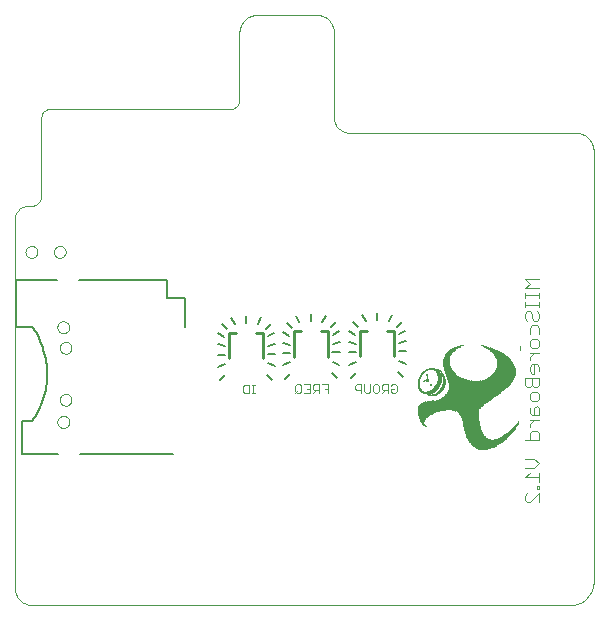
<source format=gbo>
G75*
%MOIN*%
%OFA0B0*%
%FSLAX24Y24*%
%IPPOS*%
%LPD*%
%AMOC8*
5,1,8,0,0,1.08239X$1,22.5*
%
%ADD10C,0.0000*%
%ADD11R,0.0002X0.0024*%
%ADD12R,0.0002X0.0034*%
%ADD13R,0.0002X0.0038*%
%ADD14R,0.0002X0.0042*%
%ADD15R,0.0002X0.0046*%
%ADD16R,0.0002X0.0048*%
%ADD17R,0.0002X0.0050*%
%ADD18R,0.0002X0.0052*%
%ADD19R,0.0002X0.0054*%
%ADD20R,0.0002X0.0056*%
%ADD21R,0.0002X0.0058*%
%ADD22R,0.0002X0.0060*%
%ADD23R,0.0002X0.0060*%
%ADD24R,0.0002X0.0062*%
%ADD25R,0.0002X0.0062*%
%ADD26R,0.0002X0.0064*%
%ADD27R,0.0002X0.0066*%
%ADD28R,0.0002X0.0066*%
%ADD29R,0.0002X0.0068*%
%ADD30R,0.0002X0.0070*%
%ADD31R,0.0002X0.0072*%
%ADD32R,0.0002X0.0072*%
%ADD33R,0.0002X0.0074*%
%ADD34R,0.0002X0.0074*%
%ADD35R,0.0002X0.0076*%
%ADD36R,0.0002X0.0076*%
%ADD37R,0.0002X0.0076*%
%ADD38R,0.0002X0.0078*%
%ADD39R,0.0002X0.0078*%
%ADD40R,0.0002X0.0080*%
%ADD41R,0.0002X0.0080*%
%ADD42R,0.0002X0.0082*%
%ADD43R,0.0002X0.0082*%
%ADD44R,0.0002X0.0084*%
%ADD45R,0.0002X0.0084*%
%ADD46R,0.0002X0.0086*%
%ADD47R,0.0002X0.0086*%
%ADD48R,0.0002X0.0088*%
%ADD49R,0.0002X0.0088*%
%ADD50R,0.0002X0.0090*%
%ADD51R,0.0002X0.0090*%
%ADD52R,0.0002X0.0092*%
%ADD53R,0.0002X0.0092*%
%ADD54R,0.0002X0.0094*%
%ADD55R,0.0002X0.0094*%
%ADD56R,0.0002X0.0096*%
%ADD57R,0.0002X0.0098*%
%ADD58R,0.0002X0.0128*%
%ADD59R,0.0002X0.0098*%
%ADD60R,0.0002X0.0156*%
%ADD61R,0.0002X0.0098*%
%ADD62R,0.0002X0.0180*%
%ADD63R,0.0002X0.0100*%
%ADD64R,0.0002X0.0204*%
%ADD65R,0.0002X0.0222*%
%ADD66R,0.0002X0.0100*%
%ADD67R,0.0002X0.0240*%
%ADD68R,0.0002X0.0102*%
%ADD69R,0.0002X0.0256*%
%ADD70R,0.0002X0.0102*%
%ADD71R,0.0002X0.0272*%
%ADD72R,0.0002X0.0104*%
%ADD73R,0.0002X0.0286*%
%ADD74R,0.0002X0.0104*%
%ADD75R,0.0002X0.0302*%
%ADD76R,0.0002X0.0104*%
%ADD77R,0.0002X0.0314*%
%ADD78R,0.0002X0.0106*%
%ADD79R,0.0002X0.0326*%
%ADD80R,0.0002X0.0106*%
%ADD81R,0.0002X0.0338*%
%ADD82R,0.0002X0.0348*%
%ADD83R,0.0002X0.0106*%
%ADD84R,0.0002X0.0360*%
%ADD85R,0.0002X0.0106*%
%ADD86R,0.0002X0.0368*%
%ADD87R,0.0002X0.0378*%
%ADD88R,0.0002X0.0108*%
%ADD89R,0.0002X0.0386*%
%ADD90R,0.0002X0.0108*%
%ADD91R,0.0002X0.0398*%
%ADD92R,0.0002X0.0108*%
%ADD93R,0.0002X0.0406*%
%ADD94R,0.0002X0.0416*%
%ADD95R,0.0002X0.0110*%
%ADD96R,0.0002X0.0424*%
%ADD97R,0.0002X0.0110*%
%ADD98R,0.0002X0.0432*%
%ADD99R,0.0002X0.0440*%
%ADD100R,0.0002X0.0112*%
%ADD101R,0.0002X0.0448*%
%ADD102R,0.0002X0.0112*%
%ADD103R,0.0002X0.0456*%
%ADD104R,0.0002X0.0466*%
%ADD105R,0.0002X0.0474*%
%ADD106R,0.0002X0.0114*%
%ADD107R,0.0002X0.0482*%
%ADD108R,0.0002X0.0114*%
%ADD109R,0.0002X0.0488*%
%ADD110R,0.0002X0.0114*%
%ADD111R,0.0002X0.0496*%
%ADD112R,0.0002X0.0504*%
%ADD113R,0.0002X0.0116*%
%ADD114R,0.0002X0.0512*%
%ADD115R,0.0002X0.0116*%
%ADD116R,0.0002X0.0520*%
%ADD117R,0.0002X0.0528*%
%ADD118R,0.0002X0.0116*%
%ADD119R,0.0002X0.0534*%
%ADD120R,0.0002X0.0118*%
%ADD121R,0.0002X0.0542*%
%ADD122R,0.0002X0.0118*%
%ADD123R,0.0002X0.0550*%
%ADD124R,0.0002X0.0556*%
%ADD125R,0.0002X0.0118*%
%ADD126R,0.0002X0.0562*%
%ADD127R,0.0002X0.0120*%
%ADD128R,0.0002X0.0570*%
%ADD129R,0.0002X0.0122*%
%ADD130R,0.0002X0.0578*%
%ADD131R,0.0002X0.0122*%
%ADD132R,0.0002X0.0584*%
%ADD133R,0.0002X0.0590*%
%ADD134R,0.0002X0.0122*%
%ADD135R,0.0002X0.0596*%
%ADD136R,0.0002X0.0124*%
%ADD137R,0.0002X0.0604*%
%ADD138R,0.0002X0.0124*%
%ADD139R,0.0002X0.0608*%
%ADD140R,0.0002X0.0616*%
%ADD141R,0.0002X0.0622*%
%ADD142R,0.0002X0.0124*%
%ADD143R,0.0002X0.0630*%
%ADD144R,0.0002X0.0126*%
%ADD145R,0.0002X0.0634*%
%ADD146R,0.0002X0.0126*%
%ADD147R,0.0002X0.0642*%
%ADD148R,0.0002X0.0646*%
%ADD149R,0.0002X0.0126*%
%ADD150R,0.0002X0.0654*%
%ADD151R,0.0002X0.0660*%
%ADD152R,0.0002X0.0664*%
%ADD153R,0.0002X0.0672*%
%ADD154R,0.0002X0.0128*%
%ADD155R,0.0002X0.0676*%
%ADD156R,0.0002X0.0684*%
%ADD157R,0.0002X0.0128*%
%ADD158R,0.0002X0.0688*%
%ADD159R,0.0002X0.0128*%
%ADD160R,0.0002X0.0694*%
%ADD161R,0.0002X0.0700*%
%ADD162R,0.0002X0.0130*%
%ADD163R,0.0002X0.0706*%
%ADD164R,0.0002X0.0132*%
%ADD165R,0.0002X0.0710*%
%ADD166R,0.0002X0.0132*%
%ADD167R,0.0002X0.0716*%
%ADD168R,0.0002X0.0132*%
%ADD169R,0.0002X0.0722*%
%ADD170R,0.0002X0.0728*%
%ADD171R,0.0002X0.0132*%
%ADD172R,0.0002X0.0732*%
%ADD173R,0.0002X0.0738*%
%ADD174R,0.0002X0.0134*%
%ADD175R,0.0002X0.0744*%
%ADD176R,0.0002X0.0134*%
%ADD177R,0.0002X0.0748*%
%ADD178R,0.0002X0.0754*%
%ADD179R,0.0002X0.0134*%
%ADD180R,0.0002X0.0758*%
%ADD181R,0.0002X0.0762*%
%ADD182R,0.0002X0.0770*%
%ADD183R,0.0002X0.0136*%
%ADD184R,0.0002X0.0774*%
%ADD185R,0.0002X0.0136*%
%ADD186R,0.0002X0.0778*%
%ADD187R,0.0002X0.0138*%
%ADD188R,0.0002X0.0784*%
%ADD189R,0.0002X0.0138*%
%ADD190R,0.0002X0.0788*%
%ADD191R,0.0002X0.0138*%
%ADD192R,0.0002X0.0792*%
%ADD193R,0.0002X0.0800*%
%ADD194R,0.0002X0.0804*%
%ADD195R,0.0002X0.0808*%
%ADD196R,0.0002X0.0814*%
%ADD197R,0.0002X0.0818*%
%ADD198R,0.0002X0.0140*%
%ADD199R,0.0002X0.0822*%
%ADD200R,0.0002X0.0142*%
%ADD201R,0.0002X0.0826*%
%ADD202R,0.0002X0.0142*%
%ADD203R,0.0002X0.0832*%
%ADD204R,0.0002X0.0142*%
%ADD205R,0.0002X0.0836*%
%ADD206R,0.0002X0.0840*%
%ADD207R,0.0002X0.0844*%
%ADD208R,0.0002X0.0848*%
%ADD209R,0.0002X0.0856*%
%ADD210R,0.0002X0.0144*%
%ADD211R,0.0002X0.0860*%
%ADD212R,0.0002X0.0144*%
%ADD213R,0.0002X0.0864*%
%ADD214R,0.0002X0.0144*%
%ADD215R,0.0002X0.0868*%
%ADD216R,0.0002X0.0872*%
%ADD217R,0.0002X0.0876*%
%ADD218R,0.0002X0.0146*%
%ADD219R,0.0002X0.0882*%
%ADD220R,0.0002X0.0886*%
%ADD221R,0.0002X0.0148*%
%ADD222R,0.0002X0.0890*%
%ADD223R,0.0002X0.0148*%
%ADD224R,0.0002X0.0894*%
%ADD225R,0.0002X0.0148*%
%ADD226R,0.0002X0.0898*%
%ADD227R,0.0002X0.0902*%
%ADD228R,0.0002X0.0148*%
%ADD229R,0.0002X0.0906*%
%ADD230R,0.0002X0.0910*%
%ADD231R,0.0002X0.0914*%
%ADD232R,0.0002X0.0150*%
%ADD233R,0.0002X0.0918*%
%ADD234R,0.0002X0.0150*%
%ADD235R,0.0002X0.0922*%
%ADD236R,0.0002X0.0926*%
%ADD237R,0.0002X0.0930*%
%ADD238R,0.0002X0.0934*%
%ADD239R,0.0002X0.0938*%
%ADD240R,0.0002X0.0152*%
%ADD241R,0.0002X0.0942*%
%ADD242R,0.0002X0.0152*%
%ADD243R,0.0002X0.0946*%
%ADD244R,0.0002X0.0152*%
%ADD245R,0.0002X0.0950*%
%ADD246R,0.0002X0.0954*%
%ADD247R,0.0002X0.0152*%
%ADD248R,0.0002X0.0958*%
%ADD249R,0.0002X0.0962*%
%ADD250R,0.0002X0.0154*%
%ADD251R,0.0002X0.0966*%
%ADD252R,0.0002X0.0154*%
%ADD253R,0.0002X0.0968*%
%ADD254R,0.0002X0.0972*%
%ADD255R,0.0002X0.0154*%
%ADD256R,0.0002X0.0976*%
%ADD257R,0.0002X0.0980*%
%ADD258R,0.0002X0.0156*%
%ADD259R,0.0002X0.0984*%
%ADD260R,0.0002X0.0988*%
%ADD261R,0.0002X0.0992*%
%ADD262R,0.0002X0.0156*%
%ADD263R,0.0002X0.0996*%
%ADD264R,0.0002X0.0998*%
%ADD265R,0.0002X0.0158*%
%ADD266R,0.0002X0.1002*%
%ADD267R,0.0002X0.0158*%
%ADD268R,0.0002X0.1006*%
%ADD269R,0.0002X0.0158*%
%ADD270R,0.0002X0.1010*%
%ADD271R,0.0002X0.0158*%
%ADD272R,0.0002X0.1014*%
%ADD273R,0.0002X0.1018*%
%ADD274R,0.0002X0.0160*%
%ADD275R,0.0002X0.1020*%
%ADD276R,0.0002X0.0160*%
%ADD277R,0.0002X0.1024*%
%ADD278R,0.0002X0.1026*%
%ADD279R,0.0002X0.1030*%
%ADD280R,0.0002X0.0162*%
%ADD281R,0.0002X0.1034*%
%ADD282R,0.0002X0.0162*%
%ADD283R,0.0002X0.1038*%
%ADD284R,0.0002X0.0162*%
%ADD285R,0.0002X0.1040*%
%ADD286R,0.0002X0.1044*%
%ADD287R,0.0002X0.0162*%
%ADD288R,0.0002X0.1048*%
%ADD289R,0.0002X0.0164*%
%ADD290R,0.0002X0.1052*%
%ADD291R,0.0002X0.1056*%
%ADD292R,0.0002X0.0164*%
%ADD293R,0.0002X0.1058*%
%ADD294R,0.0002X0.1060*%
%ADD295R,0.0002X0.0166*%
%ADD296R,0.0002X0.1064*%
%ADD297R,0.0002X0.0166*%
%ADD298R,0.0002X0.1068*%
%ADD299R,0.0002X0.1072*%
%ADD300R,0.0002X0.0166*%
%ADD301R,0.0002X0.1074*%
%ADD302R,0.0002X0.0168*%
%ADD303R,0.0002X0.1078*%
%ADD304R,0.0002X0.1082*%
%ADD305R,0.0002X0.1086*%
%ADD306R,0.0002X0.1086*%
%ADD307R,0.0002X0.0168*%
%ADD308R,0.0002X0.1090*%
%ADD309R,0.0002X0.1094*%
%ADD310R,0.0002X0.0168*%
%ADD311R,0.0002X0.1056*%
%ADD312R,0.0002X0.0040*%
%ADD313R,0.0002X0.0168*%
%ADD314R,0.0002X0.0170*%
%ADD315R,0.0002X0.1058*%
%ADD316R,0.0002X0.0040*%
%ADD317R,0.0002X0.0170*%
%ADD318R,0.0002X0.1060*%
%ADD319R,0.0002X0.0038*%
%ADD320R,0.0002X0.1064*%
%ADD321R,0.0002X0.0038*%
%ADD322R,0.0002X0.0172*%
%ADD323R,0.0002X0.0172*%
%ADD324R,0.0002X0.1068*%
%ADD325R,0.0002X0.1074*%
%ADD326R,0.0002X0.1080*%
%ADD327R,0.0002X0.1124*%
%ADD328R,0.0002X0.0172*%
%ADD329R,0.0002X0.1128*%
%ADD330R,0.0002X0.1132*%
%ADD331R,0.0002X0.0174*%
%ADD332R,0.0002X0.1134*%
%ADD333R,0.0002X0.0174*%
%ADD334R,0.0002X0.1138*%
%ADD335R,0.0002X0.0174*%
%ADD336R,0.0002X0.1142*%
%ADD337R,0.0002X0.1144*%
%ADD338R,0.0002X0.0176*%
%ADD339R,0.0002X0.1146*%
%ADD340R,0.0002X0.1150*%
%ADD341R,0.0002X0.0174*%
%ADD342R,0.0002X0.1154*%
%ADD343R,0.0002X0.1156*%
%ADD344R,0.0002X0.0176*%
%ADD345R,0.0002X0.1158*%
%ADD346R,0.0002X0.0176*%
%ADD347R,0.0002X0.1162*%
%ADD348R,0.0002X0.0178*%
%ADD349R,0.0002X0.1164*%
%ADD350R,0.0002X0.0178*%
%ADD351R,0.0002X0.1168*%
%ADD352R,0.0002X0.1172*%
%ADD353R,0.0002X0.0178*%
%ADD354R,0.0002X0.1174*%
%ADD355R,0.0002X0.0178*%
%ADD356R,0.0002X0.1176*%
%ADD357R,0.0002X0.1180*%
%ADD358R,0.0002X0.1184*%
%ADD359R,0.0002X0.1186*%
%ADD360R,0.0002X0.0180*%
%ADD361R,0.0002X0.1188*%
%ADD362R,0.0002X0.1192*%
%ADD363R,0.0002X0.1194*%
%ADD364R,0.0002X0.1198*%
%ADD365R,0.0002X0.1200*%
%ADD366R,0.0002X0.0182*%
%ADD367R,0.0002X0.1202*%
%ADD368R,0.0002X0.0182*%
%ADD369R,0.0002X0.1206*%
%ADD370R,0.0002X0.0182*%
%ADD371R,0.0002X0.1210*%
%ADD372R,0.0002X0.1210*%
%ADD373R,0.0002X0.1214*%
%ADD374R,0.0002X0.0184*%
%ADD375R,0.0002X0.1216*%
%ADD376R,0.0002X0.0184*%
%ADD377R,0.0002X0.1220*%
%ADD378R,0.0002X0.0184*%
%ADD379R,0.0002X0.1222*%
%ADD380R,0.0002X0.0186*%
%ADD381R,0.0002X0.1224*%
%ADD382R,0.0002X0.1228*%
%ADD383R,0.0002X0.1232*%
%ADD384R,0.0002X0.0186*%
%ADD385R,0.0002X0.1234*%
%ADD386R,0.0002X0.1236*%
%ADD387R,0.0002X0.1240*%
%ADD388R,0.0002X0.1242*%
%ADD389R,0.0002X0.1246*%
%ADD390R,0.0002X0.0186*%
%ADD391R,0.0002X0.0188*%
%ADD392R,0.0002X0.1250*%
%ADD393R,0.0002X0.0188*%
%ADD394R,0.0002X0.1254*%
%ADD395R,0.0002X0.0188*%
%ADD396R,0.0002X0.1254*%
%ADD397R,0.0002X0.0188*%
%ADD398R,0.0002X0.1258*%
%ADD399R,0.0002X0.1262*%
%ADD400R,0.0002X0.0190*%
%ADD401R,0.0002X0.1264*%
%ADD402R,0.0002X0.0190*%
%ADD403R,0.0002X0.1266*%
%ADD404R,0.0002X0.1268*%
%ADD405R,0.0002X0.1272*%
%ADD406R,0.0002X0.1276*%
%ADD407R,0.0002X0.0192*%
%ADD408R,0.0002X0.1276*%
%ADD409R,0.0002X0.1280*%
%ADD410R,0.0002X0.0192*%
%ADD411R,0.0002X0.1282*%
%ADD412R,0.0002X0.0192*%
%ADD413R,0.0002X0.1286*%
%ADD414R,0.0002X0.1288*%
%ADD415R,0.0002X0.1290*%
%ADD416R,0.0002X0.0192*%
%ADD417R,0.0002X0.1294*%
%ADD418R,0.0002X0.0194*%
%ADD419R,0.0002X0.1294*%
%ADD420R,0.0002X0.0194*%
%ADD421R,0.0002X0.1298*%
%ADD422R,0.0002X0.1300*%
%ADD423R,0.0002X0.1304*%
%ADD424R,0.0002X0.0194*%
%ADD425R,0.0002X0.1306*%
%ADD426R,0.0002X0.0196*%
%ADD427R,0.0002X0.1308*%
%ADD428R,0.0002X0.0196*%
%ADD429R,0.0002X0.1312*%
%ADD430R,0.0002X0.0196*%
%ADD431R,0.0002X0.1316*%
%ADD432R,0.0002X0.1318*%
%ADD433R,0.0002X0.1322*%
%ADD434R,0.0002X0.1324*%
%ADD435R,0.0002X0.0198*%
%ADD436R,0.0002X0.1326*%
%ADD437R,0.0002X0.0198*%
%ADD438R,0.0002X0.1330*%
%ADD439R,0.0002X0.0198*%
%ADD440R,0.0002X0.1330*%
%ADD441R,0.0002X0.1334*%
%ADD442R,0.0002X0.0200*%
%ADD443R,0.0002X0.1336*%
%ADD444R,0.0002X0.0200*%
%ADD445R,0.0002X0.1340*%
%ADD446R,0.0002X0.1342*%
%ADD447R,0.0002X0.1344*%
%ADD448R,0.0002X0.0202*%
%ADD449R,0.0002X0.1348*%
%ADD450R,0.0002X0.1348*%
%ADD451R,0.0002X0.1352*%
%ADD452R,0.0002X0.1354*%
%ADD453R,0.0002X0.0202*%
%ADD454R,0.0002X0.1358*%
%ADD455R,0.0002X0.1358*%
%ADD456R,0.0002X0.0202*%
%ADD457R,0.0002X0.1362*%
%ADD458R,0.0002X0.0204*%
%ADD459R,0.0002X0.1364*%
%ADD460R,0.0002X0.1366*%
%ADD461R,0.0002X0.0204*%
%ADD462R,0.0002X0.1368*%
%ADD463R,0.0002X0.1372*%
%ADD464R,0.0002X0.1374*%
%ADD465R,0.0002X0.1376*%
%ADD466R,0.0002X0.0206*%
%ADD467R,0.0002X0.1380*%
%ADD468R,0.0002X0.1382*%
%ADD469R,0.0002X0.1384*%
%ADD470R,0.0002X0.0208*%
%ADD471R,0.0002X0.1386*%
%ADD472R,0.0002X0.0206*%
%ADD473R,0.0002X0.1390*%
%ADD474R,0.0002X0.0208*%
%ADD475R,0.0002X0.1390*%
%ADD476R,0.0002X0.0208*%
%ADD477R,0.0002X0.1394*%
%ADD478R,0.0002X0.0208*%
%ADD479R,0.0002X0.1396*%
%ADD480R,0.0002X0.1398*%
%ADD481R,0.0002X0.0210*%
%ADD482R,0.0002X0.1400*%
%ADD483R,0.0002X0.1404*%
%ADD484R,0.0002X0.0210*%
%ADD485R,0.0002X0.1406*%
%ADD486R,0.0002X0.1408*%
%ADD487R,0.0002X0.1410*%
%ADD488R,0.0002X0.1414*%
%ADD489R,0.0002X0.0212*%
%ADD490R,0.0002X0.1414*%
%ADD491R,0.0002X0.0212*%
%ADD492R,0.0002X0.1418*%
%ADD493R,0.0002X0.0212*%
%ADD494R,0.0002X0.1420*%
%ADD495R,0.0002X0.0214*%
%ADD496R,0.0002X0.1422*%
%ADD497R,0.0002X0.1424*%
%ADD498R,0.0002X0.0214*%
%ADD499R,0.0002X0.1428*%
%ADD500R,0.0002X0.0214*%
%ADD501R,0.0002X0.1430*%
%ADD502R,0.0002X0.0214*%
%ADD503R,0.0002X0.1432*%
%ADD504R,0.0002X0.0216*%
%ADD505R,0.0002X0.1434*%
%ADD506R,0.0002X0.1438*%
%ADD507R,0.0002X0.0216*%
%ADD508R,0.0002X0.1438*%
%ADD509R,0.0002X0.0216*%
%ADD510R,0.0002X0.1442*%
%ADD511R,0.0002X0.0216*%
%ADD512R,0.0002X0.1444*%
%ADD513R,0.0002X0.0218*%
%ADD514R,0.0002X0.1446*%
%ADD515R,0.0002X0.0218*%
%ADD516R,0.0002X0.1448*%
%ADD517R,0.0002X0.1452*%
%ADD518R,0.0002X0.1454*%
%ADD519R,0.0002X0.0218*%
%ADD520R,0.0002X0.1456*%
%ADD521R,0.0002X0.0220*%
%ADD522R,0.0002X0.0394*%
%ADD523R,0.0002X0.1010*%
%ADD524R,0.0002X0.0220*%
%ADD525R,0.0002X0.0376*%
%ADD526R,0.0002X0.0990*%
%ADD527R,0.0002X0.0362*%
%ADD528R,0.0002X0.0976*%
%ADD529R,0.0002X0.0350*%
%ADD530R,0.0002X0.0966*%
%ADD531R,0.0002X0.0342*%
%ADD532R,0.0002X0.0958*%
%ADD533R,0.0002X0.0332*%
%ADD534R,0.0002X0.0224*%
%ADD535R,0.0002X0.0326*%
%ADD536R,0.0002X0.0222*%
%ADD537R,0.0002X0.0320*%
%ADD538R,0.0002X0.0938*%
%ADD539R,0.0002X0.0224*%
%ADD540R,0.0002X0.0314*%
%ADD541R,0.0002X0.0932*%
%ADD542R,0.0002X0.0222*%
%ADD543R,0.0002X0.0308*%
%ADD544R,0.0002X0.0304*%
%ADD545R,0.0002X0.0922*%
%ADD546R,0.0002X0.0226*%
%ADD547R,0.0002X0.0298*%
%ADD548R,0.0002X0.0294*%
%ADD549R,0.0002X0.0912*%
%ADD550R,0.0002X0.0226*%
%ADD551R,0.0002X0.0288*%
%ADD552R,0.0002X0.0908*%
%ADD553R,0.0002X0.0286*%
%ADD554R,0.0002X0.0904*%
%ADD555R,0.0002X0.0228*%
%ADD556R,0.0002X0.0280*%
%ADD557R,0.0002X0.0900*%
%ADD558R,0.0002X0.0276*%
%ADD559R,0.0002X0.0896*%
%ADD560R,0.0002X0.0228*%
%ADD561R,0.0002X0.0272*%
%ADD562R,0.0002X0.0230*%
%ADD563R,0.0002X0.0268*%
%ADD564R,0.0002X0.0228*%
%ADD565R,0.0002X0.0266*%
%ADD566R,0.0002X0.0262*%
%ADD567R,0.0002X0.0884*%
%ADD568R,0.0002X0.0230*%
%ADD569R,0.0002X0.0260*%
%ADD570R,0.0002X0.0880*%
%ADD571R,0.0002X0.0254*%
%ADD572R,0.0002X0.0876*%
%ADD573R,0.0002X0.0252*%
%ADD574R,0.0002X0.0874*%
%ADD575R,0.0002X0.0232*%
%ADD576R,0.0002X0.0250*%
%ADD577R,0.0002X0.0232*%
%ADD578R,0.0002X0.0246*%
%ADD579R,0.0002X0.0870*%
%ADD580R,0.0002X0.0232*%
%ADD581R,0.0002X0.0244*%
%ADD582R,0.0002X0.0866*%
%ADD583R,0.0002X0.0234*%
%ADD584R,0.0002X0.0240*%
%ADD585R,0.0002X0.0864*%
%ADD586R,0.0002X0.0234*%
%ADD587R,0.0002X0.0238*%
%ADD588R,0.0002X0.0862*%
%ADD589R,0.0002X0.0858*%
%ADD590R,0.0002X0.0234*%
%ADD591R,0.0002X0.0858*%
%ADD592R,0.0002X0.0236*%
%ADD593R,0.0002X0.0856*%
%ADD594R,0.0002X0.0852*%
%ADD595R,0.0002X0.0236*%
%ADD596R,0.0002X0.0850*%
%ADD597R,0.0002X0.0222*%
%ADD598R,0.0002X0.0850*%
%ADD599R,0.0002X0.0238*%
%ADD600R,0.0002X0.0848*%
%ADD601R,0.0002X0.0238*%
%ADD602R,0.0002X0.0844*%
%ADD603R,0.0002X0.0238*%
%ADD604R,0.0002X0.0842*%
%ADD605R,0.0002X0.0838*%
%ADD606R,0.0002X0.0838*%
%ADD607R,0.0002X0.0242*%
%ADD608R,0.0002X0.0206*%
%ADD609R,0.0002X0.0834*%
%ADD610R,0.0002X0.0242*%
%ADD611R,0.0002X0.0830*%
%ADD612R,0.0002X0.0244*%
%ADD613R,0.0002X0.0830*%
%ADD614R,0.0002X0.0246*%
%ADD615R,0.0002X0.0826*%
%ADD616R,0.0002X0.0246*%
%ADD617R,0.0002X0.0826*%
%ADD618R,0.0002X0.0822*%
%ADD619R,0.0002X0.0248*%
%ADD620R,0.0002X0.0820*%
%ADD621R,0.0002X0.0820*%
%ADD622R,0.0002X0.0248*%
%ADD623R,0.0002X0.0816*%
%ADD624R,0.0002X0.0248*%
%ADD625R,0.0002X0.0816*%
%ADD626R,0.0002X0.0816*%
%ADD627R,0.0002X0.0250*%
%ADD628R,0.0002X0.0812*%
%ADD629R,0.0002X0.0252*%
%ADD630R,0.0002X0.0812*%
%ADD631R,0.0002X0.0808*%
%ADD632R,0.0002X0.0252*%
%ADD633R,0.0002X0.0254*%
%ADD634R,0.0002X0.0806*%
%ADD635R,0.0002X0.0256*%
%ADD636R,0.0002X0.0166*%
%ADD637R,0.0002X0.0804*%
%ADD638R,0.0002X0.0256*%
%ADD639R,0.0002X0.0258*%
%ADD640R,0.0002X0.0804*%
%ADD641R,0.0002X0.0800*%
%ADD642R,0.0002X0.0258*%
%ADD643R,0.0002X0.0258*%
%ADD644R,0.0002X0.0260*%
%ADD645R,0.0002X0.0798*%
%ADD646R,0.0002X0.0796*%
%ADD647R,0.0002X0.0796*%
%ADD648R,0.0002X0.0262*%
%ADD649R,0.0002X0.0794*%
%ADD650R,0.0002X0.0264*%
%ADD651R,0.0002X0.0794*%
%ADD652R,0.0002X0.0264*%
%ADD653R,0.0002X0.0792*%
%ADD654R,0.0002X0.0266*%
%ADD655R,0.0002X0.0792*%
%ADD656R,0.0002X0.0790*%
%ADD657R,0.0002X0.0266*%
%ADD658R,0.0002X0.0788*%
%ADD659R,0.0002X0.0788*%
%ADD660R,0.0002X0.0268*%
%ADD661R,0.0002X0.0140*%
%ADD662R,0.0002X0.0786*%
%ADD663R,0.0002X0.0270*%
%ADD664R,0.0002X0.0786*%
%ADD665R,0.0002X0.0270*%
%ADD666R,0.0002X0.0272*%
%ADD667R,0.0002X0.0784*%
%ADD668R,0.0002X0.0272*%
%ADD669R,0.0002X0.0274*%
%ADD670R,0.0002X0.0274*%
%ADD671R,0.0002X0.0130*%
%ADD672R,0.0002X0.0782*%
%ADD673R,0.0002X0.0782*%
%ADD674R,0.0002X0.0276*%
%ADD675R,0.0002X0.0278*%
%ADD676R,0.0002X0.0780*%
%ADD677R,0.0002X0.0278*%
%ADD678R,0.0002X0.0780*%
%ADD679R,0.0002X0.0282*%
%ADD680R,0.0002X0.0282*%
%ADD681R,0.0002X0.0778*%
%ADD682R,0.0002X0.0284*%
%ADD683R,0.0002X0.0284*%
%ADD684R,0.0002X0.0120*%
%ADD685R,0.0002X0.0776*%
%ADD686R,0.0002X0.0118*%
%ADD687R,0.0002X0.0776*%
%ADD688R,0.0002X0.0286*%
%ADD689R,0.0002X0.0778*%
%ADD690R,0.0002X0.0776*%
%ADD691R,0.0002X0.0288*%
%ADD692R,0.0002X0.0288*%
%ADD693R,0.0002X0.0112*%
%ADD694R,0.0002X0.0290*%
%ADD695R,0.0002X0.0774*%
%ADD696R,0.0002X0.0290*%
%ADD697R,0.0002X0.0774*%
%ADD698R,0.0002X0.0294*%
%ADD699R,0.0002X0.0294*%
%ADD700R,0.0002X0.0774*%
%ADD701R,0.0002X0.0296*%
%ADD702R,0.0002X0.0296*%
%ADD703R,0.0002X0.0108*%
%ADD704R,0.0002X0.0772*%
%ADD705R,0.0002X0.0298*%
%ADD706R,0.0002X0.0772*%
%ADD707R,0.0002X0.0300*%
%ADD708R,0.0002X0.0302*%
%ADD709R,0.0002X0.0102*%
%ADD710R,0.0002X0.0772*%
%ADD711R,0.0002X0.0302*%
%ADD712R,0.0002X0.0306*%
%ADD713R,0.0002X0.0306*%
%ADD714R,0.0002X0.0308*%
%ADD715R,0.0002X0.0094*%
%ADD716R,0.0002X0.0772*%
%ADD717R,0.0002X0.0310*%
%ADD718R,0.0002X0.0312*%
%ADD719R,0.0002X0.0092*%
%ADD720R,0.0002X0.0312*%
%ADD721R,0.0002X0.0316*%
%ADD722R,0.0002X0.0316*%
%ADD723R,0.0002X0.0088*%
%ADD724R,0.0002X0.0320*%
%ADD725R,0.0002X0.0086*%
%ADD726R,0.0002X0.0324*%
%ADD727R,0.0002X0.0324*%
%ADD728R,0.0002X0.0084*%
%ADD729R,0.0002X0.0328*%
%ADD730R,0.0002X0.0082*%
%ADD731R,0.0002X0.0328*%
%ADD732R,0.0002X0.0330*%
%ADD733R,0.0002X0.0078*%
%ADD734R,0.0002X0.0330*%
%ADD735R,0.0002X0.0078*%
%ADD736R,0.0002X0.0334*%
%ADD737R,0.0002X0.0334*%
%ADD738R,0.0002X0.0338*%
%ADD739R,0.0002X0.0338*%
%ADD740R,0.0002X0.0340*%
%ADD741R,0.0002X0.0342*%
%ADD742R,0.0002X0.0344*%
%ADD743R,0.0002X0.0072*%
%ADD744R,0.0002X0.0344*%
%ADD745R,0.0002X0.0776*%
%ADD746R,0.0002X0.0346*%
%ADD747R,0.0002X0.0346*%
%ADD748R,0.0002X0.0350*%
%ADD749R,0.0002X0.0068*%
%ADD750R,0.0002X0.0068*%
%ADD751R,0.0002X0.0352*%
%ADD752R,0.0002X0.0778*%
%ADD753R,0.0002X0.0354*%
%ADD754R,0.0002X0.0356*%
%ADD755R,0.0002X0.0356*%
%ADD756R,0.0002X0.0358*%
%ADD757R,0.0002X0.0362*%
%ADD758R,0.0002X0.0364*%
%ADD759R,0.0002X0.0062*%
%ADD760R,0.0002X0.0364*%
%ADD761R,0.0002X0.0366*%
%ADD762R,0.0002X0.0782*%
%ADD763R,0.0002X0.0370*%
%ADD764R,0.0002X0.0370*%
%ADD765R,0.0002X0.0058*%
%ADD766R,0.0002X0.0372*%
%ADD767R,0.0002X0.0056*%
%ADD768R,0.0002X0.0374*%
%ADD769R,0.0002X0.0380*%
%ADD770R,0.0002X0.0054*%
%ADD771R,0.0002X0.0784*%
%ADD772R,0.0002X0.0380*%
%ADD773R,0.0002X0.0382*%
%ADD774R,0.0002X0.0384*%
%ADD775R,0.0002X0.0384*%
%ADD776R,0.0002X0.0052*%
%ADD777R,0.0002X0.0786*%
%ADD778R,0.0002X0.0388*%
%ADD779R,0.0002X0.0052*%
%ADD780R,0.0002X0.0390*%
%ADD781R,0.0002X0.0052*%
%ADD782R,0.0002X0.0390*%
%ADD783R,0.0002X0.0790*%
%ADD784R,0.0002X0.0392*%
%ADD785R,0.0002X0.0394*%
%ADD786R,0.0002X0.0396*%
%ADD787R,0.0002X0.0048*%
%ADD788R,0.0002X0.0792*%
%ADD789R,0.0002X0.0398*%
%ADD790R,0.0002X0.0048*%
%ADD791R,0.0002X0.0400*%
%ADD792R,0.0002X0.0402*%
%ADD793R,0.0002X0.0404*%
%ADD794R,0.0002X0.0046*%
%ADD795R,0.0002X0.0406*%
%ADD796R,0.0002X0.0046*%
%ADD797R,0.0002X0.0044*%
%ADD798R,0.0002X0.0796*%
%ADD799R,0.0002X0.0408*%
%ADD800R,0.0002X0.0044*%
%ADD801R,0.0002X0.0412*%
%ADD802R,0.0002X0.0044*%
%ADD803R,0.0002X0.0414*%
%ADD804R,0.0002X0.0042*%
%ADD805R,0.0002X0.0798*%
%ADD806R,0.0002X0.0418*%
%ADD807R,0.0002X0.0042*%
%ADD808R,0.0002X0.0420*%
%ADD809R,0.0002X0.0422*%
%ADD810R,0.0002X0.0424*%
%ADD811R,0.0002X0.0802*%
%ADD812R,0.0002X0.0428*%
%ADD813R,0.0002X0.0430*%
%ADD814R,0.0002X0.0802*%
%ADD815R,0.0002X0.0432*%
%ADD816R,0.0002X0.0038*%
%ADD817R,0.0002X0.0434*%
%ADD818R,0.0002X0.0036*%
%ADD819R,0.0002X0.0436*%
%ADD820R,0.0002X0.0438*%
%ADD821R,0.0002X0.0036*%
%ADD822R,0.0002X0.0806*%
%ADD823R,0.0002X0.0442*%
%ADD824R,0.0002X0.0034*%
%ADD825R,0.0002X0.0808*%
%ADD826R,0.0002X0.0444*%
%ADD827R,0.0002X0.0808*%
%ADD828R,0.0002X0.0446*%
%ADD829R,0.0002X0.0810*%
%ADD830R,0.0002X0.0450*%
%ADD831R,0.0002X0.0452*%
%ADD832R,0.0002X0.0032*%
%ADD833R,0.0002X0.0810*%
%ADD834R,0.0002X0.0456*%
%ADD835R,0.0002X0.0032*%
%ADD836R,0.0002X0.0812*%
%ADD837R,0.0002X0.0458*%
%ADD838R,0.0002X0.0030*%
%ADD839R,0.0002X0.0812*%
%ADD840R,0.0002X0.0460*%
%ADD841R,0.0002X0.0814*%
%ADD842R,0.0002X0.0462*%
%ADD843R,0.0002X0.0464*%
%ADD844R,0.0002X0.0466*%
%ADD845R,0.0002X0.0028*%
%ADD846R,0.0002X0.0468*%
%ADD847R,0.0002X0.0028*%
%ADD848R,0.0002X0.0818*%
%ADD849R,0.0002X0.0472*%
%ADD850R,0.0002X0.0028*%
%ADD851R,0.0002X0.0818*%
%ADD852R,0.0002X0.0474*%
%ADD853R,0.0002X0.0028*%
%ADD854R,0.0002X0.0476*%
%ADD855R,0.0002X0.0026*%
%ADD856R,0.0002X0.0478*%
%ADD857R,0.0002X0.0026*%
%ADD858R,0.0002X0.0482*%
%ADD859R,0.0002X0.0024*%
%ADD860R,0.0002X0.0822*%
%ADD861R,0.0002X0.0484*%
%ADD862R,0.0002X0.0486*%
%ADD863R,0.0002X0.0824*%
%ADD864R,0.0002X0.0488*%
%ADD865R,0.0002X0.0494*%
%ADD866R,0.0002X0.0022*%
%ADD867R,0.0002X0.0828*%
%ADD868R,0.0002X0.0496*%
%ADD869R,0.0002X0.0022*%
%ADD870R,0.0002X0.0500*%
%ADD871R,0.0002X0.0024*%
%ADD872R,0.0002X0.0502*%
%ADD873R,0.0002X0.0022*%
%ADD874R,0.0002X0.0504*%
%ADD875R,0.0002X0.0508*%
%ADD876R,0.0002X0.0020*%
%ADD877R,0.0002X0.0832*%
%ADD878R,0.0002X0.0510*%
%ADD879R,0.0002X0.0020*%
%ADD880R,0.0002X0.0834*%
%ADD881R,0.0002X0.0514*%
%ADD882R,0.0002X0.0018*%
%ADD883R,0.0002X0.0832*%
%ADD884R,0.0002X0.0516*%
%ADD885R,0.0002X0.0018*%
%ADD886R,0.0002X0.0522*%
%ADD887R,0.0002X0.0836*%
%ADD888R,0.0002X0.0526*%
%ADD889R,0.0002X0.0016*%
%ADD890R,0.0002X0.0838*%
%ADD891R,0.0002X0.0528*%
%ADD892R,0.0002X0.0016*%
%ADD893R,0.0002X0.0532*%
%ADD894R,0.0002X0.0842*%
%ADD895R,0.0002X0.0536*%
%ADD896R,0.0002X0.0840*%
%ADD897R,0.0002X0.0538*%
%ADD898R,0.0002X0.0842*%
%ADD899R,0.0002X0.0014*%
%ADD900R,0.0002X0.0546*%
%ADD901R,0.0002X0.0014*%
%ADD902R,0.0002X0.0548*%
%ADD903R,0.0002X0.0012*%
%ADD904R,0.0002X0.0846*%
%ADD905R,0.0002X0.0552*%
%ADD906R,0.0002X0.0014*%
%ADD907R,0.0002X0.0012*%
%ADD908R,0.0002X0.0560*%
%ADD909R,0.0002X0.0012*%
%ADD910R,0.0002X0.0562*%
%ADD911R,0.0002X0.0010*%
%ADD912R,0.0002X0.0564*%
%ADD913R,0.0002X0.0010*%
%ADD914R,0.0002X0.0852*%
%ADD915R,0.0002X0.0568*%
%ADD916R,0.0002X0.0854*%
%ADD917R,0.0002X0.0572*%
%ADD918R,0.0002X0.0008*%
%ADD919R,0.0002X0.0854*%
%ADD920R,0.0002X0.0576*%
%ADD921R,0.0002X0.0580*%
%ADD922R,0.0002X0.0008*%
%ADD923R,0.0002X0.0584*%
%ADD924R,0.0002X0.0008*%
%ADD925R,0.0002X0.0588*%
%ADD926R,0.0002X0.0006*%
%ADD927R,0.0002X0.0592*%
%ADD928R,0.0002X0.0006*%
%ADD929R,0.0002X0.0862*%
%ADD930R,0.0002X0.0864*%
%ADD931R,0.0002X0.0600*%
%ADD932R,0.0002X0.0006*%
%ADD933R,0.0002X0.0604*%
%ADD934R,0.0002X0.0006*%
%ADD935R,0.0002X0.0864*%
%ADD936R,0.0002X0.0610*%
%ADD937R,0.0002X0.0004*%
%ADD938R,0.0002X0.0614*%
%ADD939R,0.0002X0.0004*%
%ADD940R,0.0002X0.0868*%
%ADD941R,0.0002X0.0618*%
%ADD942R,0.0002X0.0002*%
%ADD943R,0.0002X0.0622*%
%ADD944R,0.0002X0.0002*%
%ADD945R,0.0002X0.0870*%
%ADD946R,0.0002X0.0626*%
%ADD947R,0.0002X0.0872*%
%ADD948R,0.0002X0.0630*%
%ADD949R,0.0002X0.0002*%
%ADD950R,0.0002X0.0636*%
%ADD951R,0.0002X0.0002*%
%ADD952R,0.0002X0.0876*%
%ADD953R,0.0002X0.0640*%
%ADD954R,0.0002X0.0878*%
%ADD955R,0.0002X0.0878*%
%ADD956R,0.0002X0.0650*%
%ADD957R,0.0002X0.0656*%
%ADD958R,0.0002X0.0660*%
%ADD959R,0.0002X0.0884*%
%ADD960R,0.0002X0.0666*%
%ADD961R,0.0002X0.0886*%
%ADD962R,0.0002X0.0672*%
%ADD963R,0.0002X0.0674*%
%ADD964R,0.0002X0.0888*%
%ADD965R,0.0002X0.0680*%
%ADD966R,0.0002X0.0686*%
%ADD967R,0.0002X0.0892*%
%ADD968R,0.0002X0.0692*%
%ADD969R,0.0002X0.0894*%
%ADD970R,0.0002X0.0698*%
%ADD971R,0.0002X0.0894*%
%ADD972R,0.0002X0.0704*%
%ADD973R,0.0002X0.0898*%
%ADD974R,0.0002X0.0714*%
%ADD975R,0.0002X0.0900*%
%ADD976R,0.0002X0.0720*%
%ADD977R,0.0002X0.0728*%
%ADD978R,0.0002X0.0902*%
%ADD979R,0.0002X0.0734*%
%ADD980R,0.0002X0.0904*%
%ADD981R,0.0002X0.0740*%
%ADD982R,0.0002X0.0906*%
%ADD983R,0.0002X0.0748*%
%ADD984R,0.0002X0.0752*%
%ADD985R,0.0002X0.0908*%
%ADD986R,0.0002X0.0760*%
%ADD987R,0.0002X0.0910*%
%ADD988R,0.0002X0.0768*%
%ADD989R,0.0002X0.0912*%
%ADD990R,0.0002X0.0912*%
%ADD991R,0.0002X0.0916*%
%ADD992R,0.0002X0.0918*%
%ADD993R,0.0002X0.0806*%
%ADD994R,0.0002X0.0920*%
%ADD995R,0.0002X0.0922*%
%ADD996R,0.0002X0.0924*%
%ADD997R,0.0002X0.0928*%
%ADD998R,0.0002X0.0932*%
%ADD999R,0.0002X0.0934*%
%ADD1000R,0.0002X0.0936*%
%ADD1001R,0.0002X0.0898*%
%ADD1002R,0.0002X0.0940*%
%ADD1003R,0.0002X0.0942*%
%ADD1004R,0.0002X0.0944*%
%ADD1005R,0.0002X0.0944*%
%ADD1006R,0.0002X0.0956*%
%ADD1007R,0.0002X0.0948*%
%ADD1008R,0.0002X0.0968*%
%ADD1009R,0.0002X0.0982*%
%ADD1010R,0.0002X0.0952*%
%ADD1011R,0.0002X0.0996*%
%ADD1012R,0.0002X0.0956*%
%ADD1013R,0.0002X0.1026*%
%ADD1014R,0.0002X0.0958*%
%ADD1015R,0.0002X0.1044*%
%ADD1016R,0.0002X0.0960*%
%ADD1017R,0.0002X0.0964*%
%ADD1018R,0.0002X0.1078*%
%ADD1019R,0.0002X0.0966*%
%ADD1020R,0.0002X0.1098*%
%ADD1021R,0.0002X0.0968*%
%ADD1022R,0.0002X0.1122*%
%ADD1023R,0.0002X0.0972*%
%ADD1024R,0.0002X0.0974*%
%ADD1025R,0.0002X0.1170*%
%ADD1026R,0.0002X0.0978*%
%ADD1027R,0.0002X0.0984*%
%ADD1028R,0.0002X0.1246*%
%ADD1029R,0.0002X0.1250*%
%ADD1030R,0.0002X0.1252*%
%ADD1031R,0.0002X0.1002*%
%ADD1032R,0.0002X0.1252*%
%ADD1033R,0.0002X0.2258*%
%ADD1034R,0.0002X0.2258*%
%ADD1035R,0.0002X0.2256*%
%ADD1036R,0.0002X0.2256*%
%ADD1037R,0.0002X0.2254*%
%ADD1038R,0.0002X0.2254*%
%ADD1039R,0.0002X0.2252*%
%ADD1040R,0.0002X0.2252*%
%ADD1041R,0.0002X0.2250*%
%ADD1042R,0.0002X0.2250*%
%ADD1043R,0.0002X0.2248*%
%ADD1044R,0.0002X0.2248*%
%ADD1045R,0.0002X0.2246*%
%ADD1046R,0.0002X0.2246*%
%ADD1047R,0.0002X0.2244*%
%ADD1048R,0.0002X0.2242*%
%ADD1049R,0.0002X0.2242*%
%ADD1050R,0.0002X0.2240*%
%ADD1051R,0.0002X0.2240*%
%ADD1052R,0.0002X0.2238*%
%ADD1053R,0.0002X0.2236*%
%ADD1054R,0.0002X0.2236*%
%ADD1055R,0.0002X0.2234*%
%ADD1056R,0.0002X0.2234*%
%ADD1057R,0.0002X0.2232*%
%ADD1058R,0.0002X0.2230*%
%ADD1059R,0.0002X0.2230*%
%ADD1060R,0.0002X0.2228*%
%ADD1061R,0.0002X0.2228*%
%ADD1062R,0.0002X0.2226*%
%ADD1063R,0.0002X0.2226*%
%ADD1064R,0.0002X0.2224*%
%ADD1065R,0.0002X0.2224*%
%ADD1066R,0.0002X0.2222*%
%ADD1067R,0.0002X0.2220*%
%ADD1068R,0.0002X0.2220*%
%ADD1069R,0.0002X0.2218*%
%ADD1070R,0.0002X0.2218*%
%ADD1071R,0.0002X0.2216*%
%ADD1072R,0.0002X0.2214*%
%ADD1073R,0.0002X0.2216*%
%ADD1074R,0.0002X0.2212*%
%ADD1075R,0.0002X0.2212*%
%ADD1076R,0.0002X0.2210*%
%ADD1077R,0.0002X0.2208*%
%ADD1078R,0.0002X0.2208*%
%ADD1079R,0.0002X0.2206*%
%ADD1080R,0.0002X0.2204*%
%ADD1081R,0.0002X0.2202*%
%ADD1082R,0.0002X0.2200*%
%ADD1083R,0.0002X0.2198*%
%ADD1084R,0.0002X0.2198*%
%ADD1085R,0.0002X0.2196*%
%ADD1086R,0.0002X0.2194*%
%ADD1087R,0.0002X0.2192*%
%ADD1088R,0.0002X0.2190*%
%ADD1089R,0.0002X0.2190*%
%ADD1090R,0.0002X0.2188*%
%ADD1091R,0.0002X0.2186*%
%ADD1092R,0.0002X0.2186*%
%ADD1093R,0.0002X0.2184*%
%ADD1094R,0.0002X0.2184*%
%ADD1095R,0.0002X0.2182*%
%ADD1096R,0.0002X0.2180*%
%ADD1097R,0.0002X0.2178*%
%ADD1098R,0.0002X0.2176*%
%ADD1099R,0.0002X0.2174*%
%ADD1100R,0.0002X0.2172*%
%ADD1101R,0.0002X0.2172*%
%ADD1102R,0.0002X0.2170*%
%ADD1103R,0.0002X0.2168*%
%ADD1104R,0.0002X0.2166*%
%ADD1105R,0.0002X0.2164*%
%ADD1106R,0.0002X0.2162*%
%ADD1107R,0.0002X0.2160*%
%ADD1108R,0.0002X0.2158*%
%ADD1109R,0.0002X0.2156*%
%ADD1110R,0.0002X0.2154*%
%ADD1111R,0.0002X0.2152*%
%ADD1112R,0.0002X0.2150*%
%ADD1113R,0.0002X0.2148*%
%ADD1114R,0.0002X0.2148*%
%ADD1115R,0.0002X0.2146*%
%ADD1116R,0.0002X0.2144*%
%ADD1117R,0.0002X0.2142*%
%ADD1118R,0.0002X0.2140*%
%ADD1119R,0.0002X0.2138*%
%ADD1120R,0.0002X0.2136*%
%ADD1121R,0.0002X0.2134*%
%ADD1122R,0.0002X0.2132*%
%ADD1123R,0.0002X0.2132*%
%ADD1124R,0.0002X0.2130*%
%ADD1125R,0.0002X0.2128*%
%ADD1126R,0.0002X0.2126*%
%ADD1127R,0.0002X0.2124*%
%ADD1128R,0.0002X0.2122*%
%ADD1129R,0.0002X0.2120*%
%ADD1130R,0.0002X0.2118*%
%ADD1131R,0.0002X0.2116*%
%ADD1132R,0.0002X0.2114*%
%ADD1133R,0.0002X0.2112*%
%ADD1134R,0.0002X0.2110*%
%ADD1135R,0.0002X0.2108*%
%ADD1136R,0.0002X0.2106*%
%ADD1137R,0.0002X0.2104*%
%ADD1138R,0.0002X0.2102*%
%ADD1139R,0.0002X0.2100*%
%ADD1140R,0.0002X0.2098*%
%ADD1141R,0.0002X0.2096*%
%ADD1142R,0.0002X0.2092*%
%ADD1143R,0.0002X0.2090*%
%ADD1144R,0.0002X0.2088*%
%ADD1145R,0.0002X0.2088*%
%ADD1146R,0.0002X0.2084*%
%ADD1147R,0.0002X0.2082*%
%ADD1148R,0.0002X0.2080*%
%ADD1149R,0.0002X0.2078*%
%ADD1150R,0.0002X0.2074*%
%ADD1151R,0.0002X0.2074*%
%ADD1152R,0.0002X0.2072*%
%ADD1153R,0.0002X0.2068*%
%ADD1154R,0.0002X0.2066*%
%ADD1155R,0.0002X0.2064*%
%ADD1156R,0.0002X0.2060*%
%ADD1157R,0.0002X0.2060*%
%ADD1158R,0.0002X0.2056*%
%ADD1159R,0.0002X0.2054*%
%ADD1160R,0.0002X0.2050*%
%ADD1161R,0.0002X0.2048*%
%ADD1162R,0.0002X0.2048*%
%ADD1163R,0.0002X0.2044*%
%ADD1164R,0.0002X0.2042*%
%ADD1165R,0.0002X0.2038*%
%ADD1166R,0.0002X0.2036*%
%ADD1167R,0.0002X0.2034*%
%ADD1168R,0.0002X0.2032*%
%ADD1169R,0.0002X0.2028*%
%ADD1170R,0.0002X0.2024*%
%ADD1171R,0.0002X0.2022*%
%ADD1172R,0.0002X0.2020*%
%ADD1173R,0.0002X0.2018*%
%ADD1174R,0.0002X0.2014*%
%ADD1175R,0.0002X0.2010*%
%ADD1176R,0.0002X0.2008*%
%ADD1177R,0.0002X0.2006*%
%ADD1178R,0.0002X0.2002*%
%ADD1179R,0.0002X0.2000*%
%ADD1180R,0.0002X0.1996*%
%ADD1181R,0.0002X0.1992*%
%ADD1182R,0.0002X0.1990*%
%ADD1183R,0.0002X0.1988*%
%ADD1184R,0.0002X0.1984*%
%ADD1185R,0.0002X0.1980*%
%ADD1186R,0.0002X0.1978*%
%ADD1187R,0.0002X0.1974*%
%ADD1188R,0.0002X0.1970*%
%ADD1189R,0.0002X0.1968*%
%ADD1190R,0.0002X0.1966*%
%ADD1191R,0.0002X0.1962*%
%ADD1192R,0.0002X0.1958*%
%ADD1193R,0.0002X0.1954*%
%ADD1194R,0.0002X0.1952*%
%ADD1195R,0.0002X0.1948*%
%ADD1196R,0.0002X0.1944*%
%ADD1197R,0.0002X0.1940*%
%ADD1198R,0.0002X0.1938*%
%ADD1199R,0.0002X0.1934*%
%ADD1200R,0.0002X0.1928*%
%ADD1201R,0.0002X0.1924*%
%ADD1202R,0.0002X0.1922*%
%ADD1203R,0.0002X0.1918*%
%ADD1204R,0.0002X0.1914*%
%ADD1205R,0.0002X0.1908*%
%ADD1206R,0.0002X0.1906*%
%ADD1207R,0.0002X0.1902*%
%ADD1208R,0.0002X0.1896*%
%ADD1209R,0.0002X0.1892*%
%ADD1210R,0.0002X0.1890*%
%ADD1211R,0.0002X0.1884*%
%ADD1212R,0.0002X0.1880*%
%ADD1213R,0.0002X0.1876*%
%ADD1214R,0.0002X0.1872*%
%ADD1215R,0.0002X0.1866*%
%ADD1216R,0.0002X0.1862*%
%ADD1217R,0.0002X0.1858*%
%ADD1218R,0.0002X0.1852*%
%ADD1219R,0.0002X0.1848*%
%ADD1220R,0.0002X0.1844*%
%ADD1221R,0.0002X0.1838*%
%ADD1222R,0.0002X0.1832*%
%ADD1223R,0.0002X0.1830*%
%ADD1224R,0.0002X0.1824*%
%ADD1225R,0.0002X0.1818*%
%ADD1226R,0.0002X0.1814*%
%ADD1227R,0.0002X0.1808*%
%ADD1228R,0.0002X0.1802*%
%ADD1229R,0.0002X0.1796*%
%ADD1230R,0.0002X0.1792*%
%ADD1231R,0.0002X0.1784*%
%ADD1232R,0.0002X0.1778*%
%ADD1233R,0.0002X0.1774*%
%ADD1234R,0.0002X0.1766*%
%ADD1235R,0.0002X0.1760*%
%ADD1236R,0.0002X0.1756*%
%ADD1237R,0.0002X0.1748*%
%ADD1238R,0.0002X0.1740*%
%ADD1239R,0.0002X0.1736*%
%ADD1240R,0.0002X0.1728*%
%ADD1241R,0.0002X0.1720*%
%ADD1242R,0.0002X0.1714*%
%ADD1243R,0.0002X0.1706*%
%ADD1244R,0.0002X0.1700*%
%ADD1245R,0.0002X0.1692*%
%ADD1246R,0.0002X0.1684*%
%ADD1247R,0.0002X0.1678*%
%ADD1248R,0.0002X0.1670*%
%ADD1249R,0.0002X0.1660*%
%ADD1250R,0.0002X0.1654*%
%ADD1251R,0.0002X0.1644*%
%ADD1252R,0.0002X0.1634*%
%ADD1253R,0.0002X0.1628*%
%ADD1254R,0.0002X0.1618*%
%ADD1255R,0.0002X0.1610*%
%ADD1256R,0.0002X0.1600*%
%ADD1257R,0.0002X0.1588*%
%ADD1258R,0.0002X0.1580*%
%ADD1259R,0.0002X0.1570*%
%ADD1260R,0.0002X0.1558*%
%ADD1261R,0.0002X0.1548*%
%ADD1262R,0.0002X0.1536*%
%ADD1263R,0.0002X0.1530*%
%ADD1264R,0.0002X0.1516*%
%ADD1265R,0.0002X0.1502*%
%ADD1266R,0.0002X0.1490*%
%ADD1267R,0.0002X0.1478*%
%ADD1268R,0.0002X0.1466*%
%ADD1269R,0.0002X0.1452*%
%ADD1270R,0.0002X0.1442*%
%ADD1271R,0.0002X0.1432*%
%ADD1272R,0.0002X0.1422*%
%ADD1273R,0.0002X0.1398*%
%ADD1274R,0.0002X0.0008*%
%ADD1275R,0.0002X0.1378*%
%ADD1276R,0.0002X0.1370*%
%ADD1277R,0.0002X0.1360*%
%ADD1278R,0.0002X0.1356*%
%ADD1279R,0.0002X0.1350*%
%ADD1280R,0.0002X0.1346*%
%ADD1281R,0.0002X0.1340*%
%ADD1282R,0.0002X0.1336*%
%ADD1283R,0.0002X0.1322*%
%ADD1284R,0.0002X0.1318*%
%ADD1285R,0.0002X0.1314*%
%ADD1286R,0.0002X0.0022*%
%ADD1287R,0.0002X0.1310*%
%ADD1288R,0.0002X0.1308*%
%ADD1289R,0.0002X0.1304*%
%ADD1290R,0.0002X0.1300*%
%ADD1291R,0.0002X0.0024*%
%ADD1292R,0.0002X0.1296*%
%ADD1293R,0.0002X0.1290*%
%ADD1294R,0.0002X0.1288*%
%ADD1295R,0.0002X0.1284*%
%ADD1296R,0.0002X0.1282*%
%ADD1297R,0.0002X0.0030*%
%ADD1298R,0.0002X0.1280*%
%ADD1299R,0.0002X0.1278*%
%ADD1300R,0.0002X0.1274*%
%ADD1301R,0.0002X0.1272*%
%ADD1302R,0.0002X0.1270*%
%ADD1303R,0.0002X0.1268*%
%ADD1304R,0.0002X0.1264*%
%ADD1305R,0.0002X0.0036*%
%ADD1306R,0.0002X0.1260*%
%ADD1307R,0.0002X0.1260*%
%ADD1308R,0.0002X0.1256*%
%ADD1309R,0.0002X0.1256*%
%ADD1310R,0.0002X0.1252*%
%ADD1311R,0.0002X0.0042*%
%ADD1312R,0.0002X0.1248*%
%ADD1313R,0.0002X0.1244*%
%ADD1314R,0.0002X0.0046*%
%ADD1315R,0.0002X0.1244*%
%ADD1316R,0.0002X0.1240*%
%ADD1317R,0.0002X0.0048*%
%ADD1318R,0.0002X0.1238*%
%ADD1319R,0.0002X0.1238*%
%ADD1320R,0.0002X0.0050*%
%ADD1321R,0.0002X0.1234*%
%ADD1322R,0.0002X0.1232*%
%ADD1323R,0.0002X0.1230*%
%ADD1324R,0.0002X0.0054*%
%ADD1325R,0.0002X0.1230*%
%ADD1326R,0.0002X0.0054*%
%ADD1327R,0.0002X0.1226*%
%ADD1328R,0.0002X0.1226*%
%ADD1329R,0.0002X0.1226*%
%ADD1330R,0.0002X0.1224*%
%ADD1331R,0.0002X0.0058*%
%ADD1332R,0.0002X0.1224*%
%ADD1333R,0.0002X0.0058*%
%ADD1334R,0.0002X0.1222*%
%ADD1335R,0.0002X0.1220*%
%ADD1336R,0.0002X0.1222*%
%ADD1337R,0.0002X0.0062*%
%ADD1338R,0.0002X0.0064*%
%ADD1339R,0.0002X0.0066*%
%ADD1340R,0.0002X0.1218*%
%ADD1341R,0.0002X0.1218*%
%ADD1342R,0.0002X0.1218*%
%ADD1343R,0.0002X0.1216*%
%ADD1344R,0.0002X0.0070*%
%ADD1345R,0.0002X0.1218*%
%ADD1346R,0.0002X0.1216*%
%ADD1347R,0.0002X0.0072*%
%ADD1348R,0.0002X0.1216*%
%ADD1349R,0.0002X0.0074*%
%ADD1350R,0.0002X0.0082*%
%ADD1351R,0.0002X0.0088*%
%ADD1352R,0.0002X0.1222*%
%ADD1353R,0.0002X0.1224*%
%ADD1354R,0.0002X0.0096*%
%ADD1355R,0.0002X0.1228*%
%ADD1356R,0.0002X0.1228*%
%ADD1357R,0.0002X0.0098*%
%ADD1358R,0.0002X0.0102*%
%ADD1359R,0.0002X0.1236*%
%ADD1360R,0.0002X0.1236*%
%ADD1361R,0.0002X0.1238*%
%ADD1362R,0.0002X0.1242*%
%ADD1363R,0.0002X0.1242*%
%ADD1364R,0.0002X0.1244*%
%ADD1365R,0.0002X0.1248*%
%ADD1366R,0.0002X0.0112*%
%ADD1367R,0.0002X0.0116*%
%ADD1368R,0.0002X0.1254*%
%ADD1369R,0.0002X0.1262*%
%ADD1370R,0.0002X0.1266*%
%ADD1371R,0.0002X0.1268*%
%ADD1372R,0.0002X0.1270*%
%ADD1373R,0.0002X0.1278*%
%ADD1374R,0.0002X0.1284*%
%ADD1375R,0.0002X0.1288*%
%ADD1376R,0.0002X0.1292*%
%ADD1377R,0.0002X0.1292*%
%ADD1378R,0.0002X0.1296*%
%ADD1379R,0.0002X0.1302*%
%ADD1380R,0.0002X0.1306*%
%ADD1381R,0.0002X0.1308*%
%ADD1382R,0.0002X0.0142*%
%ADD1383R,0.0002X0.1312*%
%ADD1384R,0.0002X0.1312*%
%ADD1385R,0.0002X0.1314*%
%ADD1386R,0.0002X0.1320*%
%ADD1387R,0.0002X0.1324*%
%ADD1388R,0.0002X0.1324*%
%ADD1389R,0.0002X0.1328*%
%ADD1390R,0.0002X0.1334*%
%ADD1391R,0.0002X0.1336*%
%ADD1392R,0.0002X0.1342*%
%ADD1393R,0.0002X0.1344*%
%ADD1394R,0.0002X0.1350*%
%ADD1395R,0.0002X0.1354*%
%ADD1396R,0.0002X0.1356*%
%ADD1397R,0.0002X0.1360*%
%ADD1398R,0.0002X0.1366*%
%ADD1399R,0.0002X0.1368*%
%ADD1400R,0.0002X0.1372*%
%ADD1401R,0.0002X0.1376*%
%ADD1402R,0.0002X0.1380*%
%ADD1403R,0.0002X0.1388*%
%ADD1404R,0.0002X0.1392*%
%ADD1405R,0.0002X0.1398*%
%ADD1406R,0.0002X0.1402*%
%ADD1407R,0.0002X0.1418*%
%ADD1408R,0.0002X0.1424*%
%ADD1409R,0.0002X0.1428*%
%ADD1410R,0.0002X0.1432*%
%ADD1411R,0.0002X0.1442*%
%ADD1412R,0.0002X0.1448*%
%ADD1413R,0.0002X0.0202*%
%ADD1414R,0.0002X0.1458*%
%ADD1415R,0.0002X0.1462*%
%ADD1416R,0.0002X0.1472*%
%ADD1417R,0.0002X0.1478*%
%ADD1418R,0.0002X0.1484*%
%ADD1419R,0.0002X0.1490*%
%ADD1420R,0.0002X0.1498*%
%ADD1421R,0.0002X0.1504*%
%ADD1422R,0.0002X0.1512*%
%ADD1423R,0.0002X0.1518*%
%ADD1424R,0.0002X0.1526*%
%ADD1425R,0.0002X0.1534*%
%ADD1426R,0.0002X0.0254*%
%ADD1427R,0.0002X0.1542*%
%ADD1428R,0.0002X0.1552*%
%ADD1429R,0.0002X0.1562*%
%ADD1430R,0.0002X0.1574*%
%ADD1431R,0.0002X0.0750*%
%ADD1432R,0.0002X0.0734*%
%ADD1433R,0.0002X0.1120*%
%ADD1434R,0.0002X0.0720*%
%ADD1435R,0.0002X0.1106*%
%ADD1436R,0.0002X0.1094*%
%ADD1437R,0.0002X0.0702*%
%ADD1438R,0.0002X0.1082*%
%ADD1439R,0.0002X0.1070*%
%ADD1440R,0.0002X0.0686*%
%ADD1441R,0.0002X0.0678*%
%ADD1442R,0.0002X0.1048*%
%ADD1443R,0.0002X0.0672*%
%ADD1444R,0.0002X0.1038*%
%ADD1445R,0.0002X0.1028*%
%ADD1446R,0.0002X0.1018*%
%ADD1447R,0.0002X0.0656*%
%ADD1448R,0.0002X0.0650*%
%ADD1449R,0.0002X0.1000*%
%ADD1450R,0.0002X0.0644*%
%ADD1451R,0.0002X0.0990*%
%ADD1452R,0.0002X0.0982*%
%ADD1453R,0.0002X0.0974*%
%ADD1454R,0.0002X0.0626*%
%ADD1455R,0.0002X0.0950*%
%ADD1456R,0.0002X0.0620*%
%ADD1457R,0.0002X0.0616*%
%ADD1458R,0.0002X0.0932*%
%ADD1459R,0.0002X0.0612*%
%ADD1460R,0.0002X0.0608*%
%ADD1461R,0.0002X0.0916*%
%ADD1462R,0.0002X0.0604*%
%ADD1463R,0.0002X0.0908*%
%ADD1464R,0.0002X0.0600*%
%ADD1465R,0.0002X0.0596*%
%ADD1466R,0.0002X0.0890*%
%ADD1467R,0.0002X0.0594*%
%ADD1468R,0.0002X0.0882*%
%ADD1469R,0.0002X0.0586*%
%ADD1470R,0.0002X0.0852*%
%ADD1471R,0.0002X0.0576*%
%ADD1472R,0.0002X0.0574*%
%ADD1473R,0.0002X0.0568*%
%ADD1474R,0.0002X0.0566*%
%ADD1475R,0.0002X0.0560*%
%ADD1476R,0.0002X0.0798*%
%ADD1477R,0.0002X0.0558*%
%ADD1478R,0.0002X0.0554*%
%ADD1479R,0.0002X0.0552*%
%ADD1480R,0.0002X0.0550*%
%ADD1481R,0.0002X0.0766*%
%ADD1482R,0.0002X0.0546*%
%ADD1483R,0.0002X0.0544*%
%ADD1484R,0.0002X0.0542*%
%ADD1485R,0.0002X0.0742*%
%ADD1486R,0.0002X0.0538*%
%ADD1487R,0.0002X0.0726*%
%ADD1488R,0.0002X0.0718*%
%ADD1489R,0.0002X0.0710*%
%ADD1490R,0.0002X0.0530*%
%ADD1491R,0.0002X0.0700*%
%ADD1492R,0.0002X0.0694*%
%ADD1493R,0.0002X0.0684*%
%ADD1494R,0.0002X0.0524*%
%ADD1495R,0.0002X0.0668*%
%ADD1496R,0.0002X0.0518*%
%ADD1497R,0.0002X0.0518*%
%ADD1498R,0.0002X0.0642*%
%ADD1499R,0.0002X0.0514*%
%ADD1500R,0.0002X0.0632*%
%ADD1501R,0.0002X0.0512*%
%ADD1502R,0.0002X0.0506*%
%ADD1503R,0.0002X0.0606*%
%ADD1504R,0.0002X0.0504*%
%ADD1505R,0.0002X0.0502*%
%ADD1506R,0.0002X0.0500*%
%ADD1507R,0.0002X0.0498*%
%ADD1508R,0.0002X0.0558*%
%ADD1509R,0.0002X0.0548*%
%ADD1510R,0.0002X0.0492*%
%ADD1511R,0.0002X0.0528*%
%ADD1512R,0.0002X0.0492*%
%ADD1513R,0.0002X0.0518*%
%ADD1514R,0.0002X0.0490*%
%ADD1515R,0.0002X0.0508*%
%ADD1516R,0.0002X0.0498*%
%ADD1517R,0.0002X0.0486*%
%ADD1518R,0.0002X0.0474*%
%ADD1519R,0.0002X0.0482*%
%ADD1520R,0.0002X0.0254*%
%ADD1521R,0.0002X0.0480*%
%ADD1522R,0.0002X0.0480*%
%ADD1523R,0.0002X0.0278*%
%ADD1524R,0.0002X0.0426*%
%ADD1525R,0.0002X0.0412*%
%ADD1526R,0.0002X0.0310*%
%ADD1527R,0.0002X0.0322*%
%ADD1528R,0.0002X0.0470*%
%ADD1529R,0.0002X0.0470*%
%ADD1530R,0.0002X0.0468*%
%ADD1531R,0.0002X0.0322*%
%ADD1532R,0.0002X0.0466*%
%ADD1533R,0.0002X0.0368*%
%ADD1534R,0.0002X0.0464*%
%ADD1535R,0.0002X0.0378*%
%ADD1536R,0.0002X0.0464*%
%ADD1537R,0.0002X0.0462*%
%ADD1538R,0.0002X0.0460*%
%ADD1539R,0.0002X0.0402*%
%ADD1540R,0.0002X0.0458*%
%ADD1541R,0.0002X0.0410*%
%ADD1542R,0.0002X0.0456*%
%ADD1543R,0.0002X0.0418*%
%ADD1544R,0.0002X0.0068*%
%ADD1545R,0.0002X0.0432*%
%ADD1546R,0.0002X0.0454*%
%ADD1547R,0.0002X0.0438*%
%ADD1548R,0.0002X0.0446*%
%ADD1549R,0.0002X0.0454*%
%ADD1550R,0.0002X0.0448*%
%ADD1551R,0.0002X0.0462*%
%ADD1552R,0.0002X0.0450*%
%ADD1553R,0.0002X0.0126*%
%ADD1554R,0.0002X0.0444*%
%ADD1555R,0.0002X0.0442*%
%ADD1556R,0.0002X0.0198*%
%ADD1557R,0.0002X0.0438*%
%ADD1558R,0.0002X0.0436*%
%ADD1559R,0.0002X0.0438*%
%ADD1560R,0.0002X0.0436*%
%ADD1561R,0.0002X0.0434*%
%ADD1562R,0.0002X0.0434*%
%ADD1563R,0.0002X0.0430*%
%ADD1564R,0.0002X0.0164*%
%ADD1565R,0.0002X0.0428*%
%ADD1566R,0.0002X0.0056*%
%ADD1567R,0.0002X0.0426*%
%ADD1568R,0.0002X0.0422*%
%ADD1569R,0.0002X0.0422*%
%ADD1570R,0.0002X0.0044*%
%ADD1571R,0.0002X0.0420*%
%ADD1572R,0.0002X0.0146*%
%ADD1573R,0.0002X0.0418*%
%ADD1574R,0.0002X0.0036*%
%ADD1575R,0.0002X0.0416*%
%ADD1576R,0.0002X0.0414*%
%ADD1577R,0.0002X0.0032*%
%ADD1578R,0.0002X0.0414*%
%ADD1579R,0.0002X0.0414*%
%ADD1580R,0.0002X0.0412*%
%ADD1581R,0.0002X0.0412*%
%ADD1582R,0.0002X0.0292*%
%ADD1583R,0.0002X0.0410*%
%ADD1584R,0.0002X0.0314*%
%ADD1585R,0.0002X0.0408*%
%ADD1586R,0.0002X0.0358*%
%ADD1587R,0.0002X0.0406*%
%ADD1588R,0.0002X0.0014*%
%ADD1589R,0.0002X0.0388*%
%ADD1590R,0.0002X0.0398*%
%ADD1591R,0.0002X0.0444*%
%ADD1592R,0.0002X0.0404*%
%ADD1593R,0.0002X0.0004*%
%ADD1594R,0.0002X0.0452*%
%ADD1595R,0.0002X0.0404*%
%ADD1596R,0.0002X0.0488*%
%ADD1597R,0.0002X0.0402*%
%ADD1598R,0.0002X0.0506*%
%ADD1599R,0.0002X0.0402*%
%ADD1600R,0.0002X0.0540*%
%ADD1601R,0.0002X0.0546*%
%ADD1602R,0.0002X0.0554*%
%ADD1603R,0.0002X0.0558*%
%ADD1604R,0.0002X0.0564*%
%ADD1605R,0.0002X0.0574*%
%ADD1606R,0.0002X0.0578*%
%ADD1607R,0.0002X0.0592*%
%ADD1608R,0.0002X0.0596*%
%ADD1609R,0.0002X0.0602*%
%ADD1610R,0.0002X0.0328*%
%ADD1611R,0.0002X0.0312*%
%ADD1612R,0.0002X0.0404*%
%ADD1613R,0.0002X0.0292*%
%ADD1614R,0.0002X0.0280*%
%ADD1615R,0.0002X0.0074*%
%ADD1616R,0.0002X0.0268*%
%ADD1617R,0.0002X0.0244*%
%ADD1618R,0.0002X0.0242*%
%ADD1619R,0.0002X0.0226*%
%ADD1620R,0.0002X0.0096*%
%ADD1621R,0.0002X0.0094*%
%ADD1622R,0.0002X0.0408*%
%ADD1623R,0.0002X0.0406*%
%ADD1624R,0.0002X0.0194*%
%ADD1625R,0.0002X0.0172*%
%ADD1626R,0.0002X0.0422*%
%ADD1627R,0.0002X0.0428*%
%ADD1628R,0.0002X0.0428*%
%ADD1629R,0.0002X0.0032*%
%ADD1630R,0.0002X0.0434*%
%ADD1631R,0.0002X0.0440*%
%ADD1632R,0.0002X0.0146*%
%ADD1633R,0.0002X0.0442*%
%ADD1634R,0.0002X0.0144*%
%ADD1635R,0.0002X0.0446*%
%ADD1636R,0.0002X0.0448*%
%ADD1637R,0.0002X0.0138*%
%ADD1638R,0.0002X0.0452*%
%ADD1639R,0.0002X0.0458*%
%ADD1640R,0.0002X0.0464*%
%ADD1641R,0.0002X0.0468*%
%ADD1642R,0.0002X0.0018*%
%ADD1643R,0.0002X0.0472*%
%ADD1644R,0.0002X0.0124*%
%ADD1645R,0.0002X0.0476*%
%ADD1646R,0.0002X0.0478*%
%ADD1647R,0.0002X0.0012*%
%ADD1648R,0.0002X0.0484*%
%ADD1649R,0.0002X0.0482*%
%ADD1650R,0.0002X0.0490*%
%ADD1651R,0.0002X0.0492*%
%ADD1652R,0.0002X0.0502*%
%ADD1653R,0.0002X0.0018*%
%ADD1654R,0.0002X0.0510*%
%ADD1655R,0.0002X0.0104*%
%ADD1656R,0.0002X0.0512*%
%ADD1657R,0.0002X0.0016*%
%ADD1658R,0.0002X0.0514*%
%ADD1659R,0.0002X0.0516*%
%ADD1660R,0.0002X0.0520*%
%ADD1661R,0.0002X0.0524*%
%ADD1662R,0.0002X0.0526*%
%ADD1663R,0.0002X0.0176*%
%ADD1664R,0.0002X0.0532*%
%ADD1665R,0.0002X0.0218*%
%ADD1666R,0.0002X0.0534*%
%ADD1667R,0.0002X0.0536*%
%ADD1668R,0.0002X0.0538*%
%ADD1669R,0.0002X0.0092*%
%ADD1670R,0.0002X0.0540*%
%ADD1671R,0.0002X0.0542*%
%ADD1672R,0.0002X0.0546*%
%ADD1673R,0.0002X0.0548*%
%ADD1674R,0.0002X0.0562*%
%ADD1675R,0.0002X0.0566*%
%ADD1676R,0.0002X0.0568*%
%ADD1677R,0.0002X0.0568*%
%ADD1678R,0.0002X0.0572*%
%ADD1679R,0.0002X0.0574*%
%ADD1680R,0.0002X0.0004*%
%ADD1681R,0.0002X0.0582*%
%ADD1682R,0.0002X0.0582*%
%ADD1683R,0.0002X0.0586*%
%ADD1684R,0.0002X0.0588*%
%ADD1685R,0.0002X0.0592*%
%ADD1686R,0.0002X0.0594*%
%ADD1687R,0.0002X0.0016*%
%ADD1688R,0.0002X0.0598*%
%ADD1689R,0.0002X0.0598*%
%ADD1690R,0.0002X0.0606*%
%ADD1691R,0.0002X0.0608*%
%ADD1692R,0.0002X0.0612*%
%ADD1693R,0.0002X0.0624*%
%ADD1694R,0.0002X0.0628*%
%ADD1695R,0.0002X0.0634*%
%ADD1696R,0.0002X0.0640*%
%ADD1697R,0.0002X0.0646*%
%ADD1698R,0.0002X0.0760*%
%ADD1699R,0.0002X0.0756*%
%ADD1700R,0.0002X0.0754*%
%ADD1701R,0.0002X0.0064*%
%ADD1702R,0.0002X0.0748*%
%ADD1703R,0.0002X0.0744*%
%ADD1704R,0.0002X0.0740*%
%ADD1705R,0.0002X0.0736*%
%ADD1706R,0.0002X0.0730*%
%ADD1707R,0.0002X0.0724*%
%ADD1708R,0.0002X0.0718*%
%ADD1709R,0.0002X0.0714*%
%ADD1710R,0.0002X0.0712*%
%ADD1711R,0.0002X0.0708*%
%ADD1712R,0.0002X0.0694*%
%ADD1713R,0.0002X0.0056*%
%ADD1714R,0.0002X0.0692*%
%ADD1715R,0.0002X0.0026*%
%ADD1716R,0.0002X0.0688*%
%ADD1717R,0.0002X0.0684*%
%ADD1718R,0.0002X0.0026*%
%ADD1719R,0.0002X0.0672*%
%ADD1720R,0.0002X0.0670*%
%ADD1721R,0.0002X0.0658*%
%ADD1722R,0.0002X0.0652*%
%ADD1723R,0.0002X0.0644*%
%ADD1724R,0.0002X0.0632*%
%ADD1725R,0.0002X0.0622*%
%ADD1726R,0.0002X0.0620*%
%ADD1727R,0.0002X0.0034*%
%ADD1728R,0.0002X0.0584*%
%ADD1729R,0.0002X0.0572*%
%ADD1730R,0.0002X0.0556*%
%ADD1731R,0.0002X0.0544*%
%ADD1732R,0.0002X0.0426*%
%ADD1733R,0.0002X0.0408*%
%ADD1734R,0.0002X0.0378*%
%ADD1735R,0.0002X0.0358*%
%ADD1736R,0.0002X0.0346*%
%ADD1737R,0.0002X0.0336*%
%ADD1738R,0.0002X0.0298*%
%ADD1739C,0.0040*%
%ADD1740C,0.0080*%
%ADD1741C,0.0100*%
%ADD1742C,0.0050*%
%ADD1743C,0.0030*%
D10*
X002038Y000848D02*
X002038Y013148D01*
X002041Y013188D01*
X002048Y013227D01*
X002058Y013266D01*
X002072Y013304D01*
X002089Y013340D01*
X002110Y013374D01*
X002133Y013407D01*
X002160Y013437D01*
X002189Y013464D01*
X002220Y013489D01*
X002254Y013511D01*
X002290Y013529D01*
X002327Y013545D01*
X002365Y013556D01*
X002404Y013565D01*
X002444Y013569D01*
X002484Y013570D01*
X002587Y013570D01*
X002586Y013570D02*
X002623Y013573D01*
X002659Y013580D01*
X002694Y013590D01*
X002728Y013605D01*
X002760Y013622D01*
X002790Y013643D01*
X002818Y013667D01*
X002843Y013694D01*
X002865Y013723D01*
X002884Y013755D01*
X002900Y013788D01*
X002912Y013823D01*
X002921Y013858D01*
X002925Y013895D01*
X002926Y013931D01*
X002924Y016531D01*
X002925Y016531D02*
X002927Y016563D01*
X002933Y016594D01*
X002942Y016624D01*
X002955Y016653D01*
X002972Y016680D01*
X002991Y016705D01*
X003014Y016728D01*
X003039Y016747D01*
X003066Y016764D01*
X003095Y016777D01*
X003125Y016786D01*
X003156Y016792D01*
X003188Y016794D01*
X009212Y016794D01*
X009244Y016796D01*
X009276Y016801D01*
X009307Y016809D01*
X009337Y016821D01*
X009366Y016835D01*
X009392Y016853D01*
X009417Y016873D01*
X009440Y016896D01*
X009460Y016921D01*
X009478Y016948D01*
X009492Y016976D01*
X009504Y017006D01*
X009512Y017037D01*
X009517Y017069D01*
X009519Y017101D01*
X009519Y019323D01*
X009521Y019372D01*
X009527Y019420D01*
X009536Y019468D01*
X009549Y019515D01*
X009566Y019561D01*
X009587Y019605D01*
X009611Y019647D01*
X009638Y019688D01*
X009668Y019726D01*
X009701Y019762D01*
X009737Y019795D01*
X009775Y019825D01*
X009816Y019852D01*
X009858Y019876D01*
X009902Y019897D01*
X009948Y019914D01*
X009995Y019927D01*
X010043Y019936D01*
X010091Y019942D01*
X010140Y019944D01*
X012090Y019944D01*
X012135Y019942D01*
X012180Y019937D01*
X012225Y019928D01*
X012269Y019916D01*
X012311Y019900D01*
X012352Y019881D01*
X012392Y019859D01*
X012430Y019834D01*
X012465Y019806D01*
X012499Y019775D01*
X012530Y019741D01*
X012558Y019706D01*
X012583Y019668D01*
X012605Y019628D01*
X012624Y019587D01*
X012640Y019545D01*
X012652Y019501D01*
X012661Y019456D01*
X012666Y019411D01*
X012668Y019366D01*
X012668Y016534D01*
X012670Y016490D01*
X012675Y016447D01*
X012684Y016405D01*
X012697Y016363D01*
X012712Y016322D01*
X012732Y016283D01*
X012754Y016246D01*
X012779Y016210D01*
X012807Y016177D01*
X012838Y016146D01*
X012871Y016118D01*
X012907Y016093D01*
X012944Y016071D01*
X012983Y016051D01*
X013024Y016036D01*
X013066Y016023D01*
X013108Y016014D01*
X013151Y016009D01*
X013195Y016007D01*
X020717Y016007D01*
X020765Y016005D01*
X020813Y015999D01*
X020860Y015990D01*
X020906Y015977D01*
X020952Y015960D01*
X020995Y015940D01*
X021037Y015917D01*
X021077Y015890D01*
X021115Y015860D01*
X021150Y015827D01*
X021183Y015792D01*
X021213Y015754D01*
X021240Y015714D01*
X021263Y015672D01*
X021283Y015629D01*
X021300Y015583D01*
X021313Y015537D01*
X021322Y015490D01*
X021328Y015442D01*
X021330Y015394D01*
X021330Y001050D01*
X021328Y000996D01*
X021323Y000942D01*
X021313Y000889D01*
X021301Y000837D01*
X021284Y000785D01*
X021265Y000735D01*
X021241Y000686D01*
X021215Y000639D01*
X021185Y000594D01*
X021153Y000551D01*
X021117Y000510D01*
X021079Y000472D01*
X021038Y000436D01*
X020995Y000404D01*
X020950Y000374D01*
X020903Y000348D01*
X020854Y000324D01*
X020804Y000305D01*
X020752Y000288D01*
X020700Y000276D01*
X020647Y000266D01*
X020593Y000261D01*
X020539Y000259D01*
X002628Y000259D01*
X002582Y000261D01*
X002536Y000266D01*
X002491Y000275D01*
X002446Y000288D01*
X002403Y000304D01*
X002361Y000323D01*
X002320Y000346D01*
X002282Y000371D01*
X002245Y000400D01*
X002212Y000432D01*
X002180Y000465D01*
X002151Y000502D01*
X002126Y000540D01*
X002103Y000581D01*
X002084Y000623D01*
X002068Y000666D01*
X002055Y000711D01*
X002046Y000756D01*
X002041Y000802D01*
X002039Y000848D01*
X003456Y006369D02*
X003458Y006396D01*
X003464Y006423D01*
X003473Y006449D01*
X003486Y006473D01*
X003502Y006496D01*
X003521Y006515D01*
X003543Y006532D01*
X003567Y006546D01*
X003592Y006556D01*
X003619Y006563D01*
X003646Y006566D01*
X003674Y006565D01*
X003701Y006560D01*
X003727Y006552D01*
X003751Y006540D01*
X003774Y006524D01*
X003795Y006506D01*
X003812Y006485D01*
X003827Y006461D01*
X003838Y006436D01*
X003846Y006410D01*
X003850Y006383D01*
X003850Y006355D01*
X003846Y006328D01*
X003838Y006302D01*
X003827Y006277D01*
X003812Y006253D01*
X003795Y006232D01*
X003774Y006214D01*
X003752Y006198D01*
X003727Y006186D01*
X003701Y006178D01*
X003674Y006173D01*
X003646Y006172D01*
X003619Y006175D01*
X003592Y006182D01*
X003567Y006192D01*
X003543Y006206D01*
X003521Y006223D01*
X003502Y006242D01*
X003486Y006265D01*
X003473Y006289D01*
X003464Y006315D01*
X003458Y006342D01*
X003456Y006369D01*
X003532Y007105D02*
X003534Y007132D01*
X003540Y007159D01*
X003549Y007185D01*
X003562Y007209D01*
X003578Y007232D01*
X003597Y007251D01*
X003619Y007268D01*
X003643Y007282D01*
X003668Y007292D01*
X003695Y007299D01*
X003722Y007302D01*
X003750Y007301D01*
X003777Y007296D01*
X003803Y007288D01*
X003827Y007276D01*
X003850Y007260D01*
X003871Y007242D01*
X003888Y007221D01*
X003903Y007197D01*
X003914Y007172D01*
X003922Y007146D01*
X003926Y007119D01*
X003926Y007091D01*
X003922Y007064D01*
X003914Y007038D01*
X003903Y007013D01*
X003888Y006989D01*
X003871Y006968D01*
X003850Y006950D01*
X003828Y006934D01*
X003803Y006922D01*
X003777Y006914D01*
X003750Y006909D01*
X003722Y006908D01*
X003695Y006911D01*
X003668Y006918D01*
X003643Y006928D01*
X003619Y006942D01*
X003597Y006959D01*
X003578Y006978D01*
X003562Y007001D01*
X003549Y007025D01*
X003540Y007051D01*
X003534Y007078D01*
X003532Y007105D01*
X003532Y008838D02*
X003534Y008865D01*
X003540Y008892D01*
X003549Y008918D01*
X003562Y008942D01*
X003578Y008965D01*
X003597Y008984D01*
X003619Y009001D01*
X003643Y009015D01*
X003668Y009025D01*
X003695Y009032D01*
X003722Y009035D01*
X003750Y009034D01*
X003777Y009029D01*
X003803Y009021D01*
X003827Y009009D01*
X003850Y008993D01*
X003871Y008975D01*
X003888Y008954D01*
X003903Y008930D01*
X003914Y008905D01*
X003922Y008879D01*
X003926Y008852D01*
X003926Y008824D01*
X003922Y008797D01*
X003914Y008771D01*
X003903Y008746D01*
X003888Y008722D01*
X003871Y008701D01*
X003850Y008683D01*
X003828Y008667D01*
X003803Y008655D01*
X003777Y008647D01*
X003750Y008642D01*
X003722Y008641D01*
X003695Y008644D01*
X003668Y008651D01*
X003643Y008661D01*
X003619Y008675D01*
X003597Y008692D01*
X003578Y008711D01*
X003562Y008734D01*
X003549Y008758D01*
X003540Y008784D01*
X003534Y008811D01*
X003532Y008838D01*
X003456Y009523D02*
X003458Y009550D01*
X003464Y009577D01*
X003473Y009603D01*
X003486Y009627D01*
X003502Y009650D01*
X003521Y009669D01*
X003543Y009686D01*
X003567Y009700D01*
X003592Y009710D01*
X003619Y009717D01*
X003646Y009720D01*
X003674Y009719D01*
X003701Y009714D01*
X003727Y009706D01*
X003751Y009694D01*
X003774Y009678D01*
X003795Y009660D01*
X003812Y009639D01*
X003827Y009615D01*
X003838Y009590D01*
X003846Y009564D01*
X003850Y009537D01*
X003850Y009509D01*
X003846Y009482D01*
X003838Y009456D01*
X003827Y009431D01*
X003812Y009407D01*
X003795Y009386D01*
X003774Y009368D01*
X003752Y009352D01*
X003727Y009340D01*
X003701Y009332D01*
X003674Y009327D01*
X003646Y009326D01*
X003619Y009329D01*
X003592Y009336D01*
X003567Y009346D01*
X003543Y009360D01*
X003521Y009377D01*
X003502Y009396D01*
X003486Y009419D01*
X003473Y009443D01*
X003464Y009469D01*
X003458Y009496D01*
X003456Y009523D01*
X003337Y012035D02*
X003339Y012062D01*
X003345Y012089D01*
X003354Y012115D01*
X003367Y012139D01*
X003383Y012162D01*
X003402Y012181D01*
X003424Y012198D01*
X003448Y012212D01*
X003473Y012222D01*
X003500Y012229D01*
X003527Y012232D01*
X003555Y012231D01*
X003582Y012226D01*
X003608Y012218D01*
X003632Y012206D01*
X003655Y012190D01*
X003676Y012172D01*
X003693Y012151D01*
X003708Y012127D01*
X003719Y012102D01*
X003727Y012076D01*
X003731Y012049D01*
X003731Y012021D01*
X003727Y011994D01*
X003719Y011968D01*
X003708Y011943D01*
X003693Y011919D01*
X003676Y011898D01*
X003655Y011880D01*
X003633Y011864D01*
X003608Y011852D01*
X003582Y011844D01*
X003555Y011839D01*
X003527Y011838D01*
X003500Y011841D01*
X003473Y011848D01*
X003448Y011858D01*
X003424Y011872D01*
X003402Y011889D01*
X003383Y011908D01*
X003367Y011931D01*
X003354Y011955D01*
X003345Y011981D01*
X003339Y012008D01*
X003337Y012035D01*
X002393Y012035D02*
X002395Y012062D01*
X002401Y012089D01*
X002410Y012115D01*
X002423Y012139D01*
X002439Y012162D01*
X002458Y012181D01*
X002480Y012198D01*
X002504Y012212D01*
X002529Y012222D01*
X002556Y012229D01*
X002583Y012232D01*
X002611Y012231D01*
X002638Y012226D01*
X002664Y012218D01*
X002688Y012206D01*
X002711Y012190D01*
X002732Y012172D01*
X002749Y012151D01*
X002764Y012127D01*
X002775Y012102D01*
X002783Y012076D01*
X002787Y012049D01*
X002787Y012021D01*
X002783Y011994D01*
X002775Y011968D01*
X002764Y011943D01*
X002749Y011919D01*
X002732Y011898D01*
X002711Y011880D01*
X002689Y011864D01*
X002664Y011852D01*
X002638Y011844D01*
X002611Y011839D01*
X002583Y011838D01*
X002556Y011841D01*
X002529Y011848D01*
X002504Y011858D01*
X002480Y011872D01*
X002458Y011889D01*
X002439Y011908D01*
X002423Y011931D01*
X002410Y011955D01*
X002401Y011981D01*
X002395Y012008D01*
X002393Y012035D01*
X018863Y008905D02*
X018867Y008905D01*
X018867Y008907D01*
X018867Y008908D01*
X018865Y008908D01*
X018865Y008907D01*
X018865Y008905D01*
X018867Y008904D02*
X018863Y008904D01*
X018863Y008901D02*
X018867Y008901D01*
X018866Y008902D01*
X018867Y008904D01*
X018867Y008900D02*
X018866Y008900D01*
X018865Y008899D01*
X018865Y008897D01*
X018864Y008896D02*
X018863Y008896D01*
X018863Y008896D01*
X018864Y008896D01*
X018864Y008896D01*
X018863Y008895D02*
X018867Y008895D01*
X018867Y008897D02*
X018867Y008899D01*
X018867Y008900D01*
X018865Y008899D02*
X018865Y008900D01*
X018864Y008900D01*
X018863Y008899D01*
X018863Y008897D01*
X018867Y008897D01*
X018865Y008893D02*
X018863Y008895D01*
X018865Y008893D02*
X018863Y008892D01*
X018867Y008892D01*
X018867Y008891D02*
X018866Y008891D01*
X018865Y008890D01*
X018865Y008888D01*
X018863Y008890D02*
X018863Y008888D01*
X018867Y008888D01*
X018867Y008890D01*
X018867Y008891D01*
X018865Y008890D02*
X018865Y008891D01*
X018864Y008891D01*
X018863Y008890D01*
X018863Y008887D02*
X018863Y008885D01*
X018864Y008884D02*
X018865Y008884D01*
X018866Y008883D01*
X018866Y008882D01*
X018865Y008881D01*
X018864Y008881D01*
X018863Y008882D01*
X018863Y008883D01*
X018864Y008884D01*
X018865Y008880D02*
X018863Y008880D01*
X018865Y008880D02*
X018866Y008879D01*
X018866Y008877D01*
X018863Y008877D01*
X018864Y008876D02*
X018865Y008876D01*
X018866Y008876D01*
X018866Y008874D01*
X018865Y008874D01*
X018864Y008874D01*
X018863Y008874D01*
X018863Y008876D01*
X018864Y008876D01*
X018866Y008872D02*
X018866Y008872D01*
X018865Y008870D01*
X018865Y008869D02*
X018863Y008869D01*
X018863Y008870D02*
X018866Y008870D01*
X018866Y008869D02*
X018865Y008869D01*
X018866Y008869D02*
X018866Y008867D01*
X018865Y008867D01*
X018864Y008866D02*
X018863Y008865D01*
X018863Y008864D01*
X018864Y008863D01*
X018867Y008863D01*
X018867Y008864D01*
X018867Y008865D01*
X018867Y008866D01*
X018867Y008867D02*
X018863Y008867D01*
X018863Y008862D02*
X018863Y008861D01*
X018866Y008861D01*
X018866Y008861D01*
X018867Y008861D02*
X018868Y008861D01*
X018868Y008859D02*
X018867Y008859D01*
X018866Y008859D02*
X018863Y008859D01*
X018863Y008858D02*
X018863Y008860D01*
X018863Y008857D02*
X018867Y008857D01*
X018866Y008856D01*
X018867Y008855D01*
X018863Y008855D01*
X018863Y008851D02*
X018867Y008853D01*
X018866Y008850D02*
X018866Y008848D01*
X018865Y008847D01*
X018865Y008848D01*
X018865Y008849D01*
X018864Y008850D01*
X018863Y008849D01*
X018863Y008847D01*
X018863Y008846D02*
X018864Y008845D01*
X018867Y008845D01*
X018866Y008845D02*
X018866Y008846D01*
X018865Y008844D02*
X018863Y008844D01*
X018865Y008844D02*
X018866Y008843D01*
X018866Y008841D01*
X018863Y008841D01*
X018863Y008839D02*
X018863Y008838D01*
X018864Y008837D01*
X018865Y008837D01*
X018866Y008838D01*
X018866Y008839D01*
X018865Y008840D01*
X018865Y008840D01*
X018865Y008837D01*
X018865Y008836D02*
X018863Y008836D01*
X018863Y008835D02*
X018865Y008835D01*
X018866Y008836D01*
X018865Y008836D01*
X018865Y008835D02*
X018866Y008834D01*
X018866Y008834D01*
X018863Y008834D01*
X018863Y008833D02*
X018866Y008833D01*
X018863Y008831D02*
X018863Y008833D01*
X018863Y008831D02*
X018864Y008830D01*
X018866Y008830D01*
X018866Y008829D02*
X018866Y008827D01*
X018865Y008826D01*
X018864Y008826D01*
X018863Y008827D01*
X018863Y008829D01*
X018864Y008825D02*
X018865Y008825D01*
X018866Y008825D01*
X018866Y008823D01*
X018865Y008823D01*
X018864Y008823D01*
X018863Y008823D01*
X018863Y008825D01*
X018864Y008825D01*
X018864Y008822D02*
X018867Y008822D01*
X018867Y008821D01*
X018867Y008819D01*
X018863Y008819D01*
X018863Y008821D01*
X018864Y008822D01*
X018867Y008818D02*
X018863Y008815D01*
X018863Y008814D02*
X018865Y008812D01*
X018866Y008814D01*
X018867Y008812D02*
X018863Y008812D01*
X018864Y008811D02*
X018865Y008811D01*
X018866Y008810D01*
X018866Y008809D01*
X018865Y008808D01*
X018864Y008808D01*
X018863Y008809D01*
X018863Y008810D01*
X018864Y008811D01*
X018864Y008807D02*
X018865Y008807D01*
X018866Y008807D01*
X018866Y008805D01*
X018865Y008805D01*
X018864Y008805D01*
X018863Y008805D01*
X018863Y008807D01*
X018864Y008807D01*
X018864Y008804D02*
X018865Y008804D01*
X018866Y008803D01*
X018866Y008801D01*
X018866Y008800D02*
X018866Y008798D01*
X018865Y008797D01*
X018864Y008797D01*
X018863Y008798D01*
X018863Y008800D01*
X018863Y008801D02*
X018863Y008803D01*
X018864Y008804D01*
X018863Y008801D02*
X018867Y008801D01*
X018865Y008796D02*
X018863Y008796D01*
X018863Y008794D01*
X018864Y008794D01*
X018865Y008794D01*
X018865Y008796D01*
X018866Y008796D01*
X018866Y008794D01*
X018865Y008793D02*
X018863Y008793D01*
X018865Y008791D02*
X018863Y008791D01*
X018863Y008790D02*
X018866Y008790D01*
X018866Y008791D01*
X018865Y008791D01*
X018866Y008792D01*
X018865Y008793D01*
X018867Y008789D02*
X018863Y008786D01*
X018864Y008785D02*
X018865Y008785D01*
X018865Y008783D01*
X018866Y008783D01*
X018866Y008785D01*
X018864Y008785D02*
X018863Y008785D01*
X018863Y008783D01*
X018865Y008783D02*
X018865Y008783D01*
X018866Y008782D02*
X018866Y008781D01*
X018865Y008780D01*
X018866Y008780D02*
X018863Y008780D01*
X018863Y008778D02*
X018863Y008777D01*
X018864Y008776D01*
X018865Y008776D01*
X018866Y008777D01*
X018866Y008778D01*
X018865Y008779D01*
X018865Y008779D01*
X018865Y008776D01*
X018866Y008775D02*
X018866Y008773D01*
X018865Y008772D01*
X018865Y008773D01*
X018865Y008774D01*
X018864Y008775D01*
X018863Y008774D01*
X018863Y008772D01*
X018864Y008771D02*
X018867Y008771D01*
X018867Y008769D02*
X018864Y008769D01*
X018863Y008769D01*
X018863Y008771D01*
X018864Y008771D01*
X018867Y008768D02*
X018863Y008765D01*
X018866Y008858D02*
X018866Y008859D01*
D11*
X016949Y008894D03*
X015895Y008124D03*
X015759Y007734D03*
X015755Y007734D03*
X015539Y007524D03*
X018855Y006354D03*
D12*
X018853Y006351D03*
X017727Y008865D03*
X017723Y008867D03*
X016923Y008887D03*
X015971Y008131D03*
X015967Y008131D03*
X015963Y008131D03*
X015961Y008131D03*
X015887Y008117D03*
X015597Y007893D03*
X015593Y007887D03*
X015591Y007883D03*
X015517Y007715D03*
X015923Y007613D03*
X015927Y007613D03*
X016017Y007255D03*
D13*
X016037Y007261D03*
X015577Y007857D03*
X016277Y008001D03*
X017741Y008861D03*
X018851Y006347D03*
D14*
X018849Y006343D03*
X017755Y008855D03*
X016049Y007265D03*
X016045Y007263D03*
D15*
X016061Y007269D03*
X016063Y007269D03*
X015787Y007749D03*
X017771Y008849D03*
X018847Y006339D03*
D16*
X018845Y006336D03*
X016079Y007276D03*
X016069Y007272D03*
X016025Y008122D03*
X016889Y008876D03*
X017779Y008846D03*
D17*
X017777Y008847D03*
X017781Y008845D03*
X016887Y008875D03*
X016883Y008873D03*
X016037Y008117D03*
X016033Y008119D03*
X016027Y008119D03*
X016023Y008121D03*
X016293Y007977D03*
X015841Y007745D03*
X015547Y007785D03*
X016077Y007275D03*
X016081Y007277D03*
X018841Y006329D03*
X018843Y006333D03*
D18*
X018839Y006326D03*
X017789Y008842D03*
X016879Y008872D03*
D19*
X016877Y008871D03*
X016047Y008113D03*
X016043Y008115D03*
X015837Y007745D03*
X015793Y007751D03*
X015551Y007455D03*
X015557Y007445D03*
X015571Y007425D03*
X015573Y007423D03*
X015577Y007417D03*
X015581Y007413D03*
X015583Y007411D03*
X015603Y007391D03*
X015607Y007387D03*
X016093Y007283D03*
X016097Y007285D03*
X017791Y008841D03*
X017793Y008841D03*
X018837Y006323D03*
D20*
X018835Y006320D03*
X016105Y007288D03*
X015795Y007752D03*
X015545Y007466D03*
X015549Y007458D03*
X015555Y007448D03*
X015559Y007442D03*
X015595Y007398D03*
X015615Y007380D03*
X015619Y007378D03*
X015629Y007370D03*
X015635Y007366D03*
X016049Y008112D03*
X016055Y008110D03*
X016869Y008868D03*
X017799Y008838D03*
D21*
X017801Y008837D03*
X016867Y008867D03*
X016061Y008107D03*
X016053Y008111D03*
X015651Y007357D03*
X015643Y007361D03*
X018833Y006317D03*
D22*
X018831Y006314D03*
X016113Y007292D03*
X016111Y007292D03*
X015653Y007356D03*
X015533Y007492D03*
X015531Y007498D03*
X016063Y008106D03*
X016863Y008866D03*
X017807Y008834D03*
X017811Y008832D03*
X017813Y008832D03*
D23*
X017809Y008834D03*
X016859Y008864D03*
X016059Y008108D03*
X016305Y007956D03*
X016119Y007296D03*
X016115Y007294D03*
X015659Y007352D03*
X015655Y007354D03*
X015649Y007358D03*
X015535Y007488D03*
X015539Y007758D03*
X018829Y006312D03*
D24*
X018827Y006309D03*
X016117Y007295D03*
X015663Y007349D03*
X015657Y007353D03*
X015527Y007509D03*
X016067Y008103D03*
X016857Y008863D03*
X015687Y006285D03*
D25*
X015665Y007349D03*
X015529Y007503D03*
X016065Y008105D03*
X016069Y008103D03*
X016855Y008863D03*
X017819Y008829D03*
X018825Y006305D03*
D26*
X018823Y006302D03*
X018821Y006300D03*
X016307Y007952D03*
X016073Y008100D03*
X016071Y008102D03*
X016127Y007300D03*
X016123Y007298D03*
X015671Y007346D03*
X015667Y007348D03*
X016847Y008860D03*
X016853Y008862D03*
X017817Y008830D03*
X017821Y008828D03*
X017823Y008828D03*
D27*
X017825Y008827D03*
X017829Y008825D03*
X015535Y007741D03*
X018819Y006297D03*
D28*
X018817Y006295D03*
X016137Y007307D03*
X016133Y007305D03*
X016131Y007303D03*
X015681Y007341D03*
X015677Y007343D03*
X015673Y007345D03*
X015523Y007523D03*
X015833Y007747D03*
X016841Y008857D03*
X016843Y008857D03*
X017827Y008825D03*
D29*
X017835Y008822D03*
X016839Y008856D03*
X016079Y008096D03*
X016135Y007306D03*
X015679Y007342D03*
X018815Y006292D03*
D30*
X018813Y006289D03*
X018811Y006287D03*
X016313Y007939D03*
X016083Y008095D03*
X016081Y008095D03*
X015533Y007733D03*
X015691Y007337D03*
X015693Y007337D03*
X015697Y007335D03*
X015703Y007333D03*
X016143Y007311D03*
X016831Y008853D03*
X016833Y008853D03*
X017837Y008821D03*
X017841Y008819D03*
D31*
X017839Y008820D03*
X017845Y008818D03*
X016825Y008850D03*
X016149Y007314D03*
X015699Y007334D03*
X018805Y006278D03*
X018809Y006284D03*
D32*
X018807Y006282D03*
X018803Y006276D03*
X017847Y008816D03*
X016087Y008092D03*
X016151Y007316D03*
X015707Y007332D03*
D33*
X015711Y007331D03*
X016157Y007321D03*
X016317Y007931D03*
X016827Y008851D03*
X017851Y008815D03*
X018801Y006273D03*
D34*
X018799Y006271D03*
X017849Y008815D03*
X016089Y008091D03*
X015709Y007331D03*
D35*
X015721Y007328D03*
X015723Y007328D03*
X015831Y007752D03*
X015531Y007722D03*
X016093Y008088D03*
X016817Y008846D03*
X017857Y008812D03*
X018797Y006268D03*
D36*
X018795Y006266D03*
X016405Y007700D03*
X016159Y007322D03*
X015719Y007328D03*
X015505Y007616D03*
X016815Y008846D03*
X016819Y008848D03*
X017855Y008812D03*
D37*
X017853Y008814D03*
X016161Y007324D03*
X018793Y006264D03*
D38*
X018791Y006261D03*
X015727Y007327D03*
D39*
X015735Y007325D03*
X016095Y008085D03*
X016809Y008843D03*
X018789Y006259D03*
D40*
X018787Y006256D03*
X018783Y006250D03*
X018781Y006248D03*
X016167Y007328D03*
X015743Y007324D03*
X015741Y007324D03*
X015737Y007324D03*
X016097Y008084D03*
X016803Y008840D03*
X016807Y008842D03*
X016811Y008844D03*
D41*
X016099Y008082D03*
X016319Y007926D03*
X016169Y007330D03*
X015739Y007324D03*
X017865Y008808D03*
X018785Y006254D03*
D42*
X018779Y006245D03*
X017869Y008805D03*
X016175Y007335D03*
X015749Y007323D03*
X015745Y007323D03*
D43*
X015747Y007323D03*
X015751Y007323D03*
X016173Y007333D03*
X016103Y008079D03*
X016801Y008839D03*
X017871Y008805D03*
X018777Y006243D03*
D44*
X018775Y006240D03*
X017875Y008802D03*
X016799Y008838D03*
X016795Y008836D03*
X016105Y008078D03*
X015829Y007756D03*
X015759Y007322D03*
X015755Y007322D03*
X016179Y007338D03*
D45*
X016181Y007340D03*
X016177Y007336D03*
X015757Y007322D03*
X015753Y007322D03*
X015517Y007642D03*
X016321Y007922D03*
X016797Y008838D03*
X017877Y008802D03*
X018773Y006238D03*
D46*
X018771Y006235D03*
X018767Y006231D03*
X016323Y007917D03*
X016183Y007341D03*
X015767Y007321D03*
X015763Y007321D03*
X015761Y007321D03*
X016791Y008835D03*
X016793Y008835D03*
D47*
X016789Y008833D03*
X017879Y008801D03*
X016185Y007343D03*
X015765Y007321D03*
X015515Y007561D03*
X018769Y006233D03*
D48*
X018765Y006228D03*
X017885Y008798D03*
X016109Y008074D03*
X015529Y007708D03*
X015769Y007320D03*
X015775Y007320D03*
D49*
X016107Y008076D03*
X016787Y008832D03*
X018763Y006226D03*
D50*
X018761Y006223D03*
X018757Y006217D03*
X017891Y008795D03*
X017887Y008797D03*
X016783Y008831D03*
X016781Y008829D03*
X016111Y008073D03*
X015781Y007321D03*
X015777Y007321D03*
D51*
X015779Y007321D03*
X016779Y008829D03*
X017889Y008795D03*
X018739Y008045D03*
X018759Y006221D03*
X018755Y006215D03*
D52*
X018753Y006212D03*
X016773Y008826D03*
D53*
X016777Y008828D03*
X016113Y008070D03*
X016197Y007354D03*
X016193Y007350D03*
X015791Y007320D03*
X015787Y007320D03*
X015783Y007320D03*
X015497Y006760D03*
X017893Y008794D03*
X018751Y006210D03*
D54*
X018749Y006207D03*
X018745Y006203D03*
X016199Y007355D03*
X015799Y007321D03*
X015795Y007321D03*
X016769Y008823D03*
X017899Y008791D03*
D55*
X017897Y008791D03*
X016771Y008825D03*
X016767Y008823D03*
X016117Y008067D03*
X016201Y007357D03*
X015801Y007321D03*
X015797Y007321D03*
X015793Y007321D03*
X018747Y006205D03*
D56*
X018743Y006200D03*
X018741Y006198D03*
X016327Y007906D03*
X016273Y007806D03*
X016121Y008062D03*
X015827Y007760D03*
X015803Y007320D03*
X016763Y008820D03*
X017903Y008788D03*
X017907Y008786D03*
D57*
X017909Y008785D03*
X016759Y008819D03*
X016209Y007365D03*
X018739Y006195D03*
D58*
X018627Y006068D03*
X018623Y006064D03*
X018617Y006058D03*
X018737Y008044D03*
X017967Y008750D03*
X016687Y008774D03*
X016681Y008770D03*
X016143Y008034D03*
X015927Y007354D03*
D59*
X016207Y007363D03*
X016761Y008819D03*
X018737Y006193D03*
D60*
X018489Y005934D03*
X018735Y008044D03*
X016269Y007804D03*
D61*
X015809Y007321D03*
X015805Y007321D03*
X017905Y008787D03*
X018735Y006191D03*
D62*
X018367Y005832D03*
X018363Y005828D03*
X018361Y005828D03*
X018357Y005824D03*
X016267Y007804D03*
X016067Y007460D03*
X018043Y008696D03*
X018733Y008044D03*
D63*
X017913Y008782D03*
X017911Y008784D03*
X016751Y008814D03*
X016123Y008060D03*
X016213Y007370D03*
X015821Y007322D03*
X015817Y007322D03*
X018731Y006186D03*
X018733Y006188D03*
D64*
X018223Y005734D03*
X018731Y008044D03*
D65*
X018729Y008043D03*
X018149Y005695D03*
X018145Y005693D03*
D66*
X018729Y006184D03*
X016329Y007900D03*
X015819Y007322D03*
X015815Y007322D03*
X016755Y008816D03*
D67*
X016551Y008632D03*
X015511Y006744D03*
X018071Y005662D03*
X018077Y005664D03*
X018727Y008044D03*
D68*
X017917Y008781D03*
X016747Y008811D03*
X018727Y006181D03*
D69*
X018725Y008044D03*
D70*
X017919Y008779D03*
X016749Y008813D03*
X016219Y007375D03*
X015829Y007323D03*
X015825Y007323D03*
X018725Y006179D03*
D71*
X018723Y008044D03*
D72*
X017921Y008778D03*
X016743Y008810D03*
X016741Y008808D03*
X016127Y008056D03*
X016223Y007380D03*
X016221Y007378D03*
X018723Y006176D03*
D73*
X017951Y005631D03*
X017947Y005631D03*
X015517Y006737D03*
X016363Y008323D03*
X018721Y008043D03*
D74*
X018721Y006174D03*
X018713Y006164D03*
X015837Y007324D03*
X015833Y007324D03*
X015831Y007324D03*
D75*
X018719Y008043D03*
D76*
X016745Y008810D03*
X018719Y006172D03*
D77*
X018717Y008043D03*
D78*
X018717Y006169D03*
D79*
X018715Y008043D03*
D80*
X016739Y008807D03*
X016735Y008805D03*
X016129Y008053D03*
X015825Y007765D03*
X015849Y007327D03*
X015839Y007325D03*
X018715Y006167D03*
D81*
X018713Y008043D03*
D82*
X018711Y008044D03*
X016243Y007800D03*
X017837Y005628D03*
D83*
X018707Y006157D03*
X018711Y006161D03*
X017927Y008775D03*
X017923Y008777D03*
X015843Y007325D03*
X015841Y007325D03*
D84*
X018709Y008044D03*
D85*
X018709Y006159D03*
D86*
X018707Y008044D03*
D87*
X018705Y008045D03*
X017799Y005635D03*
D88*
X018699Y006148D03*
X018705Y006154D03*
X017929Y008774D03*
X015855Y007328D03*
D89*
X016361Y007701D03*
X018703Y008045D03*
D90*
X016737Y008806D03*
X016731Y008802D03*
X015847Y007326D03*
X018703Y006152D03*
D91*
X018701Y008045D03*
X016377Y008315D03*
X015537Y006715D03*
D92*
X015851Y007328D03*
X015853Y007328D03*
X016227Y007384D03*
X016331Y007894D03*
X016131Y008050D03*
X016733Y008804D03*
X018701Y006150D03*
D93*
X017765Y005645D03*
X016235Y006927D03*
X016229Y006925D03*
X016125Y006893D03*
X016119Y006891D03*
X018699Y008045D03*
D94*
X018697Y008046D03*
X017757Y005648D03*
X016273Y006942D03*
X016073Y006878D03*
X016067Y006876D03*
D95*
X015857Y007329D03*
X016231Y007389D03*
X016233Y007391D03*
X016403Y007701D03*
X017931Y008773D03*
X017933Y008771D03*
X018697Y006145D03*
X018693Y006141D03*
D96*
X018695Y008046D03*
X016295Y006950D03*
X016039Y006868D03*
X016035Y006868D03*
D97*
X015859Y007329D03*
X016725Y008799D03*
X016729Y008801D03*
X018695Y006143D03*
D98*
X018693Y008046D03*
D99*
X018691Y008046D03*
X016383Y008312D03*
X016327Y006966D03*
X015991Y006854D03*
X015983Y006852D03*
X017733Y005658D03*
D100*
X018687Y006134D03*
X018691Y006138D03*
X016133Y008048D03*
X016723Y008798D03*
X016727Y008800D03*
X017937Y008770D03*
X015863Y007330D03*
X015861Y007330D03*
D101*
X015965Y006846D03*
X016339Y006972D03*
X018689Y008046D03*
D102*
X018689Y006136D03*
X018685Y006132D03*
X015869Y007332D03*
D103*
X015947Y006840D03*
X016351Y006978D03*
X016353Y006980D03*
X018687Y008046D03*
D104*
X018685Y008047D03*
X016215Y007793D03*
X015925Y006833D03*
D105*
X015907Y006827D03*
X015903Y006825D03*
X016213Y007791D03*
X018683Y008047D03*
D106*
X018683Y006129D03*
X015823Y007769D03*
D107*
X016211Y007791D03*
X015893Y006821D03*
X015891Y006821D03*
X018681Y008047D03*
D108*
X017941Y008767D03*
X016237Y007395D03*
X015873Y007333D03*
X015871Y007333D03*
X015867Y007331D03*
X015507Y007617D03*
X018677Y006123D03*
X018681Y006127D03*
D109*
X018679Y008046D03*
X016395Y007002D03*
X015879Y006816D03*
D110*
X015875Y007333D03*
X016135Y008045D03*
X016715Y008793D03*
X016719Y008795D03*
X018679Y006125D03*
D111*
X018677Y008046D03*
X016207Y007790D03*
X015863Y006810D03*
D112*
X015845Y006802D03*
X018675Y008046D03*
D113*
X018675Y006120D03*
X016239Y007398D03*
D114*
X015831Y006796D03*
X018673Y008046D03*
D115*
X017943Y008766D03*
X016713Y008792D03*
X016711Y008790D03*
X016333Y007886D03*
X016241Y007400D03*
X015883Y007336D03*
X015881Y007336D03*
X018671Y006116D03*
X018673Y006118D03*
D116*
X017673Y005694D03*
X016431Y007024D03*
X015821Y006792D03*
X018671Y008046D03*
D117*
X018669Y008046D03*
D118*
X017945Y008764D03*
X015879Y007334D03*
X018669Y006114D03*
D119*
X018667Y008045D03*
X016441Y007031D03*
D120*
X015887Y007337D03*
X016707Y008787D03*
X017951Y008761D03*
X018667Y006111D03*
X018663Y006107D03*
D121*
X017659Y005705D03*
X015785Y006773D03*
X018665Y008045D03*
D122*
X018665Y006109D03*
X016245Y007405D03*
X015519Y007643D03*
X016709Y008789D03*
D123*
X018663Y008045D03*
X015577Y006681D03*
D124*
X015767Y006762D03*
X017651Y005712D03*
X018661Y008046D03*
D125*
X017947Y008763D03*
X016137Y008043D03*
X016243Y007403D03*
X015891Y007339D03*
X018661Y006105D03*
D126*
X018659Y008045D03*
D127*
X017955Y008758D03*
X016705Y008786D03*
X016139Y008040D03*
X016249Y007410D03*
X015899Y007342D03*
X015895Y007340D03*
X015889Y007338D03*
X018659Y006102D03*
D128*
X018657Y008045D03*
X016471Y007053D03*
X015751Y006751D03*
D129*
X015897Y007341D03*
X016141Y008037D03*
X016697Y008781D03*
X017957Y008757D03*
X018657Y006101D03*
X018653Y006097D03*
D130*
X018655Y008045D03*
X016409Y008299D03*
D131*
X016699Y008783D03*
X018655Y006099D03*
D132*
X018653Y008044D03*
D133*
X018651Y008045D03*
X016483Y007063D03*
X015591Y006673D03*
D134*
X015901Y007343D03*
X015903Y007343D03*
X015907Y007345D03*
X016251Y007413D03*
X018651Y006095D03*
D135*
X017629Y005734D03*
X018649Y008044D03*
D136*
X017959Y008756D03*
X016695Y008780D03*
X016255Y007418D03*
X015915Y007348D03*
X015909Y007346D03*
X015499Y006758D03*
X018645Y006088D03*
X018649Y006092D03*
D137*
X018647Y008044D03*
D138*
X018647Y006090D03*
X018643Y006086D03*
X016253Y007416D03*
X015911Y007346D03*
X016693Y008778D03*
D139*
X018645Y008044D03*
X015599Y006668D03*
D140*
X016417Y008294D03*
X018643Y008044D03*
D141*
X018641Y008043D03*
X015707Y006713D03*
D142*
X015821Y007774D03*
X017961Y008754D03*
X018641Y006084D03*
D143*
X016505Y007085D03*
X018639Y008043D03*
D144*
X016689Y008775D03*
X016685Y008773D03*
X018639Y006081D03*
X018635Y006077D03*
X018629Y006071D03*
D145*
X018637Y008043D03*
D146*
X018637Y006079D03*
X016351Y008329D03*
X015917Y007349D03*
D147*
X018635Y008043D03*
D148*
X018633Y008043D03*
X017607Y005761D03*
D149*
X018631Y006073D03*
X018633Y006075D03*
X016257Y007421D03*
X015921Y007351D03*
X015913Y007347D03*
X016691Y008777D03*
X017963Y008753D03*
D150*
X018631Y008043D03*
D151*
X018629Y008042D03*
D152*
X018627Y008042D03*
D153*
X018625Y008042D03*
D154*
X017965Y008752D03*
X015925Y007352D03*
X018625Y006066D03*
D155*
X018623Y008042D03*
X016431Y008286D03*
D156*
X018621Y008042D03*
D157*
X016683Y008772D03*
X016261Y007426D03*
X015923Y007352D03*
X018621Y006062D03*
D158*
X018619Y008042D03*
D159*
X018619Y006060D03*
X016259Y007424D03*
X015919Y007350D03*
D160*
X016527Y007117D03*
X018617Y008041D03*
D161*
X018615Y008042D03*
D162*
X017969Y008749D03*
X016679Y008769D03*
X015935Y007357D03*
X015929Y007355D03*
X018615Y006055D03*
D163*
X018613Y008041D03*
X015647Y006647D03*
D164*
X015937Y007358D03*
X015941Y007360D03*
X016673Y008764D03*
X017971Y008748D03*
X018613Y006054D03*
X018607Y006048D03*
X018603Y006044D03*
D165*
X017583Y005795D03*
X016531Y007125D03*
X018611Y008041D03*
D166*
X018611Y006052D03*
X015943Y007362D03*
D167*
X018609Y008040D03*
D168*
X018609Y006050D03*
X015939Y007360D03*
D169*
X018607Y008041D03*
D170*
X018605Y008040D03*
D171*
X017975Y008746D03*
X016675Y008766D03*
X016145Y008032D03*
X016265Y007432D03*
X018605Y006046D03*
D172*
X018603Y008040D03*
D173*
X018601Y008039D03*
D174*
X017977Y008745D03*
X016671Y008763D03*
X016267Y007435D03*
X015947Y007363D03*
X018591Y006031D03*
X018593Y006033D03*
X018597Y006037D03*
X018601Y006041D03*
D175*
X018599Y008040D03*
D176*
X018599Y006039D03*
X015819Y007779D03*
D177*
X018597Y008040D03*
D178*
X018595Y008039D03*
D179*
X017979Y008743D03*
X016669Y008761D03*
X016269Y007437D03*
X015949Y007365D03*
X015945Y007363D03*
X018595Y006035D03*
D180*
X018593Y008039D03*
X016451Y008273D03*
D181*
X018591Y008039D03*
D182*
X018589Y008039D03*
D183*
X016665Y008758D03*
X015955Y007368D03*
X018589Y006030D03*
D184*
X017847Y007449D03*
X017917Y007499D03*
X018587Y008039D03*
D185*
X017983Y008740D03*
X017981Y008742D03*
X016667Y008760D03*
X016147Y008028D03*
X016401Y007700D03*
X016271Y007440D03*
X015953Y007368D03*
X015951Y007366D03*
X018587Y006028D03*
D186*
X017825Y007433D03*
X017955Y007529D03*
X017959Y007533D03*
X018585Y008039D03*
D187*
X017985Y008739D03*
X018585Y006025D03*
X018579Y006019D03*
X018575Y006015D03*
D188*
X017797Y007416D03*
X017801Y007418D03*
X017807Y007422D03*
X017977Y007548D03*
X018583Y008038D03*
D189*
X016661Y008755D03*
X016337Y007869D03*
X016273Y007443D03*
X015963Y007373D03*
X015957Y007369D03*
X018573Y006013D03*
X018583Y006023D03*
D190*
X017991Y007560D03*
X018581Y008038D03*
D191*
X016663Y008757D03*
X018581Y006021D03*
X018577Y006017D03*
X018571Y006011D03*
D192*
X017769Y007398D03*
X017999Y007568D03*
X018579Y008038D03*
D193*
X018577Y008038D03*
X018021Y007588D03*
X018017Y007584D03*
X017753Y007388D03*
X017747Y007384D03*
X017743Y007382D03*
D194*
X017739Y007380D03*
X018025Y007592D03*
X018575Y008038D03*
D195*
X018573Y008038D03*
X018033Y007600D03*
X018031Y007598D03*
D196*
X017711Y007363D03*
X018571Y008037D03*
X017553Y005853D03*
D197*
X018569Y008037D03*
D198*
X017989Y008736D03*
X016659Y008754D03*
X016149Y008024D03*
X016275Y007446D03*
X015965Y007374D03*
X018569Y006010D03*
D199*
X017551Y005857D03*
X017701Y007357D03*
X018053Y007621D03*
X018567Y008037D03*
X016467Y008261D03*
D200*
X018567Y006007D03*
X018561Y006001D03*
X018557Y005997D03*
D201*
X018059Y007627D03*
X018565Y008037D03*
D202*
X018565Y006005D03*
X018559Y005999D03*
X018555Y005995D03*
X016279Y007453D03*
D203*
X018067Y007636D03*
X018563Y008036D03*
D204*
X017991Y008735D03*
X016653Y008749D03*
X015817Y007785D03*
X015521Y007643D03*
X015973Y007379D03*
X018563Y006003D03*
D205*
X017671Y007340D03*
X018071Y007640D03*
X018561Y008036D03*
X016471Y008258D03*
D206*
X017665Y007336D03*
X018559Y008036D03*
D207*
X018557Y008036D03*
X018081Y007652D03*
X017657Y007332D03*
X016473Y008256D03*
D208*
X018555Y008036D03*
X017545Y005872D03*
D209*
X017637Y007320D03*
X018553Y008036D03*
D210*
X017993Y008734D03*
X016647Y008744D03*
X018553Y005994D03*
D211*
X017631Y007316D03*
X017633Y007318D03*
X018551Y008036D03*
X016477Y008252D03*
D212*
X016151Y008020D03*
X016281Y007456D03*
X015983Y007386D03*
X015977Y007382D03*
X016651Y008748D03*
X018551Y005992D03*
X018547Y005988D03*
D213*
X018549Y008036D03*
D214*
X017995Y008732D03*
X016649Y008746D03*
X015509Y007618D03*
X018545Y005986D03*
X018549Y005990D03*
D215*
X017541Y005882D03*
X018547Y008036D03*
D216*
X018545Y008036D03*
X018105Y007682D03*
D217*
X018543Y008036D03*
X016481Y008248D03*
D218*
X015981Y007385D03*
X017997Y008731D03*
X018543Y005983D03*
X018541Y005981D03*
D219*
X017601Y007299D03*
X018541Y008035D03*
D220*
X018539Y008035D03*
X018115Y007697D03*
X017595Y007295D03*
D221*
X017999Y008730D03*
X015989Y007390D03*
X018529Y005970D03*
X018539Y005980D03*
D222*
X017591Y007293D03*
X018117Y007699D03*
X018537Y008035D03*
D223*
X018001Y008728D03*
X016643Y008740D03*
X018537Y005978D03*
X018533Y005974D03*
X018527Y005968D03*
D224*
X018119Y007703D03*
X018535Y008035D03*
D225*
X016645Y008742D03*
X016285Y007462D03*
X018535Y005976D03*
D226*
X018533Y008035D03*
X016487Y008243D03*
D227*
X017577Y007285D03*
X018531Y008035D03*
D228*
X018531Y005972D03*
X015991Y007392D03*
X015501Y006756D03*
D229*
X017569Y007281D03*
X018529Y008035D03*
D230*
X018527Y008035D03*
X017533Y005905D03*
D231*
X017559Y007275D03*
X018525Y008035D03*
D232*
X018005Y008725D03*
X016639Y008737D03*
X015815Y007789D03*
X015999Y007397D03*
X015995Y007395D03*
X016289Y007469D03*
X018515Y005957D03*
X018519Y005961D03*
X018525Y005967D03*
D233*
X018131Y007723D03*
X018523Y008033D03*
D234*
X018003Y008727D03*
X016641Y008739D03*
X016153Y008017D03*
X016287Y007465D03*
X016001Y007399D03*
X015997Y007397D03*
X015993Y007393D03*
X018517Y005959D03*
X018521Y005963D03*
X018523Y005965D03*
D235*
X018521Y008033D03*
D236*
X018519Y008033D03*
X018135Y007731D03*
X017545Y007267D03*
D237*
X017541Y007265D03*
X018517Y008033D03*
D238*
X018515Y008033D03*
D239*
X018513Y008033D03*
X017533Y007259D03*
D240*
X016291Y007472D03*
X016633Y008732D03*
X016637Y008736D03*
X018513Y005956D03*
X018503Y005946D03*
D241*
X018141Y007743D03*
X018511Y008033D03*
X016497Y008233D03*
D242*
X016007Y007404D03*
X016003Y007400D03*
X018007Y008724D03*
X018511Y005954D03*
X018507Y005950D03*
D243*
X017525Y007255D03*
X018509Y008033D03*
D244*
X018509Y005952D03*
X016005Y007402D03*
D245*
X017521Y007253D03*
X018143Y007749D03*
X018507Y008033D03*
D246*
X018505Y008033D03*
D247*
X016635Y008734D03*
X018505Y005948D03*
D248*
X018503Y008033D03*
X016501Y008229D03*
D249*
X018501Y008033D03*
D250*
X016293Y007475D03*
X016011Y007407D03*
X018493Y005937D03*
X018497Y005941D03*
X018501Y005945D03*
D251*
X018499Y008033D03*
D252*
X018009Y008723D03*
X016009Y007405D03*
X018499Y005943D03*
D253*
X018497Y008032D03*
D254*
X018495Y008032D03*
D255*
X018495Y005939D03*
D256*
X018493Y008032D03*
D257*
X018491Y008032D03*
D258*
X018011Y008720D03*
X016631Y008730D03*
X016017Y007412D03*
X016013Y007408D03*
X018483Y005928D03*
X018487Y005932D03*
X018491Y005936D03*
D259*
X018489Y008032D03*
D260*
X018487Y008032D03*
X017493Y007232D03*
D261*
X018485Y008032D03*
D262*
X016629Y008728D03*
X016155Y008012D03*
X016295Y007478D03*
X016015Y007410D03*
X018485Y005930D03*
D263*
X018483Y008032D03*
D264*
X018481Y008031D03*
D265*
X016627Y008727D03*
X016023Y007417D03*
X018481Y005927D03*
D266*
X018479Y008031D03*
D267*
X016625Y008725D03*
X016019Y007413D03*
X018479Y005925D03*
D268*
X018477Y008031D03*
D269*
X018013Y008719D03*
X016623Y008723D03*
X016297Y007483D03*
X016021Y007415D03*
X018473Y005919D03*
X018477Y005923D03*
D270*
X018475Y008031D03*
D271*
X018475Y005921D03*
D272*
X018473Y008031D03*
D273*
X018471Y008031D03*
D274*
X018017Y008716D03*
X015813Y007794D03*
X018467Y005914D03*
X018471Y005918D03*
D275*
X018469Y008030D03*
D276*
X018015Y008718D03*
X016399Y007700D03*
X016299Y007486D03*
X016025Y007418D03*
X018465Y005912D03*
X018469Y005916D03*
D277*
X018467Y008030D03*
D278*
X018465Y008031D03*
D279*
X018463Y008031D03*
D280*
X016621Y008721D03*
X016157Y008007D03*
X016027Y007421D03*
X018463Y005911D03*
D281*
X018461Y008031D03*
D282*
X018021Y008713D03*
X016301Y007489D03*
X015523Y007645D03*
X018457Y005905D03*
X018461Y005909D03*
D283*
X018459Y008031D03*
D284*
X018459Y005907D03*
D285*
X018457Y008030D03*
D286*
X018455Y008030D03*
D287*
X018019Y008715D03*
X016619Y008719D03*
X016029Y007423D03*
X018455Y005903D03*
D288*
X018453Y008030D03*
D289*
X018023Y008712D03*
X016617Y008718D03*
X016353Y008328D03*
X016037Y007430D03*
X016033Y007426D03*
X018447Y005896D03*
X018451Y005900D03*
X018453Y005902D03*
D290*
X018451Y008030D03*
D291*
X018449Y008030D03*
D292*
X016339Y007852D03*
X016035Y007428D03*
X018449Y005898D03*
D293*
X018447Y008029D03*
D294*
X018445Y008030D03*
D295*
X018025Y008711D03*
X016615Y008715D03*
X016305Y007497D03*
X016039Y007431D03*
X018435Y005887D03*
X018445Y005895D03*
D296*
X018443Y008030D03*
X018413Y008052D03*
D297*
X016613Y008713D03*
X018443Y005893D03*
X018441Y005891D03*
X018433Y005885D03*
X018431Y005883D03*
D298*
X018441Y008030D03*
D299*
X018439Y008030D03*
D300*
X018439Y005889D03*
D301*
X018437Y008029D03*
D302*
X018437Y005888D03*
X018427Y005880D03*
X016041Y007434D03*
X015811Y007800D03*
D303*
X018435Y008029D03*
D304*
X018433Y008029D03*
D305*
X018431Y008029D03*
D306*
X018429Y008029D03*
D307*
X016159Y008002D03*
X018429Y005882D03*
D308*
X018427Y008029D03*
D309*
X018425Y008029D03*
D310*
X018425Y005878D03*
X016045Y007438D03*
X015795Y007874D03*
D311*
X018421Y008050D03*
X018423Y008050D03*
D312*
X018423Y007500D03*
X018421Y007498D03*
X018413Y007492D03*
X018411Y007490D03*
X018407Y007486D03*
X017747Y008858D03*
X017743Y008860D03*
X016281Y007996D03*
X015997Y008128D03*
X015957Y008128D03*
X015953Y008128D03*
X015571Y007844D03*
X015567Y007836D03*
X016041Y007262D03*
X016043Y007262D03*
X016047Y007264D03*
X015693Y006268D03*
D313*
X016043Y007436D03*
X016611Y008712D03*
X018423Y005876D03*
D314*
X018421Y005875D03*
X018417Y005871D03*
X018411Y005867D03*
X016307Y007501D03*
X016047Y007439D03*
X015503Y006753D03*
X016607Y008707D03*
X018031Y008705D03*
D315*
X018419Y008051D03*
D316*
X018419Y007496D03*
X018409Y007488D03*
X017749Y008858D03*
X016909Y008882D03*
X015999Y008128D03*
X015995Y008128D03*
X015955Y008128D03*
X015845Y007746D03*
X015569Y007840D03*
X016275Y007806D03*
X016035Y007260D03*
X015495Y006762D03*
D317*
X016049Y007441D03*
X016609Y008709D03*
X018029Y008707D03*
X018419Y005873D03*
X018409Y005865D03*
D318*
X017511Y005988D03*
X018417Y008052D03*
X016523Y008198D03*
D319*
X015991Y008129D03*
X015987Y008129D03*
X015923Y008125D03*
X015573Y007849D03*
X016031Y007259D03*
X016033Y007259D03*
X016911Y008883D03*
X016913Y008883D03*
X016917Y008885D03*
X018417Y007495D03*
D320*
X018415Y008052D03*
D321*
X018415Y007493D03*
X017745Y008859D03*
X017735Y008863D03*
X016915Y008885D03*
X015989Y008129D03*
X016279Y007999D03*
X015575Y007853D03*
D322*
X018415Y005870D03*
D323*
X018413Y005868D03*
X018407Y005864D03*
X018403Y005860D03*
X016051Y007444D03*
X018033Y008704D03*
D324*
X018411Y008052D03*
D325*
X018409Y008051D03*
D326*
X018407Y008050D03*
D327*
X018405Y008028D03*
D328*
X016605Y008706D03*
X016309Y007506D03*
X018405Y005862D03*
D329*
X018403Y008028D03*
D330*
X018401Y008028D03*
D331*
X016311Y007509D03*
X016057Y007449D03*
X018401Y005859D03*
D332*
X018399Y008027D03*
D333*
X018035Y008703D03*
X016055Y007447D03*
X018395Y005853D03*
X018399Y005857D03*
D334*
X018397Y008027D03*
D335*
X018037Y008701D03*
X016603Y008703D03*
X016601Y008701D03*
X018397Y005855D03*
X018391Y005851D03*
D336*
X018395Y008027D03*
D337*
X018393Y008028D03*
X017503Y006032D03*
D338*
X018387Y005848D03*
X018393Y005852D03*
X016063Y007456D03*
D339*
X018391Y008027D03*
D340*
X018389Y008027D03*
D341*
X018389Y005849D03*
D342*
X018387Y008027D03*
D343*
X018385Y008026D03*
D344*
X018385Y005846D03*
X016059Y007452D03*
D345*
X018383Y008027D03*
D346*
X016313Y007514D03*
X016061Y007454D03*
X018383Y005844D03*
D347*
X018381Y008027D03*
D348*
X018381Y005843D03*
X018377Y005839D03*
X018371Y005835D03*
D349*
X018379Y008026D03*
D350*
X018379Y005841D03*
D351*
X018377Y008026D03*
D352*
X018375Y008026D03*
D353*
X018039Y008699D03*
X016599Y008699D03*
X018375Y005839D03*
X018369Y005833D03*
D354*
X018373Y008027D03*
D355*
X018041Y008697D03*
X016597Y008697D03*
X016161Y007997D03*
X016397Y007701D03*
X018373Y005837D03*
D356*
X018371Y008026D03*
D357*
X018369Y008026D03*
D358*
X018367Y008026D03*
D359*
X018365Y008025D03*
D360*
X016595Y008694D03*
X016315Y007518D03*
X016065Y007458D03*
X018359Y005826D03*
X018365Y005830D03*
D361*
X018363Y008026D03*
D362*
X018361Y008026D03*
D363*
X018359Y008025D03*
D364*
X018357Y008025D03*
D365*
X018355Y008026D03*
X017499Y006060D03*
D366*
X018349Y005819D03*
X018355Y005823D03*
X016069Y007463D03*
X015525Y007645D03*
X018045Y008695D03*
D367*
X018353Y008025D03*
D368*
X016073Y007467D03*
X018347Y005817D03*
X018353Y005821D03*
D369*
X018351Y008025D03*
D370*
X016593Y008693D03*
X016317Y007523D03*
X016071Y007465D03*
X018351Y005819D03*
D371*
X018349Y008025D03*
D372*
X018347Y008025D03*
D373*
X018345Y008025D03*
D374*
X016075Y007470D03*
X018335Y005808D03*
X018345Y005816D03*
D375*
X016811Y007304D03*
X018343Y008024D03*
D376*
X018343Y005814D03*
D377*
X016857Y007270D03*
X016851Y007274D03*
X016847Y007278D03*
X016797Y007314D03*
X016791Y007318D03*
X016783Y007324D03*
X018341Y008024D03*
D378*
X018047Y008692D03*
X016591Y008690D03*
X015807Y007810D03*
X018337Y005810D03*
X018341Y005812D03*
D379*
X016859Y007269D03*
X018339Y008025D03*
D380*
X018049Y008691D03*
X016589Y008687D03*
X016319Y007527D03*
X018325Y005801D03*
X018329Y005803D03*
X018339Y005811D03*
D381*
X018337Y008024D03*
D382*
X018335Y008024D03*
X016759Y007340D03*
D383*
X016753Y007344D03*
X016881Y007250D03*
X016883Y007248D03*
X017497Y006078D03*
X018333Y008024D03*
D384*
X016587Y008685D03*
X016077Y007471D03*
X018327Y005803D03*
X018331Y005805D03*
X018333Y005807D03*
D385*
X016887Y007245D03*
X016751Y007345D03*
X018331Y008023D03*
D386*
X018329Y008024D03*
D387*
X018327Y008024D03*
X016897Y007236D03*
X016893Y007240D03*
D388*
X018325Y008023D03*
D389*
X018323Y008023D03*
X018321Y008023D03*
X016903Y007231D03*
X016727Y007361D03*
D390*
X015513Y007619D03*
X018051Y008689D03*
X018323Y005799D03*
D391*
X018321Y005798D03*
X016163Y007990D03*
D392*
X018319Y008023D03*
D393*
X018319Y005796D03*
D394*
X016911Y007223D03*
X018317Y008023D03*
D395*
X016081Y007476D03*
X018313Y005792D03*
X018317Y005796D03*
D396*
X017489Y006091D03*
X018315Y008023D03*
D397*
X016079Y007474D03*
X018315Y005794D03*
D398*
X016711Y007373D03*
X018313Y008023D03*
D399*
X018311Y008023D03*
D400*
X018053Y008687D03*
X016321Y007533D03*
X016083Y007479D03*
X018303Y005785D03*
X018307Y005789D03*
X018311Y005791D03*
D401*
X018309Y008022D03*
D402*
X016585Y008683D03*
X016085Y007481D03*
X015505Y006751D03*
X018299Y005783D03*
X018305Y005787D03*
X018309Y005789D03*
D403*
X018307Y008023D03*
D404*
X018305Y008022D03*
D405*
X018303Y008022D03*
X016693Y007386D03*
D406*
X016687Y007390D03*
X018301Y008022D03*
D407*
X018057Y008684D03*
X016583Y008680D03*
X016581Y008678D03*
X016087Y007484D03*
X018291Y005778D03*
X018293Y005778D03*
X018301Y005784D03*
D408*
X016689Y007388D03*
X018299Y008022D03*
D409*
X018297Y008022D03*
D410*
X018297Y005782D03*
D411*
X018295Y008021D03*
D412*
X018295Y005780D03*
D413*
X016677Y007397D03*
X018293Y008021D03*
D414*
X018291Y008022D03*
D415*
X018289Y008021D03*
D416*
X018055Y008686D03*
X018289Y005776D03*
D417*
X018287Y008021D03*
D418*
X016323Y007537D03*
X018281Y005771D03*
X018283Y005771D03*
X018287Y005775D03*
D419*
X016945Y007185D03*
X016669Y007403D03*
X018285Y008021D03*
D420*
X016355Y008327D03*
X015805Y007815D03*
X016089Y007487D03*
X018285Y005773D03*
D421*
X018283Y008021D03*
D422*
X018281Y008020D03*
X016663Y007408D03*
D423*
X018279Y008020D03*
D424*
X018279Y005769D03*
D425*
X018277Y008021D03*
D426*
X018061Y008680D03*
X016093Y007492D03*
X018267Y005762D03*
X018273Y005766D03*
X018277Y005768D03*
D427*
X018275Y008020D03*
D428*
X018059Y008682D03*
X016579Y008676D03*
X016395Y007700D03*
X018265Y005760D03*
X018269Y005762D03*
X018275Y005766D03*
D429*
X018273Y008020D03*
X018271Y008020D03*
D430*
X018271Y005764D03*
D431*
X018269Y008020D03*
D432*
X018267Y008019D03*
D433*
X018265Y008019D03*
D434*
X018263Y008020D03*
D435*
X018063Y008679D03*
X016577Y008673D03*
X015527Y007645D03*
X018257Y005755D03*
X018263Y005759D03*
D436*
X016963Y007159D03*
X018261Y008019D03*
D437*
X016097Y007497D03*
X018261Y005757D03*
D438*
X016965Y007157D03*
X016639Y007427D03*
X018259Y008019D03*
D439*
X018259Y005757D03*
D440*
X018257Y008019D03*
D441*
X018255Y008019D03*
D442*
X016575Y008670D03*
X016265Y007804D03*
X016099Y007500D03*
X018245Y005748D03*
X018249Y005750D03*
X018255Y005754D03*
D443*
X018253Y008018D03*
D444*
X018251Y005752D03*
X018253Y005752D03*
X018243Y005746D03*
X015803Y007820D03*
D445*
X016633Y007432D03*
X018251Y008018D03*
D446*
X018249Y008019D03*
D447*
X018247Y008018D03*
D448*
X018067Y008675D03*
X016101Y007503D03*
X018231Y005739D03*
X018237Y005743D03*
X018241Y005745D03*
X018247Y005749D03*
D449*
X018245Y008018D03*
D450*
X018243Y008018D03*
D451*
X018241Y008018D03*
D452*
X018239Y008017D03*
D453*
X018239Y005743D03*
D454*
X018237Y008017D03*
D455*
X018235Y008017D03*
D456*
X018065Y008677D03*
X018235Y005741D03*
D457*
X018233Y008017D03*
D458*
X016327Y007548D03*
X016103Y007506D03*
X018227Y005736D03*
X018233Y005740D03*
D459*
X016617Y007446D03*
X018231Y008016D03*
D460*
X018229Y008017D03*
X016979Y007133D03*
D461*
X016105Y007508D03*
X016165Y007980D03*
X018219Y005732D03*
X018225Y005736D03*
X018229Y005738D03*
D462*
X018227Y008016D03*
D463*
X018225Y008016D03*
D464*
X018223Y008017D03*
D465*
X018221Y008016D03*
D466*
X018071Y008671D03*
X016571Y008665D03*
X016107Y007511D03*
X018217Y005731D03*
X018221Y005733D03*
D467*
X018219Y008016D03*
D468*
X018217Y008015D03*
D469*
X018215Y008016D03*
X016985Y007120D03*
X016605Y007458D03*
D470*
X016109Y007514D03*
X018205Y005724D03*
X018215Y005730D03*
D471*
X018213Y008015D03*
D472*
X018213Y005729D03*
D473*
X016987Y007117D03*
X018211Y008015D03*
D474*
X018073Y008670D03*
X018211Y005728D03*
D475*
X018209Y008015D03*
D476*
X016569Y008662D03*
X018209Y005726D03*
D477*
X018207Y008015D03*
D478*
X018207Y005726D03*
X018201Y005722D03*
D479*
X016599Y007464D03*
X018205Y008014D03*
D480*
X018203Y008015D03*
D481*
X016567Y008659D03*
X015801Y007825D03*
X016111Y007517D03*
X015507Y006749D03*
X018193Y005717D03*
X018197Y005719D03*
X018203Y005723D03*
D482*
X018201Y008014D03*
D483*
X018199Y008014D03*
D484*
X018075Y008667D03*
X016329Y007555D03*
X018195Y005719D03*
X018199Y005721D03*
D485*
X016991Y007107D03*
X016593Y007471D03*
X018197Y008013D03*
D486*
X018195Y008014D03*
D487*
X018193Y008013D03*
X016591Y007473D03*
D488*
X016993Y007103D03*
X018191Y008013D03*
D489*
X018191Y005716D03*
X018183Y005712D03*
D490*
X016589Y007475D03*
X018189Y008013D03*
D491*
X016565Y008656D03*
X018189Y005716D03*
D492*
X018187Y008013D03*
D493*
X016393Y007700D03*
X016113Y007520D03*
X018187Y005714D03*
D494*
X018185Y008012D03*
D495*
X016115Y007523D03*
X018185Y005713D03*
D496*
X018183Y008013D03*
D497*
X018181Y008012D03*
D498*
X018077Y008665D03*
X018181Y005711D03*
X018173Y005707D03*
D499*
X018179Y008012D03*
D500*
X018179Y005709D03*
D501*
X018177Y008011D03*
D502*
X018177Y005709D03*
D503*
X018175Y008012D03*
D504*
X018175Y005708D03*
D505*
X018173Y008011D03*
D506*
X018171Y008011D03*
D507*
X016331Y007562D03*
X016117Y007526D03*
X018171Y005706D03*
D508*
X016579Y007487D03*
X018169Y008011D03*
D509*
X018079Y008664D03*
X018169Y005704D03*
D510*
X018167Y008011D03*
D511*
X018167Y005704D03*
D512*
X018165Y008010D03*
D513*
X016119Y007529D03*
X018159Y005699D03*
X018165Y005703D03*
D514*
X018163Y008011D03*
D515*
X018081Y008661D03*
X018161Y005701D03*
X018163Y005701D03*
D516*
X018161Y008010D03*
D517*
X018159Y008010D03*
D518*
X018157Y008009D03*
D519*
X016563Y008653D03*
X016263Y007803D03*
X018157Y005699D03*
D520*
X018155Y008010D03*
D521*
X018155Y005698D03*
D522*
X018153Y008541D03*
D523*
X018153Y007785D03*
X016513Y008213D03*
X017517Y005961D03*
D524*
X018147Y005694D03*
X018151Y005696D03*
X018153Y005696D03*
X016121Y007532D03*
X016357Y008326D03*
X016561Y008650D03*
X018083Y008660D03*
D525*
X018151Y008552D03*
D526*
X018151Y007773D03*
X017491Y007229D03*
D527*
X018149Y008559D03*
D528*
X018149Y007766D03*
D529*
X018147Y008565D03*
X017833Y005629D03*
D530*
X018147Y007759D03*
D531*
X018145Y008571D03*
D532*
X018145Y007753D03*
D533*
X018143Y008576D03*
X017861Y005626D03*
D534*
X018131Y005686D03*
X018143Y005692D03*
X016333Y007568D03*
X016123Y007536D03*
X018087Y008656D03*
D535*
X018141Y008581D03*
X016247Y007801D03*
X017871Y005627D03*
D536*
X018141Y005691D03*
D537*
X017879Y005626D03*
X018139Y008584D03*
D538*
X018139Y007739D03*
D539*
X018139Y005690D03*
X018135Y005688D03*
D540*
X018137Y008589D03*
D541*
X018137Y007734D03*
D542*
X018137Y005689D03*
D543*
X018135Y008592D03*
D544*
X018133Y008596D03*
X016251Y007802D03*
X017911Y005626D03*
D545*
X017551Y007271D03*
X018133Y007727D03*
D546*
X016557Y008643D03*
X016391Y007701D03*
X018123Y005683D03*
X018127Y005685D03*
X018133Y005687D03*
D547*
X018131Y008599D03*
D548*
X018129Y008603D03*
D549*
X018129Y007720D03*
D550*
X018129Y005685D03*
X015509Y006747D03*
D551*
X018127Y008606D03*
D552*
X018127Y007716D03*
D553*
X018125Y008609D03*
D554*
X018125Y007712D03*
D555*
X018089Y008654D03*
X018125Y005684D03*
D556*
X018123Y008612D03*
D557*
X018123Y007710D03*
D558*
X018121Y008614D03*
X017973Y005634D03*
X017971Y005634D03*
D559*
X017583Y007288D03*
X018121Y007706D03*
D560*
X016127Y007542D03*
X015797Y007836D03*
X018121Y005682D03*
D561*
X018119Y008618D03*
D562*
X016555Y008639D03*
X016129Y007545D03*
X018109Y005677D03*
X018115Y005679D03*
X018119Y005681D03*
D563*
X017997Y005640D03*
X017993Y005638D03*
X017991Y005638D03*
X016361Y008324D03*
X018117Y008620D03*
D564*
X018117Y005680D03*
D565*
X017999Y005641D03*
X016385Y007701D03*
X018115Y008623D03*
D566*
X018113Y008625D03*
X016543Y008615D03*
X018011Y005643D03*
D567*
X018113Y007694D03*
D568*
X018091Y008651D03*
X018113Y005679D03*
X018111Y005677D03*
D569*
X018013Y005644D03*
X016147Y007582D03*
X018111Y008628D03*
D570*
X018111Y007690D03*
X017603Y007300D03*
D571*
X018109Y008631D03*
X016145Y007577D03*
D572*
X017539Y005888D03*
X018109Y007688D03*
D573*
X018107Y008634D03*
X018037Y005650D03*
D574*
X017611Y007305D03*
X018107Y007685D03*
D575*
X018107Y005676D03*
D576*
X018045Y005653D03*
X018039Y005651D03*
X016259Y007803D03*
X018105Y008635D03*
D577*
X018105Y005676D03*
D578*
X018057Y005657D03*
X018051Y005655D03*
X016337Y007587D03*
X018103Y008637D03*
D579*
X018103Y007679D03*
X017617Y007309D03*
D580*
X016131Y007550D03*
X018103Y005674D03*
D581*
X018067Y005660D03*
X018061Y005658D03*
X018101Y008640D03*
D582*
X018101Y007677D03*
X017621Y007311D03*
D583*
X016261Y007803D03*
X016133Y007553D03*
X018097Y005671D03*
X018101Y005673D03*
D584*
X018075Y005664D03*
X016389Y007700D03*
X018099Y008642D03*
D585*
X018099Y007674D03*
X017625Y007314D03*
D586*
X016335Y007577D03*
X018095Y008647D03*
X018099Y005673D03*
X018095Y005671D03*
D587*
X018081Y005665D03*
X018097Y008645D03*
D588*
X018097Y007671D03*
D589*
X018095Y007669D03*
X017635Y007319D03*
D590*
X018093Y008649D03*
D591*
X018093Y007667D03*
X017543Y005877D03*
D592*
X018087Y005668D03*
X018091Y005670D03*
X018093Y005670D03*
X016553Y008636D03*
D593*
X018091Y007664D03*
D594*
X018089Y007662D03*
D595*
X018089Y005668D03*
D596*
X017647Y007325D03*
X018087Y007659D03*
D597*
X018085Y008657D03*
X016559Y008647D03*
D598*
X017645Y007325D03*
X017649Y007327D03*
X018085Y007657D03*
D599*
X016135Y007557D03*
X018085Y005667D03*
D600*
X017651Y007328D03*
X018083Y007654D03*
D601*
X018083Y005667D03*
D602*
X017655Y007330D03*
X018079Y007650D03*
D603*
X018079Y005665D03*
D604*
X018077Y007647D03*
D605*
X018075Y007645D03*
D606*
X018073Y007643D03*
D607*
X018073Y005663D03*
D608*
X018069Y008673D03*
D609*
X018069Y007639D03*
D610*
X018069Y005661D03*
D611*
X017549Y005863D03*
X018065Y007633D03*
X016469Y008259D03*
D612*
X016549Y008628D03*
X018065Y005660D03*
D613*
X017681Y007345D03*
X017683Y007347D03*
X018063Y007631D03*
D614*
X018063Y005659D03*
D615*
X017687Y007349D03*
X018061Y007629D03*
D616*
X016359Y008325D03*
X018055Y005657D03*
X018059Y005657D03*
D617*
X017691Y007351D03*
X018057Y007625D03*
D618*
X018055Y007623D03*
X017695Y007353D03*
D619*
X018053Y005656D03*
D620*
X017703Y007358D03*
X018051Y007618D03*
D621*
X018049Y007616D03*
X017699Y007356D03*
D622*
X018049Y005654D03*
D623*
X017713Y007364D03*
X018047Y007614D03*
D624*
X016547Y008624D03*
X016141Y007568D03*
X018047Y005654D03*
D625*
X017709Y007362D03*
X018045Y007612D03*
D626*
X018043Y007610D03*
D627*
X016143Y007573D03*
X018043Y005653D03*
D628*
X017723Y007370D03*
X018037Y007604D03*
X018041Y007608D03*
D629*
X018041Y005652D03*
D630*
X018039Y007606D03*
X016465Y008262D03*
D631*
X018035Y007602D03*
D632*
X018035Y005650D03*
D633*
X018033Y005649D03*
X018031Y005649D03*
D634*
X017735Y007377D03*
X018029Y007595D03*
D635*
X018029Y005648D03*
D636*
X015511Y007619D03*
X018027Y008709D03*
D637*
X018027Y007594D03*
X016463Y008264D03*
D638*
X015513Y006742D03*
X018021Y005646D03*
X018023Y005646D03*
X018027Y005648D03*
D639*
X018025Y005647D03*
D640*
X017733Y007376D03*
X017737Y007378D03*
X018023Y007590D03*
D641*
X018019Y007586D03*
X018015Y007582D03*
X017749Y007386D03*
D642*
X018019Y005645D03*
D643*
X018017Y005645D03*
D644*
X018015Y005644D03*
D645*
X017751Y007387D03*
X018013Y007581D03*
D646*
X018011Y007578D03*
X017757Y007390D03*
D647*
X017759Y007392D03*
X018009Y007576D03*
D648*
X018009Y005643D03*
D649*
X017761Y007393D03*
X017767Y007397D03*
X018003Y007571D03*
X018007Y007575D03*
D650*
X016257Y007802D03*
X018003Y005642D03*
X018007Y005642D03*
D651*
X017765Y007395D03*
X018005Y007573D03*
D652*
X016149Y007586D03*
X018005Y005642D03*
D653*
X017773Y007400D03*
X017771Y007400D03*
X018001Y007570D03*
D654*
X018001Y005641D03*
D655*
X017997Y007566D03*
D656*
X017995Y007563D03*
X016459Y008267D03*
D657*
X017995Y005639D03*
D658*
X017783Y007406D03*
X017993Y007562D03*
D659*
X017989Y007558D03*
X017785Y007408D03*
X017779Y007404D03*
X017559Y005840D03*
D660*
X017989Y005638D03*
D661*
X016277Y007450D03*
X015971Y007378D03*
X015967Y007376D03*
X015961Y007372D03*
X016657Y008752D03*
X017987Y008738D03*
D662*
X017987Y007557D03*
X017983Y007553D03*
X017981Y007551D03*
X017793Y007413D03*
X017791Y007411D03*
D663*
X016541Y008609D03*
X017987Y005637D03*
D664*
X017789Y007411D03*
X017985Y007555D03*
D665*
X017985Y005637D03*
X015515Y006739D03*
D666*
X016153Y007596D03*
X017981Y005636D03*
X017983Y005636D03*
D667*
X017799Y007416D03*
X017975Y007546D03*
X017979Y007550D03*
D668*
X017979Y005636D03*
D669*
X017977Y005635D03*
D670*
X017975Y005635D03*
X016339Y007603D03*
D671*
X016263Y007429D03*
X015933Y007357D03*
X015931Y007355D03*
X016271Y007805D03*
X016677Y008767D03*
X017973Y008747D03*
D672*
X017973Y007545D03*
X017971Y007543D03*
X017967Y007539D03*
X017811Y007425D03*
X017803Y007419D03*
X016457Y008269D03*
X017561Y005835D03*
D673*
X017805Y007421D03*
X017969Y007541D03*
D674*
X017969Y005634D03*
D675*
X017967Y005633D03*
X017963Y005633D03*
D676*
X017815Y007428D03*
X017819Y007430D03*
X017965Y007538D03*
D677*
X016539Y008603D03*
X016255Y007803D03*
X017965Y005633D03*
D678*
X017813Y007426D03*
X017817Y007428D03*
X017961Y007534D03*
X017963Y007536D03*
D679*
X017961Y005633D03*
D680*
X017959Y005633D03*
D681*
X017821Y007431D03*
X017953Y007527D03*
X017957Y007531D03*
D682*
X016157Y007608D03*
X017953Y005632D03*
X017957Y005632D03*
D683*
X017955Y005632D03*
D684*
X016247Y007408D03*
X015893Y007340D03*
X016701Y008784D03*
X016703Y008786D03*
X017953Y008760D03*
D685*
X017951Y007526D03*
X017943Y007520D03*
X017941Y007518D03*
X017931Y007510D03*
X017843Y007446D03*
X017837Y007442D03*
X017831Y007438D03*
D686*
X017949Y008761D03*
X015885Y007337D03*
D687*
X017839Y007444D03*
X017949Y007524D03*
D688*
X017949Y005631D03*
D689*
X017823Y007433D03*
X017827Y007435D03*
X017833Y007439D03*
X017947Y007523D03*
D690*
X017945Y007522D03*
X017939Y007516D03*
X017849Y007450D03*
X017835Y007440D03*
D691*
X017945Y005630D03*
D692*
X017943Y005630D03*
X017941Y005630D03*
D693*
X016235Y007394D03*
X015865Y007330D03*
X017935Y008770D03*
X017939Y008768D03*
D694*
X017939Y005629D03*
D695*
X017563Y005831D03*
X017851Y007451D03*
X017853Y007453D03*
X017857Y007455D03*
X017927Y007507D03*
X017933Y007511D03*
X017937Y007515D03*
D696*
X016537Y008595D03*
X016381Y007701D03*
X017937Y005629D03*
D697*
X017845Y007447D03*
X017855Y007455D03*
X017859Y007457D03*
X017865Y007461D03*
X017909Y007493D03*
X017919Y007501D03*
X017925Y007505D03*
X017935Y007513D03*
X016535Y007991D03*
D698*
X017935Y005629D03*
D699*
X017933Y005629D03*
X017931Y005629D03*
D700*
X017929Y007509D03*
X016455Y008269D03*
D701*
X017925Y005628D03*
X017929Y005628D03*
D702*
X017927Y005628D03*
D703*
X016225Y007382D03*
X016229Y007386D03*
X015845Y007326D03*
X017925Y008776D03*
D704*
X017923Y007504D03*
X017911Y007494D03*
X017903Y007488D03*
X017901Y007488D03*
X017897Y007484D03*
X017891Y007480D03*
X017883Y007474D03*
X017877Y007470D03*
X017863Y007460D03*
X017861Y007458D03*
D705*
X017921Y005627D03*
X017923Y005627D03*
D706*
X017867Y007462D03*
X017871Y007466D03*
X017873Y007466D03*
X017881Y007472D03*
X017887Y007476D03*
X017893Y007482D03*
X017907Y007492D03*
X017913Y007496D03*
X017921Y007502D03*
X016537Y007972D03*
D707*
X016379Y007700D03*
X017919Y005628D03*
D708*
X017917Y005627D03*
X017913Y005627D03*
X016161Y007621D03*
D709*
X016215Y007371D03*
X016125Y008057D03*
X017915Y008781D03*
D710*
X017915Y007498D03*
X017905Y007490D03*
X017889Y007478D03*
X017875Y007468D03*
X017869Y007464D03*
D711*
X017915Y005627D03*
D712*
X017909Y005627D03*
X017905Y005627D03*
X016365Y008321D03*
X016535Y008585D03*
D713*
X017907Y005627D03*
D714*
X017903Y005626D03*
X017901Y005626D03*
D715*
X016203Y007359D03*
X017901Y008789D03*
D716*
X017899Y007486D03*
X017895Y007482D03*
X017885Y007476D03*
X017879Y007472D03*
D717*
X017899Y005627D03*
D718*
X017897Y005626D03*
X017893Y005626D03*
X015521Y006732D03*
D719*
X016195Y007352D03*
X016325Y007912D03*
X016775Y008826D03*
X017895Y008792D03*
D720*
X017895Y005626D03*
D721*
X017891Y005626D03*
X017887Y005626D03*
D722*
X017885Y005626D03*
X017889Y005626D03*
D723*
X016187Y007344D03*
X016191Y007348D03*
X015773Y007320D03*
X015771Y007320D03*
X017883Y008798D03*
D724*
X017881Y005626D03*
X017883Y005626D03*
D725*
X017881Y008799D03*
D726*
X015523Y006730D03*
X017873Y005626D03*
X017877Y005626D03*
D727*
X017875Y005626D03*
D728*
X017873Y008804D03*
D729*
X017869Y005626D03*
D730*
X016171Y007331D03*
X016101Y008081D03*
X017867Y008807D03*
D731*
X017867Y005626D03*
D732*
X017865Y005627D03*
D733*
X016163Y007325D03*
X015733Y007325D03*
X015731Y007325D03*
X015517Y007549D03*
X016813Y008845D03*
X017861Y008809D03*
X017863Y008809D03*
D734*
X016373Y007701D03*
X017863Y005627D03*
D735*
X016165Y007327D03*
X015729Y007327D03*
X015725Y007327D03*
X017859Y008811D03*
D736*
X017859Y005627D03*
D737*
X017857Y005627D03*
D738*
X017855Y005627D03*
X016245Y007801D03*
D739*
X017851Y005627D03*
X017853Y005627D03*
D740*
X017849Y005628D03*
X016369Y008320D03*
D741*
X016371Y007701D03*
X017847Y005627D03*
D742*
X017845Y005628D03*
D743*
X016153Y007318D03*
X016147Y007314D03*
X015701Y007334D03*
X017843Y008818D03*
D744*
X017843Y005628D03*
D745*
X017841Y007444D03*
D746*
X017841Y005629D03*
D747*
X017839Y005629D03*
D748*
X017835Y005629D03*
X016369Y007701D03*
D749*
X016837Y008856D03*
X017833Y008822D03*
D750*
X017831Y008824D03*
X016311Y007944D03*
X016077Y008098D03*
X015521Y007530D03*
X015683Y007340D03*
X015687Y007338D03*
X016141Y007310D03*
D751*
X017831Y005630D03*
D752*
X017829Y007437D03*
D753*
X017829Y005629D03*
D754*
X017827Y005630D03*
X016371Y008318D03*
D755*
X017825Y005630D03*
D756*
X017823Y005631D03*
X017821Y005631D03*
X016367Y007701D03*
D757*
X017819Y005631D03*
D758*
X017817Y005632D03*
D759*
X017815Y008831D03*
D760*
X017815Y005632D03*
D761*
X017813Y005633D03*
X017811Y005633D03*
D762*
X017809Y007423D03*
D763*
X016239Y007799D03*
X017809Y005633D03*
D764*
X017807Y005633D03*
X015531Y006721D03*
X016373Y008317D03*
D765*
X015835Y007745D03*
X015539Y007479D03*
X017805Y008835D03*
D766*
X017805Y005634D03*
D767*
X016103Y007288D03*
X016101Y007286D03*
X015637Y007366D03*
X015633Y007368D03*
X015631Y007370D03*
X015627Y007372D03*
X015621Y007376D03*
X015613Y007382D03*
X015601Y007392D03*
X015597Y007396D03*
X015593Y007400D03*
X015591Y007402D03*
X015587Y007406D03*
X015567Y007430D03*
X015563Y007436D03*
X015553Y007452D03*
X015547Y007462D03*
X015543Y007470D03*
X015543Y007772D03*
X016051Y008112D03*
X017797Y008838D03*
X017803Y008836D03*
D768*
X017801Y005635D03*
X017803Y005635D03*
D769*
X017797Y005636D03*
X016237Y007798D03*
D770*
X015605Y007389D03*
X015585Y007409D03*
X015575Y007419D03*
X017795Y008839D03*
D771*
X017795Y007414D03*
D772*
X017795Y005636D03*
D773*
X017793Y005637D03*
D774*
X017791Y005638D03*
D775*
X017789Y005638D03*
X016375Y008316D03*
D776*
X016041Y008116D03*
X015791Y007752D03*
X016091Y007282D03*
X016881Y008872D03*
X017787Y008842D03*
D777*
X017787Y007409D03*
D778*
X017787Y005638D03*
D779*
X016089Y007280D03*
X015839Y007744D03*
X015545Y007778D03*
X017785Y008844D03*
D780*
X015535Y006717D03*
X017785Y005639D03*
D781*
X016087Y007280D03*
X016083Y007278D03*
X016297Y007970D03*
X017783Y008844D03*
D782*
X017783Y005639D03*
D783*
X017777Y007403D03*
X017781Y007405D03*
D784*
X017781Y005640D03*
D785*
X017779Y005641D03*
X016359Y007701D03*
D786*
X017777Y005642D03*
D787*
X016075Y007274D03*
X016029Y008120D03*
X017769Y008850D03*
X017775Y008848D03*
D788*
X017775Y007402D03*
D789*
X017775Y005641D03*
D790*
X016073Y007274D03*
X015793Y007944D03*
X016007Y008124D03*
X016031Y008120D03*
X016291Y007980D03*
X017773Y008848D03*
D791*
X017773Y005642D03*
D792*
X017771Y005643D03*
X016211Y006919D03*
X016197Y006915D03*
X016193Y006913D03*
X016191Y006913D03*
X016181Y006909D03*
X016177Y006909D03*
X016167Y006905D03*
X016161Y006903D03*
X016157Y006903D03*
X016147Y006899D03*
D793*
X016129Y006894D03*
X016195Y006914D03*
X016225Y006924D03*
X017769Y005644D03*
D794*
X016071Y007273D03*
X016067Y007271D03*
X015843Y007745D03*
X016001Y008125D03*
X016021Y008123D03*
X016893Y008877D03*
X017767Y008851D03*
D795*
X016231Y007797D03*
X016233Y006927D03*
X016227Y006925D03*
X016223Y006923D03*
X016123Y006893D03*
X016121Y006891D03*
X016117Y006891D03*
X017767Y005645D03*
D796*
X016065Y007271D03*
X015555Y007807D03*
X016019Y008123D03*
X016289Y007983D03*
X016895Y008877D03*
X017765Y008851D03*
D797*
X017763Y008852D03*
X016903Y008880D03*
X016901Y008880D03*
X016897Y008878D03*
X015993Y008126D03*
X016287Y007986D03*
X016057Y007268D03*
X016053Y007266D03*
X015557Y007812D03*
X015561Y007822D03*
X015691Y006272D03*
D798*
X017557Y005844D03*
X017763Y007394D03*
D799*
X016247Y006932D03*
X016231Y006926D03*
X016103Y006886D03*
X016101Y006886D03*
X017763Y005646D03*
D800*
X016017Y008124D03*
X017761Y008854D03*
D801*
X016257Y006936D03*
X016087Y006882D03*
X017761Y005646D03*
D802*
X016015Y008124D03*
X017759Y008854D03*
D803*
X016069Y006877D03*
X017759Y005647D03*
D804*
X016051Y007265D03*
X015531Y007555D03*
X016011Y008125D03*
X016283Y007993D03*
X017757Y008855D03*
D805*
X017755Y007389D03*
D806*
X016279Y006945D03*
X016059Y006875D03*
X016055Y006873D03*
X017755Y005649D03*
D807*
X015783Y007747D03*
X015563Y007827D03*
X015973Y008127D03*
X016003Y008127D03*
X016907Y008881D03*
X017751Y008857D03*
X017753Y008857D03*
D808*
X016287Y006948D03*
X016283Y006946D03*
X016053Y006872D03*
X016051Y006872D03*
X017751Y005650D03*
X017753Y005650D03*
D809*
X017749Y005651D03*
D810*
X017747Y005652D03*
X016297Y006952D03*
X016293Y006950D03*
X016037Y006868D03*
X016031Y006866D03*
D811*
X017745Y007383D03*
D812*
X016305Y006956D03*
X017745Y005652D03*
D813*
X017743Y005653D03*
X016307Y006957D03*
X016021Y006863D03*
X016013Y006861D03*
D814*
X017741Y007381D03*
D815*
X016311Y006958D03*
X016011Y006860D03*
X017741Y005654D03*
D816*
X016039Y007261D03*
X015579Y007861D03*
X017739Y008861D03*
D817*
X015545Y006707D03*
X017739Y005655D03*
D818*
X016027Y007258D03*
X016023Y007256D03*
X016021Y007256D03*
X015847Y007746D03*
X015587Y007876D03*
X015583Y007868D03*
X015533Y007546D03*
X015901Y008120D03*
X015977Y008130D03*
X015981Y008130D03*
X015983Y008130D03*
X016271Y008010D03*
X016273Y008008D03*
X016921Y008886D03*
X017737Y008862D03*
D819*
X016003Y006858D03*
X015997Y006856D03*
X017737Y005656D03*
D820*
X017735Y005657D03*
D821*
X015781Y007744D03*
X015581Y007864D03*
X015917Y008124D03*
X015921Y008124D03*
X017731Y008864D03*
X017733Y008864D03*
D822*
X017731Y007375D03*
D823*
X016333Y006969D03*
X015987Y006853D03*
X017731Y005659D03*
D824*
X016019Y007255D03*
X016015Y007255D03*
X016009Y007253D03*
X015929Y007613D03*
X015925Y007613D03*
X015779Y007741D03*
X015889Y008117D03*
X015959Y008131D03*
X015965Y008131D03*
X015969Y008131D03*
X016269Y008013D03*
X016925Y008887D03*
X017725Y008867D03*
X017729Y008865D03*
D825*
X017729Y007374D03*
D826*
X016335Y006970D03*
X015975Y006850D03*
X017729Y005660D03*
D827*
X017727Y007372D03*
D828*
X016337Y006971D03*
X015547Y006705D03*
X017727Y005661D03*
D829*
X017725Y007371D03*
D830*
X016345Y006975D03*
X017725Y005661D03*
X016385Y008311D03*
D831*
X016347Y006976D03*
X015953Y006842D03*
X017723Y005662D03*
D832*
X016013Y007254D03*
X016011Y007254D03*
X015933Y007614D03*
X015931Y007614D03*
X015601Y007900D03*
X015861Y008108D03*
X015877Y008114D03*
X016927Y008888D03*
X016931Y008890D03*
X016933Y008890D03*
X017721Y008868D03*
D833*
X017721Y007369D03*
D834*
X017721Y005664D03*
D835*
X015535Y007538D03*
X015595Y007890D03*
X016265Y008018D03*
X016929Y008888D03*
X017715Y008870D03*
X017719Y008868D03*
D836*
X017719Y007368D03*
D837*
X017719Y005665D03*
D838*
X016001Y007251D03*
X015997Y007251D03*
X015777Y007739D03*
X015607Y007909D03*
X015611Y007915D03*
X015613Y007917D03*
X015617Y007923D03*
X015841Y008101D03*
X015847Y008103D03*
X015937Y008131D03*
X015941Y008131D03*
X015943Y008131D03*
X015947Y008131D03*
X016261Y008023D03*
X016263Y008021D03*
X016937Y008891D03*
X017711Y008871D03*
X017713Y008871D03*
X017717Y008869D03*
D839*
X017717Y007366D03*
D840*
X016217Y007794D03*
X015551Y006702D03*
X017717Y005666D03*
D841*
X017715Y007365D03*
D842*
X017715Y005667D03*
D843*
X017713Y005668D03*
X016387Y008310D03*
D844*
X017711Y005669D03*
D845*
X015919Y007612D03*
X015765Y007736D03*
X015619Y007926D03*
X015635Y007946D03*
X015519Y007726D03*
X016259Y008026D03*
X016939Y008892D03*
X017709Y008872D03*
D846*
X016369Y006988D03*
X015919Y006830D03*
X017709Y005670D03*
D847*
X015701Y006256D03*
X015917Y007612D03*
X015767Y007736D03*
X015627Y007936D03*
X016941Y008892D03*
X017707Y008872D03*
D848*
X017707Y007361D03*
D849*
X016377Y006992D03*
X017707Y005672D03*
D850*
X015985Y007248D03*
X015935Y007614D03*
X015769Y007738D03*
X015615Y007920D03*
X015625Y007934D03*
X015819Y008090D03*
X015835Y008098D03*
X015915Y008128D03*
X015925Y008130D03*
X015929Y008130D03*
X017705Y008874D03*
X015699Y006258D03*
D851*
X017705Y007359D03*
D852*
X016379Y006993D03*
X015909Y006827D03*
X017705Y005673D03*
D853*
X015993Y007250D03*
X015991Y007250D03*
X015987Y007248D03*
X015983Y007248D03*
X015981Y007248D03*
X015537Y007530D03*
X015771Y007738D03*
X015773Y007738D03*
X015621Y007928D03*
X015927Y008130D03*
X015931Y008130D03*
X015933Y008130D03*
X016257Y008028D03*
X017703Y008874D03*
D854*
X016381Y006994D03*
X015901Y006824D03*
X017703Y005674D03*
D855*
X015977Y007247D03*
X015973Y007247D03*
X015971Y007247D03*
X015763Y007735D03*
X015761Y007735D03*
X015623Y007931D03*
X015631Y007941D03*
X015633Y007943D03*
X015641Y007953D03*
X015643Y007955D03*
X015783Y008071D03*
X015787Y008073D03*
X015791Y008075D03*
X015907Y008127D03*
X015911Y008127D03*
X015913Y008127D03*
X016253Y008033D03*
X016943Y008893D03*
X017701Y008875D03*
X015703Y006253D03*
D856*
X015897Y006823D03*
X016383Y006995D03*
X017701Y005675D03*
D857*
X015979Y007247D03*
X015975Y007247D03*
X015639Y007951D03*
X015709Y008021D03*
X015809Y008085D03*
X015905Y008127D03*
X015909Y008127D03*
X016255Y008031D03*
X016945Y008893D03*
X017695Y008877D03*
X017699Y008875D03*
D858*
X017699Y005677D03*
D859*
X015967Y007246D03*
X015963Y007246D03*
X015541Y007518D03*
X015521Y007736D03*
X015751Y007732D03*
X015753Y007732D03*
X015647Y007960D03*
X015653Y007966D03*
X015657Y007970D03*
X015663Y007976D03*
X015903Y008126D03*
X016247Y008040D03*
X016251Y008036D03*
X016953Y008896D03*
X017691Y008878D03*
X017693Y008878D03*
X017697Y008876D03*
D860*
X017697Y007355D03*
D861*
X016391Y007000D03*
X015557Y006696D03*
X016391Y008308D03*
X017697Y005678D03*
D862*
X017695Y005679D03*
D863*
X017693Y007352D03*
D864*
X017693Y005680D03*
D865*
X017691Y005681D03*
X016403Y007007D03*
X015867Y006811D03*
D866*
X015955Y007245D03*
X015959Y007245D03*
X015665Y007979D03*
X015669Y007983D03*
X015675Y007989D03*
X015875Y008119D03*
X016245Y008043D03*
X017689Y008879D03*
D867*
X017689Y007350D03*
X017685Y007348D03*
D868*
X016405Y007008D03*
X015865Y006810D03*
X017689Y005682D03*
D869*
X015961Y007245D03*
X015957Y007245D03*
X015953Y007245D03*
X015951Y007245D03*
X015741Y007729D03*
X015671Y007985D03*
X015681Y007993D03*
X015683Y007995D03*
X015687Y007999D03*
X015873Y008119D03*
X016951Y008895D03*
X017687Y008879D03*
D870*
X017687Y005684D03*
D871*
X015969Y007246D03*
X015965Y007246D03*
X015515Y007642D03*
X015645Y007958D03*
X015649Y007962D03*
X015655Y007968D03*
X015659Y007972D03*
X015779Y008068D03*
X015885Y008122D03*
X016249Y008038D03*
X017685Y008880D03*
X015705Y006250D03*
D872*
X017685Y005685D03*
D873*
X015851Y007747D03*
X015747Y007731D03*
X015667Y007981D03*
X015673Y007987D03*
X015881Y008121D03*
X015883Y008121D03*
X016957Y008897D03*
X017681Y008881D03*
X017683Y008881D03*
D874*
X016413Y007012D03*
X015563Y006692D03*
X017683Y005686D03*
D875*
X017681Y005688D03*
X015841Y006800D03*
D876*
X015709Y006246D03*
X015939Y007244D03*
X015945Y007244D03*
X015949Y007244D03*
X015739Y007728D03*
X015679Y007992D03*
X015695Y008006D03*
X015699Y008010D03*
X015705Y008014D03*
X015715Y008022D03*
X015859Y008114D03*
X015865Y008116D03*
X016959Y008898D03*
X017679Y008882D03*
D877*
X017679Y007344D03*
D878*
X016419Y007017D03*
X015839Y006799D03*
X017679Y005689D03*
D879*
X015947Y007244D03*
X015943Y007244D03*
X015941Y007244D03*
X015937Y007244D03*
X015543Y007512D03*
X015523Y007744D03*
X015737Y007728D03*
X015743Y007730D03*
X015677Y007990D03*
X015691Y008002D03*
X015693Y008004D03*
X015697Y008008D03*
X015701Y008010D03*
X015703Y008012D03*
X015707Y008016D03*
X015713Y008020D03*
X015723Y008028D03*
X015853Y008112D03*
X015863Y008116D03*
X015867Y008116D03*
X015871Y008118D03*
X016241Y008046D03*
X016243Y008044D03*
X016961Y008898D03*
X017673Y008884D03*
X017677Y008882D03*
X015707Y006248D03*
X015711Y006244D03*
D880*
X017673Y007341D03*
X017677Y007343D03*
D881*
X017677Y005691D03*
X015833Y006797D03*
D882*
X015919Y007243D03*
X015925Y007243D03*
X015929Y007243D03*
X015935Y007243D03*
X015729Y007725D03*
X015525Y007753D03*
X015719Y008025D03*
X015725Y008029D03*
X015729Y008033D03*
X015739Y008039D03*
X015745Y008043D03*
X015845Y008109D03*
X015855Y008113D03*
X016965Y008899D03*
X017669Y008885D03*
X017675Y008883D03*
D883*
X017675Y007342D03*
D884*
X016425Y007020D03*
X017675Y005692D03*
D885*
X015933Y007243D03*
X015931Y007243D03*
X015927Y007243D03*
X015923Y007243D03*
X015921Y007243D03*
X015917Y007243D03*
X015727Y007725D03*
X015711Y008019D03*
X015717Y008023D03*
X015731Y008033D03*
X015733Y008035D03*
X015857Y008113D03*
X016963Y008899D03*
X017671Y008885D03*
D886*
X015817Y006789D03*
X017671Y005695D03*
D887*
X017669Y007338D03*
D888*
X016435Y007027D03*
X015809Y006785D03*
X015569Y006687D03*
X017669Y005697D03*
D889*
X015717Y006238D03*
X015547Y007502D03*
X015527Y007760D03*
X015717Y007722D03*
X015737Y008038D03*
X015743Y008042D03*
X015753Y008048D03*
X015757Y008050D03*
X015773Y008060D03*
X015837Y008106D03*
X015843Y008108D03*
X016237Y008050D03*
X016967Y008900D03*
X017661Y008888D03*
X017663Y008888D03*
X017667Y008886D03*
D890*
X017667Y007337D03*
X017547Y005867D03*
D891*
X017667Y005698D03*
X016437Y007028D03*
X015807Y006784D03*
D892*
X015715Y006240D03*
X015915Y007242D03*
X015549Y007498D03*
X015749Y008046D03*
X015755Y008050D03*
X015759Y008052D03*
X015765Y008056D03*
X015769Y008058D03*
X015839Y008106D03*
X016239Y008048D03*
X016969Y008900D03*
X017659Y008888D03*
X017665Y008886D03*
D893*
X015799Y006780D03*
X017665Y005700D03*
D894*
X017663Y007335D03*
D895*
X016443Y007032D03*
X016193Y007786D03*
X017663Y005702D03*
D896*
X017661Y007334D03*
D897*
X016447Y007035D03*
X015573Y006685D03*
X016401Y008303D03*
X017661Y005703D03*
D898*
X017659Y007333D03*
D899*
X017657Y008889D03*
X015823Y008099D03*
X015821Y008099D03*
X015811Y008079D03*
X015771Y008059D03*
X015553Y007489D03*
D900*
X015781Y006771D03*
X017657Y005707D03*
D901*
X015789Y008069D03*
X017655Y008889D03*
D902*
X017655Y005708D03*
D903*
X015893Y007244D03*
X015891Y007244D03*
X015887Y007244D03*
X015883Y007244D03*
X015881Y007244D03*
X015561Y007474D03*
X015703Y007718D03*
X015711Y007720D03*
X015533Y007780D03*
X015813Y008080D03*
X015821Y008084D03*
X015823Y008084D03*
X015831Y008088D03*
X015833Y008088D03*
X015837Y008090D03*
X015811Y008094D03*
X015803Y008090D03*
X015721Y006234D03*
X017653Y008890D03*
D904*
X017653Y007329D03*
D905*
X017653Y005710D03*
D906*
X015913Y007243D03*
X015911Y007243D03*
X015907Y007243D03*
X015903Y007243D03*
X015901Y007243D03*
X015897Y007243D03*
X015551Y007493D03*
X015713Y007721D03*
X015721Y007723D03*
X015531Y007773D03*
X015767Y008057D03*
X015777Y008063D03*
X015781Y008065D03*
X015793Y008071D03*
X015797Y008073D03*
X015801Y008075D03*
X015807Y008077D03*
X015813Y008095D03*
X015817Y008097D03*
X015827Y008101D03*
X015831Y008103D03*
X016233Y008053D03*
X016971Y008901D03*
X016973Y008901D03*
X017651Y008891D03*
D907*
X017649Y008892D03*
X016975Y008902D03*
X015855Y008096D03*
X015825Y008086D03*
X015815Y008096D03*
X015535Y007786D03*
D908*
X017649Y005714D03*
D909*
X015723Y006232D03*
X015557Y007482D03*
X015537Y007792D03*
X015803Y008076D03*
X015817Y008082D03*
X015827Y008086D03*
X015843Y008092D03*
X015807Y008092D03*
X016977Y008902D03*
X017647Y008892D03*
D910*
X015581Y006679D03*
X017647Y005715D03*
D911*
X015879Y007245D03*
X015875Y007245D03*
X015869Y007245D03*
X015859Y007247D03*
X015565Y007467D03*
X015699Y007717D03*
X015795Y008085D03*
X015799Y008087D03*
X015805Y008091D03*
X015845Y008093D03*
X015859Y008097D03*
X015865Y008099D03*
X015875Y008101D03*
X015879Y008103D03*
X016229Y008057D03*
X016979Y008903D03*
X017645Y008893D03*
X015729Y006227D03*
D912*
X016465Y007048D03*
X017645Y005718D03*
D913*
X015877Y007245D03*
X015873Y007245D03*
X015871Y007245D03*
X015861Y007247D03*
X015563Y007471D03*
X015701Y007717D03*
X015707Y007719D03*
X015541Y007803D03*
X015543Y007809D03*
X015547Y007819D03*
X015793Y008085D03*
X015797Y008087D03*
X015801Y008089D03*
X015851Y008095D03*
X015853Y008095D03*
X015857Y008097D03*
X015863Y008099D03*
X015867Y008099D03*
X015871Y008101D03*
X015873Y008101D03*
X015881Y008103D03*
X015891Y008105D03*
X016231Y008055D03*
X016981Y008903D03*
X017637Y008895D03*
X017641Y008893D03*
X017643Y008893D03*
X015727Y006229D03*
X015731Y006225D03*
D914*
X017643Y007324D03*
D915*
X016407Y008300D03*
X016181Y007784D03*
X015583Y006678D03*
X017643Y005720D03*
D916*
X017641Y007323D03*
D917*
X017641Y005722D03*
D918*
X015855Y007248D03*
X015689Y007714D03*
X015545Y007814D03*
X015549Y007824D03*
X015555Y007838D03*
X015775Y008074D03*
X015785Y008080D03*
X015885Y008104D03*
X015905Y008108D03*
X015909Y008108D03*
X015925Y008110D03*
X015929Y008110D03*
X016225Y008060D03*
X016985Y008904D03*
X017639Y008894D03*
D919*
X017639Y007321D03*
D920*
X017639Y005724D03*
D921*
X017637Y005726D03*
X016477Y007058D03*
X015741Y006744D03*
D922*
X015735Y006222D03*
X015865Y007246D03*
X015695Y007716D03*
X015759Y008066D03*
X015769Y008072D03*
X015789Y008082D03*
X015895Y008106D03*
X017635Y008896D03*
D923*
X016175Y007782D03*
X016479Y007060D03*
X017635Y005728D03*
D924*
X015867Y007246D03*
X015863Y007246D03*
X015941Y007612D03*
X015697Y007716D03*
X015557Y007842D03*
X015753Y008062D03*
X015771Y008072D03*
X015777Y008076D03*
X015893Y008106D03*
X015897Y008106D03*
X017633Y008896D03*
D925*
X016411Y008298D03*
X015733Y006738D03*
X017633Y005730D03*
D926*
X015751Y006211D03*
X015743Y006217D03*
X015841Y007251D03*
X015581Y007445D03*
X015573Y007455D03*
X015687Y007713D03*
X015693Y007715D03*
X015561Y007851D03*
X015563Y007855D03*
X015567Y007863D03*
X015571Y007871D03*
X015573Y007875D03*
X015577Y007881D03*
X015597Y007915D03*
X015613Y007937D03*
X015621Y007947D03*
X015677Y008005D03*
X015683Y008011D03*
X015691Y008017D03*
X015701Y008025D03*
X015703Y008027D03*
X015711Y008033D03*
X015713Y008035D03*
X015717Y008037D03*
X015721Y008041D03*
X015723Y008043D03*
X015727Y008045D03*
X015731Y008047D03*
X015737Y008051D03*
X015741Y008055D03*
X015743Y008055D03*
X015751Y008061D03*
X015761Y008067D03*
X015931Y008111D03*
X015933Y008111D03*
X015937Y008111D03*
X015941Y008111D03*
X015943Y008111D03*
X015947Y008111D03*
X015951Y008111D03*
X016221Y008063D03*
X016223Y008061D03*
X016987Y008905D03*
X017627Y008897D03*
X017631Y008897D03*
D927*
X017631Y005732D03*
D928*
X015745Y006215D03*
X015839Y007251D03*
X015579Y007447D03*
X015575Y007453D03*
X015569Y007461D03*
X015685Y007713D03*
X015559Y007847D03*
X015569Y007867D03*
X015579Y007885D03*
X015679Y008007D03*
X015695Y008021D03*
X015715Y008037D03*
X015725Y008043D03*
X015729Y008047D03*
X015735Y008051D03*
X015739Y008053D03*
X015745Y008057D03*
X015755Y008063D03*
X015935Y008111D03*
X015939Y008111D03*
X015945Y008111D03*
X015949Y008111D03*
X016989Y008905D03*
X017629Y008897D03*
D929*
X017629Y007315D03*
D930*
X017627Y007314D03*
D931*
X017627Y005736D03*
X015721Y006728D03*
D932*
X015739Y006219D03*
X015845Y007249D03*
X015849Y007249D03*
X015565Y007859D03*
X015705Y008029D03*
X015719Y008039D03*
X015749Y008059D03*
X015765Y008069D03*
X015915Y008109D03*
X017625Y008899D03*
D933*
X015719Y006726D03*
X017625Y005738D03*
D934*
X015847Y007249D03*
X015843Y007249D03*
X015577Y007449D03*
X015581Y007889D03*
X015587Y007899D03*
X015607Y007929D03*
X015631Y007959D03*
X015681Y008009D03*
X015693Y008019D03*
X015733Y008049D03*
X017623Y008899D03*
D935*
X017623Y007312D03*
D936*
X017623Y005741D03*
D937*
X015753Y006210D03*
X015833Y007252D03*
X015837Y007252D03*
X015587Y007438D03*
X015583Y007442D03*
X015677Y007710D03*
X015681Y007712D03*
X015683Y007712D03*
X015583Y007892D03*
X015591Y007906D03*
X015593Y007908D03*
X015601Y007920D03*
X015617Y007942D03*
X015623Y007950D03*
X015633Y007962D03*
X015637Y007966D03*
X015641Y007970D03*
X015643Y007972D03*
X015647Y007976D03*
X015651Y007980D03*
X015653Y007982D03*
X015657Y007986D03*
X015661Y007990D03*
X015663Y007992D03*
X015667Y007996D03*
X015671Y008000D03*
X015673Y008002D03*
X015697Y008022D03*
X015707Y008030D03*
X015961Y008110D03*
X015963Y008110D03*
X015967Y008110D03*
X015971Y008110D03*
X015977Y008108D03*
X015981Y008108D03*
X015983Y008108D03*
X015991Y008106D03*
X016991Y008906D03*
X016993Y008906D03*
X017621Y008900D03*
D938*
X015711Y006717D03*
X015601Y006667D03*
X017621Y005743D03*
D939*
X015759Y006206D03*
X015755Y006208D03*
X015749Y006212D03*
X015835Y007252D03*
X015589Y007436D03*
X015585Y007440D03*
X015675Y007710D03*
X015679Y007710D03*
X015575Y007878D03*
X015585Y007896D03*
X015589Y007902D03*
X015595Y007912D03*
X015599Y007918D03*
X015605Y007926D03*
X015609Y007932D03*
X015615Y007940D03*
X015625Y007952D03*
X015629Y007956D03*
X015639Y007968D03*
X015649Y007978D03*
X015659Y007988D03*
X015669Y007998D03*
X015685Y008012D03*
X015689Y008016D03*
X015959Y008110D03*
X015965Y008110D03*
X015969Y008110D03*
X015979Y008108D03*
X015989Y008106D03*
X017619Y008900D03*
D940*
X016479Y008250D03*
X017619Y007310D03*
D941*
X017619Y005745D03*
X015709Y006715D03*
D942*
X015757Y006207D03*
X015767Y006201D03*
X015607Y007417D03*
X015603Y007421D03*
X015597Y007427D03*
X015593Y007431D03*
X015667Y007707D03*
X015987Y008107D03*
X016011Y008101D03*
X016021Y008097D03*
X016167Y008091D03*
X016187Y008081D03*
X016997Y008907D03*
X017613Y008901D03*
X017617Y008901D03*
D943*
X016501Y007081D03*
X017617Y005747D03*
D944*
X015819Y007257D03*
X016035Y008091D03*
X016019Y008097D03*
X016009Y008101D03*
X016155Y008097D03*
X016175Y008087D03*
X016215Y008067D03*
X016995Y008907D03*
X017615Y008901D03*
D945*
X017615Y007307D03*
D946*
X016419Y008293D03*
X017615Y005751D03*
D947*
X017613Y007306D03*
D948*
X017613Y005753D03*
D949*
X015771Y006199D03*
X015763Y006203D03*
X015761Y006205D03*
X015831Y007253D03*
X015827Y007255D03*
X015823Y007255D03*
X015601Y007423D03*
X015591Y007433D03*
X015671Y007709D03*
X015673Y007709D03*
X015997Y008105D03*
X016003Y008103D03*
X016017Y008099D03*
X016031Y008093D03*
X016151Y008099D03*
X016163Y008093D03*
X016171Y008089D03*
X016183Y008083D03*
X016217Y008065D03*
X017611Y008903D03*
D950*
X016507Y007088D03*
X015611Y006662D03*
X017611Y005756D03*
D951*
X015765Y006203D03*
X015829Y007253D03*
X015825Y007255D03*
X015609Y007415D03*
X015605Y007419D03*
X015599Y007425D03*
X015595Y007429D03*
X015995Y008105D03*
X016005Y008103D03*
X016015Y008099D03*
X016025Y008095D03*
X016159Y008095D03*
X016179Y008085D03*
X017609Y008903D03*
D952*
X017609Y007304D03*
D953*
X016509Y007090D03*
X017609Y005758D03*
D954*
X017607Y007303D03*
D955*
X017605Y007301D03*
D956*
X016425Y008289D03*
X017605Y005763D03*
D957*
X017603Y005766D03*
X015691Y006690D03*
D958*
X015623Y006656D03*
X016517Y007100D03*
X016427Y008288D03*
X017601Y005768D03*
D959*
X017599Y007298D03*
D960*
X016519Y007103D03*
X015689Y006685D03*
X015625Y006655D03*
X017599Y005771D03*
D961*
X017597Y007297D03*
D962*
X017597Y005774D03*
D963*
X017595Y005777D03*
D964*
X017537Y005894D03*
X017593Y007294D03*
D965*
X017593Y005780D03*
X015687Y006676D03*
X015633Y006652D03*
D966*
X017591Y005783D03*
D967*
X017589Y007292D03*
D968*
X017589Y005786D03*
D969*
X017587Y007291D03*
D970*
X017587Y005789D03*
X015643Y006649D03*
D971*
X017585Y007289D03*
D972*
X017585Y005792D03*
D973*
X017581Y007287D03*
D974*
X017581Y005799D03*
D975*
X017579Y007286D03*
D976*
X017579Y005802D03*
D977*
X017577Y005806D03*
X015661Y006642D03*
D978*
X017575Y007283D03*
D979*
X017575Y005809D03*
D980*
X017573Y007282D03*
D981*
X017573Y005812D03*
D982*
X017571Y007281D03*
D983*
X017571Y005816D03*
D984*
X017569Y005820D03*
X016449Y008274D03*
D985*
X017567Y007280D03*
D986*
X017567Y005824D03*
D987*
X017565Y007279D03*
D988*
X017565Y005828D03*
D989*
X017563Y007278D03*
D990*
X017561Y007276D03*
D991*
X017557Y007274D03*
D992*
X017555Y007273D03*
D993*
X017555Y005849D03*
D994*
X017531Y005912D03*
X017553Y007272D03*
D995*
X017549Y007269D03*
D996*
X017547Y007268D03*
X016493Y008238D03*
D997*
X017543Y007266D03*
D998*
X017539Y007264D03*
X017529Y005918D03*
D999*
X017537Y007263D03*
D1000*
X017535Y007262D03*
D1001*
X017535Y005899D03*
D1002*
X017531Y007258D03*
D1003*
X017529Y007257D03*
D1004*
X017527Y007256D03*
D1005*
X017527Y005924D03*
D1006*
X017525Y005930D03*
X017515Y007248D03*
D1007*
X017523Y007254D03*
D1008*
X017523Y005938D03*
D1009*
X017521Y005945D03*
X017497Y007235D03*
D1010*
X017519Y007252D03*
D1011*
X017489Y007226D03*
X017519Y005952D03*
D1012*
X017517Y007250D03*
D1013*
X017515Y005969D03*
D1014*
X017513Y007247D03*
D1015*
X017513Y005978D03*
D1016*
X017511Y007246D03*
D1017*
X017509Y007244D03*
D1018*
X017509Y005997D03*
D1019*
X017507Y007243D03*
X016503Y008227D03*
D1020*
X017507Y006007D03*
D1021*
X017505Y007242D03*
D1022*
X017505Y006019D03*
D1023*
X017503Y007240D03*
D1024*
X017501Y007239D03*
D1025*
X017501Y006045D03*
D1026*
X017499Y007237D03*
D1027*
X017495Y007234D03*
D1028*
X016725Y007363D03*
X017495Y006085D03*
D1029*
X017493Y006087D03*
X016907Y007227D03*
D1030*
X017491Y006090D03*
D1031*
X017487Y007223D03*
D1032*
X016721Y007366D03*
X017487Y006092D03*
D1033*
X017485Y006595D03*
D1034*
X017483Y006595D03*
D1035*
X017481Y006596D03*
X017477Y006596D03*
D1036*
X017479Y006596D03*
D1037*
X017475Y006597D03*
D1038*
X017473Y006597D03*
D1039*
X017471Y006598D03*
X017467Y006598D03*
D1040*
X017469Y006598D03*
D1041*
X017465Y006599D03*
D1042*
X017463Y006599D03*
D1043*
X017461Y006600D03*
D1044*
X017459Y006600D03*
D1045*
X017457Y006601D03*
D1046*
X017455Y006601D03*
D1047*
X017453Y006602D03*
D1048*
X017451Y006601D03*
D1049*
X017449Y006601D03*
D1050*
X017447Y006602D03*
D1051*
X017445Y006602D03*
D1052*
X017443Y006603D03*
X017441Y006603D03*
D1053*
X017439Y006604D03*
D1054*
X017437Y006604D03*
D1055*
X017435Y006605D03*
D1056*
X017433Y006605D03*
D1057*
X017431Y006606D03*
D1058*
X017429Y006607D03*
D1059*
X017427Y006607D03*
D1060*
X017425Y006608D03*
D1061*
X017423Y006608D03*
D1062*
X017421Y006609D03*
D1063*
X017419Y006609D03*
D1064*
X017417Y006610D03*
D1065*
X017415Y006610D03*
D1066*
X017413Y006611D03*
D1067*
X017411Y006612D03*
D1068*
X017409Y006612D03*
D1069*
X017407Y006613D03*
D1070*
X017405Y006613D03*
D1071*
X017403Y006614D03*
D1072*
X017401Y006615D03*
X017397Y006617D03*
D1073*
X017399Y006616D03*
D1074*
X017395Y006618D03*
D1075*
X017393Y006618D03*
D1076*
X017391Y006619D03*
D1077*
X017389Y006620D03*
D1078*
X017387Y006620D03*
D1079*
X017385Y006621D03*
D1080*
X017383Y006622D03*
X017381Y006622D03*
D1081*
X017379Y006623D03*
D1082*
X017377Y006624D03*
D1083*
X017375Y006625D03*
D1084*
X017373Y006625D03*
D1085*
X017371Y006626D03*
D1086*
X017369Y006627D03*
D1087*
X017367Y006628D03*
D1088*
X017365Y006629D03*
D1089*
X017363Y006629D03*
D1090*
X017361Y006630D03*
D1091*
X017359Y006631D03*
D1092*
X017357Y006633D03*
D1093*
X017355Y006634D03*
D1094*
X017353Y006634D03*
D1095*
X017351Y006635D03*
D1096*
X017349Y006636D03*
D1097*
X017347Y006637D03*
D1098*
X017345Y006638D03*
D1099*
X017343Y006639D03*
D1100*
X017341Y006640D03*
D1101*
X017339Y006640D03*
D1102*
X017337Y006641D03*
D1103*
X017335Y006642D03*
D1104*
X017333Y006643D03*
X017331Y006645D03*
D1105*
X017329Y006646D03*
D1106*
X017327Y006647D03*
D1107*
X017325Y006648D03*
D1108*
X017323Y006649D03*
D1109*
X017321Y006650D03*
D1110*
X017319Y006651D03*
D1111*
X017317Y006652D03*
D1112*
X017315Y006653D03*
D1113*
X017313Y006654D03*
D1114*
X017311Y006656D03*
D1115*
X017309Y006657D03*
D1116*
X017307Y006658D03*
D1117*
X017305Y006659D03*
D1118*
X017303Y006660D03*
D1119*
X017301Y006661D03*
D1120*
X017299Y006662D03*
D1121*
X017297Y006663D03*
D1122*
X017295Y006664D03*
D1123*
X017293Y006666D03*
D1124*
X017291Y006667D03*
D1125*
X017289Y006668D03*
D1126*
X017287Y006669D03*
D1127*
X017285Y006670D03*
D1128*
X017283Y006671D03*
D1129*
X017281Y006672D03*
D1130*
X017279Y006673D03*
D1131*
X017277Y006676D03*
D1132*
X017275Y006677D03*
D1133*
X017273Y006678D03*
D1134*
X017271Y006679D03*
D1135*
X017269Y006680D03*
D1136*
X017267Y006681D03*
D1137*
X017265Y006682D03*
D1138*
X017263Y006685D03*
D1139*
X017261Y006686D03*
D1140*
X017259Y006687D03*
D1141*
X017257Y006688D03*
D1142*
X017255Y006690D03*
D1143*
X017253Y006691D03*
D1144*
X017251Y006692D03*
D1145*
X017249Y006694D03*
D1146*
X017247Y006696D03*
D1147*
X017245Y006697D03*
D1148*
X017243Y006698D03*
D1149*
X017241Y006699D03*
D1150*
X017239Y006701D03*
D1151*
X017237Y006703D03*
D1152*
X017235Y006704D03*
D1153*
X017233Y006706D03*
D1154*
X017231Y006707D03*
D1155*
X017229Y006708D03*
D1156*
X017227Y006710D03*
D1157*
X017225Y006712D03*
D1158*
X017223Y006714D03*
D1159*
X017221Y006715D03*
D1160*
X017219Y006717D03*
D1161*
X017217Y006718D03*
D1162*
X017215Y006720D03*
D1163*
X017213Y006722D03*
D1164*
X017211Y006723D03*
D1165*
X017209Y006725D03*
D1166*
X017207Y006726D03*
D1167*
X017205Y006729D03*
D1168*
X017203Y006730D03*
D1169*
X017201Y006732D03*
D1170*
X017199Y006734D03*
D1171*
X017197Y006735D03*
D1172*
X017195Y006738D03*
D1173*
X017193Y006739D03*
D1174*
X017191Y006741D03*
D1175*
X017189Y006743D03*
D1176*
X017187Y006744D03*
D1177*
X017185Y006747D03*
D1178*
X017183Y006749D03*
D1179*
X017181Y006750D03*
D1180*
X017179Y006752D03*
D1181*
X017177Y006754D03*
D1182*
X017175Y006757D03*
D1183*
X017173Y006758D03*
D1184*
X017171Y006760D03*
D1185*
X017169Y006762D03*
D1186*
X017167Y006765D03*
D1187*
X017165Y006767D03*
D1188*
X017163Y006769D03*
D1189*
X017161Y006770D03*
D1190*
X017159Y006773D03*
D1191*
X017157Y006775D03*
D1192*
X017155Y006777D03*
D1193*
X017153Y006779D03*
D1194*
X017151Y006782D03*
D1195*
X017149Y006784D03*
D1196*
X017147Y006786D03*
D1197*
X017145Y006788D03*
D1198*
X017143Y006791D03*
D1199*
X017141Y006793D03*
D1200*
X017139Y006796D03*
D1201*
X017137Y006798D03*
D1202*
X017135Y006801D03*
D1203*
X017133Y006803D03*
D1204*
X017131Y006805D03*
D1205*
X017129Y006808D03*
D1206*
X017127Y006811D03*
D1207*
X017125Y006813D03*
D1208*
X017123Y006816D03*
D1209*
X017121Y006818D03*
D1210*
X017119Y006821D03*
D1211*
X017117Y006824D03*
D1212*
X017115Y006826D03*
D1213*
X017113Y006830D03*
D1214*
X017111Y006832D03*
D1215*
X017109Y006835D03*
D1216*
X017107Y006837D03*
D1217*
X017105Y006841D03*
D1218*
X017103Y006844D03*
D1219*
X017101Y006846D03*
D1220*
X017099Y006850D03*
D1221*
X017097Y006853D03*
D1222*
X017095Y006856D03*
D1223*
X017093Y006859D03*
D1224*
X017091Y006862D03*
D1225*
X017089Y006865D03*
D1226*
X017087Y006869D03*
D1227*
X017085Y006872D03*
D1228*
X017083Y006875D03*
D1229*
X017081Y006878D03*
D1230*
X017079Y006882D03*
D1231*
X017077Y006886D03*
D1232*
X017075Y006889D03*
D1233*
X017073Y006893D03*
D1234*
X017071Y006897D03*
D1235*
X017069Y006900D03*
D1236*
X017067Y006904D03*
D1237*
X017065Y006908D03*
D1238*
X017063Y006912D03*
D1239*
X017061Y006916D03*
D1240*
X017059Y006920D03*
D1241*
X017057Y006924D03*
D1242*
X017055Y006929D03*
D1243*
X017053Y006933D03*
D1244*
X017051Y006938D03*
D1245*
X017049Y006942D03*
D1246*
X017047Y006946D03*
D1247*
X017045Y006951D03*
D1248*
X017043Y006955D03*
D1249*
X017041Y006960D03*
D1250*
X017039Y006965D03*
D1251*
X017037Y006970D03*
D1252*
X017035Y006975D03*
D1253*
X017033Y006980D03*
D1254*
X017031Y006985D03*
D1255*
X017029Y006991D03*
D1256*
X017027Y006996D03*
D1257*
X017025Y007002D03*
D1258*
X017023Y007008D03*
D1259*
X017021Y007013D03*
D1260*
X017019Y007019D03*
D1261*
X017017Y007026D03*
D1262*
X017015Y007032D03*
D1263*
X017013Y007037D03*
D1264*
X017011Y007044D03*
D1265*
X017009Y007051D03*
D1266*
X017007Y007059D03*
D1267*
X017005Y007065D03*
D1268*
X017003Y007073D03*
X016567Y007503D03*
D1269*
X016573Y007494D03*
X017001Y007080D03*
D1270*
X016999Y007087D03*
D1271*
X016997Y007092D03*
D1272*
X016995Y007097D03*
D1273*
X016989Y007113D03*
D1274*
X015911Y007610D03*
X015691Y007714D03*
X015551Y007828D03*
X015553Y007834D03*
X015747Y008058D03*
X015757Y008064D03*
X015763Y008068D03*
X015767Y008070D03*
X015773Y008074D03*
X015781Y008078D03*
X015883Y008104D03*
X015903Y008108D03*
X015907Y008108D03*
X015911Y008108D03*
X015913Y008108D03*
X015927Y008110D03*
X016227Y008058D03*
X015567Y007464D03*
X015571Y007458D03*
X015851Y007248D03*
X015853Y007248D03*
X015857Y007248D03*
X015733Y006224D03*
X015737Y006220D03*
X015741Y006218D03*
X016983Y008904D03*
D1275*
X016983Y007125D03*
D1276*
X016981Y007129D03*
D1277*
X016977Y007136D03*
D1278*
X016975Y007140D03*
D1279*
X016973Y007143D03*
D1280*
X016971Y007147D03*
X016627Y007437D03*
D1281*
X016969Y007150D03*
D1282*
X016967Y007154D03*
D1283*
X016961Y007163D03*
D1284*
X016959Y007165D03*
X016649Y007419D03*
D1285*
X016957Y007169D03*
D1286*
X015915Y007611D03*
X015749Y007731D03*
X015745Y007731D03*
X015685Y007997D03*
X015689Y008001D03*
X015879Y008121D03*
X016955Y008897D03*
D1287*
X016955Y007171D03*
D1288*
X016953Y007174D03*
D1289*
X016951Y007176D03*
D1290*
X016949Y007180D03*
X016665Y007406D03*
D1291*
X015937Y007614D03*
X015757Y007734D03*
X015651Y007964D03*
X015661Y007974D03*
X015891Y008124D03*
X015893Y008124D03*
X015897Y008124D03*
X016947Y008894D03*
D1292*
X016947Y007182D03*
D1293*
X016943Y007187D03*
D1294*
X016941Y007190D03*
D1295*
X016939Y007192D03*
X016679Y007396D03*
D1296*
X016683Y007393D03*
X016937Y007195D03*
D1297*
X015999Y007251D03*
X015995Y007251D03*
X015989Y007249D03*
X015849Y007747D03*
X015775Y007739D03*
X015609Y007911D03*
X015829Y008095D03*
X015935Y008131D03*
X015939Y008131D03*
X015945Y008131D03*
X015949Y008131D03*
X016935Y008891D03*
D1298*
X016935Y007196D03*
D1299*
X016933Y007199D03*
D1300*
X016931Y007201D03*
X016691Y007387D03*
D1301*
X016929Y007204D03*
D1302*
X016927Y007205D03*
D1303*
X016925Y007208D03*
D1304*
X016923Y007210D03*
X016921Y007212D03*
X016703Y007378D03*
X016701Y007380D03*
D1305*
X016029Y007258D03*
X016025Y007258D03*
X015585Y007872D03*
X015899Y008120D03*
X015979Y008130D03*
X016919Y008886D03*
D1306*
X016709Y007374D03*
X016919Y007214D03*
D1307*
X016917Y007216D03*
X016707Y007376D03*
D1308*
X016715Y007370D03*
X016915Y007218D03*
D1309*
X016913Y007220D03*
X016713Y007372D03*
D1310*
X016719Y007368D03*
X016909Y007224D03*
D1311*
X016005Y008127D03*
X015985Y008127D03*
X015975Y008127D03*
X015565Y007831D03*
X015515Y007701D03*
X016905Y008881D03*
D1312*
X016905Y007228D03*
D1313*
X016901Y007232D03*
X016733Y007358D03*
D1314*
X016899Y008879D03*
D1315*
X016899Y007234D03*
D1316*
X016895Y007238D03*
X016739Y007354D03*
D1317*
X016013Y008122D03*
X015553Y007802D03*
X015551Y007796D03*
X016891Y008876D03*
D1318*
X016743Y007351D03*
X016891Y007241D03*
D1319*
X016889Y007243D03*
D1320*
X016085Y007279D03*
X015789Y007751D03*
X015549Y007791D03*
X016035Y008119D03*
X016295Y007973D03*
X016885Y008873D03*
X015689Y006277D03*
D1321*
X016749Y007347D03*
X016885Y007247D03*
D1322*
X016879Y007252D03*
D1323*
X016877Y007253D03*
X016761Y007339D03*
X016757Y007341D03*
D1324*
X016099Y007285D03*
X016095Y007283D03*
X015609Y007385D03*
X015579Y007415D03*
X015569Y007427D03*
X015565Y007433D03*
X015529Y007567D03*
X016039Y008115D03*
X016045Y008115D03*
X016299Y007967D03*
X016875Y008871D03*
D1325*
X016755Y007343D03*
X016875Y007255D03*
D1326*
X015617Y007379D03*
X015561Y007439D03*
X016871Y008869D03*
X016873Y008869D03*
D1327*
X016767Y007335D03*
X016873Y007257D03*
D1328*
X016871Y007259D03*
D1329*
X016869Y007261D03*
X016769Y007333D03*
D1330*
X016771Y007332D03*
X016773Y007330D03*
X016777Y007328D03*
X016863Y007266D03*
X016867Y007262D03*
D1331*
X016109Y007291D03*
X015645Y007361D03*
X016865Y008867D03*
D1332*
X016865Y007264D03*
D1333*
X016107Y007289D03*
X015647Y007359D03*
X015641Y007363D03*
X015537Y007483D03*
X015541Y007765D03*
X016057Y008109D03*
X016303Y007959D03*
X016861Y008865D03*
D1334*
X016787Y007321D03*
X016861Y007267D03*
D1335*
X016855Y007272D03*
X016849Y007276D03*
X016789Y007320D03*
X016785Y007322D03*
D1336*
X016781Y007325D03*
X016853Y007273D03*
D1337*
X016121Y007297D03*
X015661Y007351D03*
X015537Y007751D03*
X016851Y008861D03*
D1338*
X016849Y008860D03*
X016309Y007948D03*
X016129Y007302D03*
X016125Y007300D03*
X015669Y007346D03*
X015525Y007516D03*
D1339*
X016075Y008099D03*
X016845Y008859D03*
D1340*
X016795Y007315D03*
X016799Y007313D03*
X016805Y007309D03*
X016845Y007279D03*
D1341*
X016843Y007281D03*
X016807Y007307D03*
X016801Y007311D03*
X016793Y007317D03*
D1342*
X016813Y007303D03*
X016827Y007293D03*
X016837Y007285D03*
X016841Y007283D03*
D1343*
X016839Y007284D03*
X016825Y007294D03*
D1344*
X016085Y008093D03*
X015695Y007335D03*
X016835Y008855D03*
D1345*
X016835Y007287D03*
D1346*
X016833Y007288D03*
X016831Y007290D03*
X016823Y007296D03*
X016821Y007298D03*
X016817Y007300D03*
X016803Y007310D03*
D1347*
X016145Y007312D03*
X015705Y007332D03*
X016315Y007936D03*
X016829Y008852D03*
D1348*
X016809Y007306D03*
X016815Y007302D03*
X016819Y007298D03*
X016829Y007292D03*
D1349*
X016091Y008089D03*
X015717Y007329D03*
X015713Y007329D03*
X016821Y008849D03*
X016823Y008849D03*
D1350*
X016805Y008841D03*
D1351*
X016785Y008832D03*
X016189Y007346D03*
D1352*
X016779Y007327D03*
D1353*
X016775Y007330D03*
D1354*
X016205Y007362D03*
X016765Y008822D03*
D1355*
X016765Y007336D03*
D1356*
X016763Y007338D03*
D1357*
X016211Y007367D03*
X015813Y007321D03*
X015811Y007321D03*
X015807Y007321D03*
X016757Y008817D03*
D1358*
X016753Y008815D03*
X016217Y007373D03*
X015827Y007323D03*
X015823Y007323D03*
D1359*
X016747Y007348D03*
D1360*
X016745Y007350D03*
D1361*
X016741Y007353D03*
D1362*
X016737Y007355D03*
X016731Y007359D03*
D1363*
X016735Y007357D03*
D1364*
X016729Y007360D03*
D1365*
X016723Y007364D03*
D1366*
X016721Y008796D03*
D1367*
X016717Y008794D03*
X015877Y007334D03*
D1368*
X016717Y007369D03*
D1369*
X016705Y007377D03*
D1370*
X016699Y007381D03*
D1371*
X016697Y007382D03*
D1372*
X016695Y007385D03*
D1373*
X016685Y007391D03*
D1374*
X016681Y007394D03*
D1375*
X016675Y007398D03*
D1376*
X016673Y007400D03*
D1377*
X016671Y007402D03*
D1378*
X016667Y007404D03*
D1379*
X016661Y007409D03*
D1380*
X016659Y007411D03*
D1381*
X016657Y007412D03*
D1382*
X015975Y007381D03*
X015969Y007377D03*
X016655Y008751D03*
D1383*
X016655Y007414D03*
D1384*
X016653Y007416D03*
D1385*
X016651Y007417D03*
D1386*
X016647Y007420D03*
D1387*
X016645Y007422D03*
D1388*
X016643Y007424D03*
D1389*
X016641Y007426D03*
D1390*
X016637Y007429D03*
D1391*
X016635Y007430D03*
D1392*
X016631Y007433D03*
D1393*
X016629Y007436D03*
D1394*
X016625Y007439D03*
D1395*
X016623Y007441D03*
D1396*
X016621Y007442D03*
D1397*
X016619Y007444D03*
D1398*
X016615Y007449D03*
D1399*
X016613Y007450D03*
D1400*
X016611Y007452D03*
D1401*
X016609Y007454D03*
D1402*
X016607Y007456D03*
D1403*
X016603Y007460D03*
D1404*
X016601Y007462D03*
D1405*
X016597Y007467D03*
D1406*
X016595Y007469D03*
D1407*
X016587Y007477D03*
D1408*
X016585Y007480D03*
D1409*
X016583Y007482D03*
D1410*
X016581Y007484D03*
D1411*
X016577Y007489D03*
D1412*
X016575Y007492D03*
D1413*
X016573Y008667D03*
D1414*
X016571Y007497D03*
D1415*
X016569Y007501D03*
D1416*
X016565Y007506D03*
D1417*
X016563Y007509D03*
D1418*
X016561Y007512D03*
D1419*
X016559Y007515D03*
D1420*
X016557Y007519D03*
D1421*
X016555Y007522D03*
D1422*
X016553Y007526D03*
D1423*
X016551Y007529D03*
D1424*
X016549Y007533D03*
D1425*
X016547Y007537D03*
D1426*
X016545Y008619D03*
D1427*
X016545Y007541D03*
D1428*
X016543Y007546D03*
D1429*
X016541Y007551D03*
D1430*
X016539Y007557D03*
D1431*
X016537Y007145D03*
X015677Y006637D03*
D1432*
X015665Y006641D03*
X016535Y007137D03*
X016445Y008277D03*
D1433*
X016533Y008176D03*
D1434*
X016533Y007130D03*
X015657Y006644D03*
D1435*
X016531Y008181D03*
D1436*
X016529Y008187D03*
D1437*
X016529Y007121D03*
X015645Y006647D03*
D1438*
X016527Y008191D03*
D1439*
X016525Y008195D03*
D1440*
X016525Y007113D03*
D1441*
X016523Y007109D03*
X015631Y006653D03*
D1442*
X016521Y008202D03*
D1443*
X016521Y007106D03*
D1444*
X016519Y008205D03*
D1445*
X016517Y008208D03*
D1446*
X016515Y008211D03*
D1447*
X016515Y007098D03*
D1448*
X016513Y007095D03*
X015693Y006693D03*
X015617Y006659D03*
D1449*
X016511Y008216D03*
D1450*
X016511Y007092D03*
D1451*
X016509Y008219D03*
D1452*
X016507Y008221D03*
D1453*
X016505Y008225D03*
D1454*
X016503Y007083D03*
D1455*
X016499Y008231D03*
D1456*
X016499Y007078D03*
D1457*
X016497Y007076D03*
D1458*
X016495Y008236D03*
D1459*
X016495Y007074D03*
D1460*
X016493Y007072D03*
D1461*
X016491Y008240D03*
D1462*
X016491Y007070D03*
X015597Y006670D03*
D1463*
X016489Y008242D03*
D1464*
X016489Y007068D03*
X015595Y006670D03*
D1465*
X016487Y007066D03*
X016413Y008296D03*
D1466*
X016485Y008245D03*
D1467*
X016485Y007065D03*
D1468*
X016483Y008247D03*
D1469*
X016173Y007781D03*
X016481Y007061D03*
D1470*
X016475Y008254D03*
D1471*
X016475Y007056D03*
D1472*
X016473Y007055D03*
D1473*
X016469Y007052D03*
D1474*
X016467Y007049D03*
D1475*
X016463Y007046D03*
X015763Y006760D03*
X015761Y006758D03*
D1476*
X016461Y008265D03*
D1477*
X016461Y007045D03*
D1478*
X016459Y007043D03*
X015769Y006763D03*
D1479*
X015773Y006766D03*
X016457Y007042D03*
D1480*
X016455Y007041D03*
X015775Y006767D03*
D1481*
X016453Y008271D03*
D1482*
X016453Y007039D03*
D1483*
X016451Y007038D03*
X015783Y006772D03*
D1484*
X016449Y007037D03*
D1485*
X015671Y006639D03*
X016447Y008275D03*
D1486*
X016445Y007033D03*
D1487*
X016443Y008279D03*
D1488*
X016441Y008279D03*
D1489*
X016439Y008281D03*
D1490*
X016195Y007787D03*
X016439Y007029D03*
X015805Y006783D03*
D1491*
X016437Y008282D03*
D1492*
X016435Y008283D03*
D1493*
X016433Y008284D03*
D1494*
X016197Y007788D03*
X016433Y007026D03*
X015813Y006788D03*
D1495*
X016429Y008286D03*
D1496*
X016199Y007789D03*
X016429Y007023D03*
X015825Y006793D03*
D1497*
X016427Y007021D03*
D1498*
X015613Y006661D03*
X016423Y008291D03*
D1499*
X016201Y007789D03*
X016423Y007019D03*
D1500*
X015701Y006706D03*
X016421Y008292D03*
D1501*
X016421Y007018D03*
D1502*
X016417Y007015D03*
X015847Y006803D03*
X015843Y006801D03*
D1503*
X016415Y008295D03*
D1504*
X016415Y007014D03*
X015849Y006804D03*
D1505*
X016411Y007011D03*
D1506*
X016409Y007010D03*
X015859Y006808D03*
X015855Y006806D03*
X016205Y007790D03*
D1507*
X016407Y007009D03*
X015861Y006809D03*
X015561Y006693D03*
D1508*
X015765Y006761D03*
X016405Y008301D03*
D1509*
X016403Y008302D03*
D1510*
X016401Y007006D03*
X015871Y006812D03*
D1511*
X016399Y008304D03*
D1512*
X016399Y007004D03*
D1513*
X015823Y006793D03*
X015567Y006689D03*
X016397Y008305D03*
D1514*
X016397Y007003D03*
X015877Y006815D03*
X015873Y006813D03*
D1515*
X016395Y008306D03*
D1516*
X016393Y008307D03*
X015857Y006807D03*
D1517*
X015881Y006817D03*
X015883Y006817D03*
X016393Y007001D03*
D1518*
X016389Y008309D03*
D1519*
X016389Y006999D03*
D1520*
X016387Y007701D03*
D1521*
X016387Y006998D03*
D1522*
X016385Y006996D03*
X015895Y006822D03*
D1523*
X016383Y007701D03*
D1524*
X016351Y007701D03*
X016381Y008313D03*
X016301Y006953D03*
X016033Y006867D03*
X016027Y006865D03*
D1525*
X016079Y006880D03*
X016379Y008314D03*
D1526*
X016377Y007701D03*
D1527*
X016375Y007701D03*
D1528*
X016375Y006991D03*
X015915Y006829D03*
D1529*
X015913Y006829D03*
X016373Y006989D03*
D1530*
X016371Y006988D03*
X015917Y006830D03*
X015553Y006700D03*
D1531*
X016367Y008321D03*
D1532*
X016367Y006987D03*
D1533*
X016365Y007700D03*
D1534*
X016365Y006986D03*
D1535*
X016363Y007701D03*
D1536*
X016363Y006984D03*
X015927Y006834D03*
D1537*
X015931Y006835D03*
X015933Y006835D03*
X016361Y006983D03*
D1538*
X016359Y006982D03*
X015939Y006838D03*
X015935Y006836D03*
D1539*
X016151Y006901D03*
X016153Y006901D03*
X016171Y006907D03*
X016173Y006907D03*
X016183Y006911D03*
X016187Y006911D03*
X016203Y006917D03*
X016357Y007701D03*
D1540*
X016357Y006981D03*
D1541*
X016255Y006935D03*
X016249Y006933D03*
X016245Y006931D03*
X016099Y006885D03*
X016095Y006885D03*
X016089Y006883D03*
X016355Y007701D03*
D1542*
X016355Y006980D03*
X015945Y006840D03*
D1543*
X015541Y006711D03*
X016353Y007701D03*
D1544*
X016139Y007308D03*
X015689Y007338D03*
X015685Y007340D03*
X016349Y008330D03*
D1545*
X016349Y007700D03*
X016315Y006960D03*
X016009Y006860D03*
D1546*
X015955Y006843D03*
X015949Y006841D03*
X016349Y006977D03*
D1547*
X016347Y007701D03*
D1548*
X016345Y007701D03*
X015969Y006847D03*
D1549*
X015951Y006841D03*
X016343Y007701D03*
D1550*
X016343Y006974D03*
X015971Y006848D03*
D1551*
X015937Y006837D03*
X016341Y007701D03*
D1552*
X016341Y006973D03*
X015963Y006845D03*
X015961Y006845D03*
D1553*
X016335Y007879D03*
D1554*
X016331Y006968D03*
X015977Y006850D03*
D1555*
X015979Y006851D03*
X016329Y006967D03*
D1556*
X016325Y007543D03*
X016095Y007495D03*
D1557*
X016325Y006965D03*
X015995Y006855D03*
D1558*
X016323Y006964D03*
D1559*
X016321Y006963D03*
X015993Y006855D03*
X016223Y007795D03*
D1560*
X016319Y006962D03*
X015999Y006856D03*
D1561*
X016001Y006857D03*
X016317Y006961D03*
D1562*
X016313Y006959D03*
X016007Y006859D03*
D1563*
X016015Y006861D03*
X016019Y006863D03*
X016309Y006957D03*
X016225Y007795D03*
D1564*
X016303Y007494D03*
X016031Y007424D03*
D1565*
X016303Y006954D03*
X016023Y006864D03*
D1566*
X015623Y007374D03*
X015611Y007384D03*
X015541Y007474D03*
X016301Y007964D03*
D1567*
X016299Y006953D03*
X016029Y006865D03*
D1568*
X016041Y006869D03*
X016043Y006869D03*
X016291Y006949D03*
X016227Y007795D03*
D1569*
X016289Y006949D03*
D1570*
X016059Y007268D03*
X016055Y007266D03*
X015785Y007748D03*
X015559Y007818D03*
X016009Y008126D03*
X016285Y007990D03*
D1571*
X016285Y006946D03*
X016049Y006872D03*
X016045Y006870D03*
D1572*
X015987Y007389D03*
X016283Y007459D03*
D1573*
X016281Y006945D03*
X016277Y006943D03*
X016063Y006875D03*
X016061Y006875D03*
X016057Y006873D03*
D1574*
X015695Y006264D03*
X016275Y008004D03*
X015919Y008124D03*
D1575*
X016229Y007796D03*
X016275Y006942D03*
X016269Y006940D03*
X016065Y006876D03*
D1576*
X016071Y006877D03*
X016083Y006881D03*
X016261Y006937D03*
X016271Y006941D03*
D1577*
X016007Y007252D03*
X016003Y007252D03*
X015921Y007612D03*
X015603Y007902D03*
X015951Y008132D03*
X016267Y008016D03*
X015697Y006262D03*
D1578*
X016077Y006879D03*
X016267Y006939D03*
D1579*
X016265Y006939D03*
X016075Y006879D03*
D1580*
X016081Y006880D03*
X016253Y006934D03*
X016263Y006938D03*
D1581*
X016259Y006936D03*
X016085Y006882D03*
D1582*
X016253Y007802D03*
D1583*
X016251Y006933D03*
X016097Y006885D03*
X016093Y006883D03*
X016091Y006883D03*
D1584*
X016249Y007801D03*
D1585*
X016243Y006930D03*
X016241Y006930D03*
X016237Y006928D03*
X016107Y006888D03*
D1586*
X016241Y007799D03*
D1587*
X016239Y006929D03*
D1588*
X015909Y007243D03*
X015905Y007243D03*
X015899Y007243D03*
X015895Y007243D03*
X015939Y007611D03*
X015719Y007723D03*
X015715Y007721D03*
X015529Y007767D03*
X015555Y007485D03*
X015775Y008061D03*
X015785Y008067D03*
X015795Y008071D03*
X015799Y008073D03*
X015805Y008077D03*
X015815Y008081D03*
X015825Y008101D03*
X016235Y008051D03*
X015719Y006235D03*
D1589*
X016235Y007798D03*
D1590*
X016233Y007797D03*
D1591*
X016221Y007794D03*
D1592*
X016221Y006922D03*
X016217Y006922D03*
X016213Y006920D03*
X016207Y006918D03*
X016201Y006916D03*
X016143Y006898D03*
X016141Y006898D03*
X016137Y006896D03*
X016133Y006896D03*
D1593*
X015619Y007944D03*
X015635Y007964D03*
X015645Y007974D03*
X015655Y007984D03*
X015665Y007994D03*
X015675Y008004D03*
X015699Y008024D03*
X015999Y008104D03*
X016219Y008064D03*
D1594*
X016219Y007794D03*
X015959Y006844D03*
X015549Y006704D03*
D1595*
X016135Y006896D03*
X016149Y006900D03*
X016209Y006918D03*
X016215Y006920D03*
X016219Y006922D03*
D1596*
X016209Y007790D03*
D1597*
X016205Y006917D03*
X016185Y006911D03*
X016175Y006907D03*
X016155Y006901D03*
X016139Y006897D03*
D1598*
X016203Y007789D03*
D1599*
X016199Y006915D03*
X016189Y006913D03*
X016179Y006909D03*
X016169Y006905D03*
X016165Y006905D03*
X016159Y006903D03*
X016145Y006899D03*
D1600*
X015791Y006776D03*
X016191Y007786D03*
D1601*
X016189Y007785D03*
D1602*
X016187Y007785D03*
X015771Y006765D03*
D1603*
X016185Y007785D03*
D1604*
X016183Y007784D03*
D1605*
X016179Y007783D03*
X015745Y006747D03*
D1606*
X015743Y006745D03*
X015587Y006675D03*
X016177Y007783D03*
D1607*
X016171Y007780D03*
D1608*
X016169Y007780D03*
D1609*
X016167Y007779D03*
D1610*
X016165Y007640D03*
D1611*
X016163Y007630D03*
D1612*
X016163Y006904D03*
X016131Y006894D03*
X016127Y006894D03*
D1613*
X016159Y007614D03*
D1614*
X016155Y007602D03*
D1615*
X016155Y007319D03*
X015715Y007329D03*
X015519Y007539D03*
D1616*
X016151Y007592D03*
D1617*
X016139Y007564D03*
D1618*
X016137Y007561D03*
D1619*
X016125Y007539D03*
D1620*
X016119Y008064D03*
D1621*
X016115Y008069D03*
D1622*
X016115Y006890D03*
X016109Y006888D03*
X016105Y006888D03*
D1623*
X016111Y006889D03*
X016113Y006889D03*
D1624*
X016091Y007489D03*
D1625*
X016053Y007446D03*
D1626*
X016047Y006871D03*
D1627*
X016025Y006864D03*
D1628*
X016017Y006862D03*
D1629*
X016005Y007252D03*
X015599Y007896D03*
X015605Y007906D03*
X015869Y008112D03*
D1630*
X016005Y006859D03*
D1631*
X015989Y006854D03*
X015985Y006852D03*
D1632*
X015985Y007387D03*
D1633*
X015981Y006851D03*
D1634*
X015979Y007384D03*
D1635*
X015973Y006849D03*
D1636*
X015967Y006846D03*
D1637*
X015959Y007371D03*
D1638*
X015957Y006844D03*
D1639*
X015943Y006839D03*
X015941Y006839D03*
D1640*
X015929Y006834D03*
D1641*
X015923Y006832D03*
X015921Y006832D03*
D1642*
X015713Y006241D03*
X015913Y007611D03*
X015733Y007727D03*
X015731Y007727D03*
X015721Y008027D03*
X015727Y008031D03*
X015741Y008041D03*
X015751Y008047D03*
X015851Y008111D03*
D1643*
X015911Y006828D03*
D1644*
X015905Y007344D03*
D1645*
X015905Y006826D03*
X015555Y006698D03*
D1646*
X015899Y006823D03*
D1647*
X015889Y007244D03*
X015885Y007244D03*
X015559Y007478D03*
X015705Y007718D03*
X015709Y007720D03*
X015539Y007798D03*
X015839Y008090D03*
X015849Y008094D03*
X015725Y006230D03*
D1648*
X015885Y006818D03*
X015889Y006820D03*
D1649*
X015887Y006819D03*
D1650*
X015875Y006815D03*
X015559Y006695D03*
D1651*
X015869Y006812D03*
D1652*
X015853Y006805D03*
X015851Y006805D03*
D1653*
X015545Y007507D03*
X015735Y007727D03*
X015735Y008037D03*
X015849Y008111D03*
D1654*
X015837Y006799D03*
D1655*
X015835Y007324D03*
D1656*
X015835Y006798D03*
X015565Y006690D03*
D1657*
X015723Y007724D03*
X015747Y008044D03*
X015761Y008054D03*
X015763Y008054D03*
X015833Y008104D03*
D1658*
X015829Y006795D03*
D1659*
X015827Y006794D03*
D1660*
X015819Y006790D03*
D1661*
X015815Y006788D03*
D1662*
X015811Y006787D03*
D1663*
X015809Y007804D03*
D1664*
X015803Y006782D03*
X015801Y006782D03*
X015571Y006686D03*
D1665*
X015799Y007831D03*
D1666*
X015797Y006779D03*
D1667*
X015795Y006778D03*
D1668*
X015793Y006777D03*
D1669*
X015789Y007320D03*
X015785Y007320D03*
D1670*
X015789Y006774D03*
D1671*
X015787Y006773D03*
D1672*
X015779Y006769D03*
D1673*
X015777Y006768D03*
D1674*
X015759Y006757D03*
D1675*
X015757Y006755D03*
D1676*
X015755Y006754D03*
D1677*
X015753Y006752D03*
D1678*
X015749Y006750D03*
D1679*
X015747Y006749D03*
D1680*
X015747Y006214D03*
X015603Y007924D03*
X015611Y007934D03*
X015627Y007954D03*
X015687Y008014D03*
D1681*
X015739Y006743D03*
D1682*
X015737Y006741D03*
D1683*
X015735Y006739D03*
D1684*
X015731Y006736D03*
D1685*
X015729Y006734D03*
D1686*
X015727Y006733D03*
X015593Y006671D03*
D1687*
X015725Y007724D03*
D1688*
X015725Y006731D03*
D1689*
X015723Y006729D03*
D1690*
X015717Y006723D03*
D1691*
X015715Y006722D03*
D1692*
X015713Y006720D03*
D1693*
X015705Y006710D03*
D1694*
X015703Y006708D03*
X015607Y006664D03*
D1695*
X015699Y006703D03*
D1696*
X015697Y006700D03*
D1697*
X015695Y006697D03*
D1698*
X015685Y006636D03*
D1699*
X015683Y006636D03*
X015681Y006636D03*
D1700*
X015679Y006637D03*
D1701*
X015675Y007344D03*
D1702*
X015675Y006638D03*
D1703*
X015673Y006638D03*
D1704*
X015669Y006640D03*
D1705*
X015667Y006640D03*
D1706*
X015663Y006641D03*
D1707*
X015659Y006642D03*
D1708*
X015655Y006645D03*
D1709*
X015653Y006645D03*
D1710*
X015651Y006646D03*
D1711*
X015649Y006646D03*
D1712*
X015641Y006649D03*
D1713*
X015639Y007364D03*
X015625Y007374D03*
X015599Y007394D03*
X015589Y007404D03*
D1714*
X015639Y006650D03*
D1715*
X015637Y007949D03*
D1716*
X015637Y006650D03*
D1717*
X015635Y006652D03*
D1718*
X015629Y007939D03*
D1719*
X015629Y006654D03*
D1720*
X015627Y006655D03*
D1721*
X015621Y006657D03*
D1722*
X015619Y006658D03*
D1723*
X015615Y006660D03*
D1724*
X015609Y006662D03*
D1725*
X015605Y006665D03*
D1726*
X015603Y006666D03*
D1727*
X015589Y007879D03*
D1728*
X015589Y006674D03*
D1729*
X015585Y006676D03*
D1730*
X015579Y006680D03*
D1731*
X015575Y006682D03*
D1732*
X015543Y006709D03*
D1733*
X015539Y006712D03*
D1734*
X015533Y006719D03*
D1735*
X015529Y006723D03*
D1736*
X015527Y006725D03*
D1737*
X015525Y006728D03*
D1738*
X015519Y006735D03*
D1739*
X019050Y007597D02*
X019126Y007521D01*
X019203Y007521D01*
X019280Y007597D01*
X019280Y007827D01*
X019280Y007981D02*
X019356Y007981D01*
X019356Y008288D01*
X019280Y008288D02*
X019433Y008288D01*
X019510Y008211D01*
X019510Y008058D01*
X019510Y007827D02*
X019510Y007597D01*
X019433Y007521D01*
X019356Y007521D01*
X019280Y007597D01*
X019280Y007367D02*
X019433Y007367D01*
X019510Y007290D01*
X019510Y007137D01*
X019433Y007060D01*
X019280Y007060D01*
X019203Y007137D01*
X019203Y007290D01*
X019280Y007367D01*
X019050Y007597D02*
X019050Y007827D01*
X019510Y007827D01*
X019280Y007981D02*
X019203Y008058D01*
X019203Y008211D01*
X019280Y008288D01*
X019203Y008441D02*
X019203Y008518D01*
X019356Y008672D01*
X019203Y008672D02*
X019510Y008672D01*
X019433Y008825D02*
X019280Y008825D01*
X019203Y008902D01*
X019203Y009055D01*
X019280Y009132D01*
X019433Y009132D01*
X019510Y009055D01*
X019510Y008902D01*
X019433Y008825D01*
X019510Y009285D02*
X019510Y009516D01*
X019433Y009592D01*
X019280Y009592D01*
X019203Y009516D01*
X019203Y009285D01*
X019126Y009746D02*
X019050Y009823D01*
X019050Y009976D01*
X019126Y010053D01*
X019203Y010053D01*
X019280Y009976D01*
X019280Y009823D01*
X019356Y009746D01*
X019433Y009746D01*
X019510Y009823D01*
X019510Y009976D01*
X019433Y010053D01*
X019510Y010206D02*
X019510Y010360D01*
X019510Y010283D02*
X019050Y010283D01*
X019050Y010360D02*
X019050Y010206D01*
X019050Y010513D02*
X019050Y010667D01*
X019050Y010590D02*
X019510Y010590D01*
X019510Y010667D02*
X019510Y010513D01*
X019510Y010820D02*
X019050Y010820D01*
X019203Y010974D01*
X019050Y011127D01*
X019510Y011127D01*
X019433Y006907D02*
X019356Y006830D01*
X019356Y006600D01*
X019280Y006600D02*
X019203Y006677D01*
X019203Y006830D01*
X019433Y006907D02*
X019510Y006830D01*
X019510Y006600D01*
X019280Y006600D01*
X019356Y006446D02*
X019203Y006293D01*
X019203Y006216D01*
X019280Y006063D02*
X019203Y005986D01*
X019203Y005756D01*
X019050Y005756D02*
X019510Y005756D01*
X019510Y005986D01*
X019433Y006063D01*
X019280Y006063D01*
X019203Y006446D02*
X019510Y006446D01*
X019356Y005142D02*
X019050Y005142D01*
X019050Y004835D02*
X019356Y004835D01*
X019510Y004988D01*
X019356Y005142D01*
X019203Y004681D02*
X019050Y004528D01*
X019510Y004528D01*
X019510Y004681D02*
X019510Y004375D01*
X019510Y004221D02*
X019510Y004144D01*
X019433Y004144D01*
X019433Y004221D01*
X019510Y004221D01*
X019510Y003991D02*
X019203Y003684D01*
X019126Y003684D01*
X019050Y003761D01*
X019050Y003914D01*
X019126Y003991D01*
X019510Y003991D02*
X019510Y003684D01*
D1740*
X007696Y009527D02*
X007696Y010511D01*
X007105Y010511D01*
X007109Y011101D01*
X004192Y011101D01*
X003440Y011101D02*
X002066Y011101D01*
X002066Y009527D01*
X002633Y009527D01*
X002632Y009527D02*
X002690Y009440D01*
X002743Y009351D01*
X002794Y009260D01*
X002841Y009167D01*
X002884Y009073D01*
X002924Y008977D01*
X002960Y008879D01*
X002992Y008781D01*
X003021Y008681D01*
X003046Y008580D01*
X003067Y008478D01*
X003084Y008375D01*
X003097Y008272D01*
X003106Y008169D01*
X003112Y008065D01*
X003113Y007961D01*
X003110Y007857D01*
X003104Y007754D01*
X003094Y007650D01*
X003079Y007547D01*
X003061Y007445D01*
X003039Y007343D01*
X003014Y007243D01*
X002984Y007143D01*
X002951Y007045D01*
X002913Y006948D01*
X002873Y006852D01*
X002828Y006758D01*
X002781Y006666D01*
X002729Y006575D01*
X002675Y006487D01*
X002617Y006401D01*
X002263Y006397D01*
X002263Y005326D01*
X002279Y005314D02*
X003475Y005314D01*
X004200Y005314D02*
X007302Y005314D01*
D1741*
X009184Y008491D02*
X009184Y009338D01*
X009420Y009338D01*
X010090Y009338D02*
X010326Y009338D01*
X010326Y008491D01*
X011345Y008538D02*
X011345Y009385D01*
X011582Y009385D01*
X012251Y009385D02*
X012487Y009385D01*
X012487Y008538D01*
X013550Y008570D02*
X013550Y009416D01*
X013786Y009416D01*
X014456Y009416D02*
X014692Y009416D01*
X014692Y008570D01*
D1742*
X014830Y008727D02*
X015066Y008727D01*
X015065Y009053D02*
X014836Y008991D01*
X014846Y009298D02*
X015050Y009416D01*
X014786Y009549D02*
X014953Y009716D01*
X014613Y009932D02*
X014495Y009728D01*
X014121Y009751D02*
X014121Y009987D01*
X013727Y009722D02*
X013609Y009927D01*
X013301Y009705D02*
X013468Y009538D01*
X013391Y009279D02*
X013187Y009397D01*
X013180Y009034D02*
X013408Y008972D01*
X013412Y008688D02*
X013176Y008688D01*
X012861Y008696D02*
X012625Y008696D01*
X012632Y008960D02*
X012860Y009021D01*
X012641Y009267D02*
X012845Y009385D01*
X012581Y009518D02*
X012748Y009685D01*
X012408Y009901D02*
X012290Y009696D01*
X011916Y009720D02*
X011916Y009956D01*
X011523Y009691D02*
X011405Y009895D01*
X011096Y009673D02*
X011263Y009506D01*
X011187Y009247D02*
X010982Y009365D01*
X010684Y009338D02*
X010479Y009220D01*
X010470Y008913D02*
X010698Y008974D01*
X010700Y008649D02*
X010464Y008649D01*
X010468Y008325D02*
X010696Y008224D01*
X010978Y008251D02*
X011206Y008352D01*
X011208Y008657D02*
X010971Y008657D01*
X010975Y009002D02*
X011204Y008941D01*
X010586Y009638D02*
X010419Y009471D01*
X010129Y009649D02*
X010247Y009853D01*
X009755Y009909D02*
X009755Y009672D01*
X009361Y009644D02*
X009243Y009848D01*
X008935Y009626D02*
X009102Y009459D01*
X009025Y009200D02*
X008821Y009318D01*
X008814Y008955D02*
X009042Y008894D01*
X009046Y008609D02*
X008810Y008609D01*
X009045Y008305D02*
X008817Y008204D01*
X009035Y007929D02*
X008868Y007761D01*
X010459Y007945D02*
X010626Y007778D01*
X011029Y007809D02*
X011196Y007976D01*
X012620Y007992D02*
X012787Y007825D01*
X013234Y007840D02*
X013401Y008007D01*
X013183Y008283D02*
X013411Y008383D01*
X012857Y008272D02*
X012629Y008372D01*
X014834Y008404D02*
X015062Y008303D01*
X014825Y008024D02*
X014992Y007857D01*
D1743*
X014714Y007628D02*
X014762Y007580D01*
X014762Y007386D01*
X014714Y007338D01*
X014617Y007338D01*
X014569Y007386D01*
X014569Y007483D01*
X014666Y007483D01*
X014569Y007580D02*
X014617Y007628D01*
X014714Y007628D01*
X014468Y007628D02*
X014323Y007628D01*
X014274Y007580D01*
X014274Y007483D01*
X014323Y007435D01*
X014468Y007435D01*
X014371Y007435D02*
X014274Y007338D01*
X014173Y007386D02*
X014125Y007338D01*
X014028Y007338D01*
X013980Y007386D01*
X013980Y007580D01*
X014028Y007628D01*
X014125Y007628D01*
X014173Y007580D01*
X014173Y007386D01*
X014468Y007338D02*
X014468Y007628D01*
X013878Y007628D02*
X013878Y007386D01*
X013830Y007338D01*
X013733Y007338D01*
X013685Y007386D01*
X013685Y007628D01*
X013584Y007628D02*
X013439Y007628D01*
X013390Y007580D01*
X013390Y007483D01*
X013439Y007435D01*
X013584Y007435D01*
X013584Y007338D02*
X013584Y007628D01*
X012460Y007628D02*
X012460Y007338D01*
X012460Y007483D02*
X012363Y007483D01*
X012460Y007628D02*
X012266Y007628D01*
X012165Y007628D02*
X012020Y007628D01*
X011972Y007580D01*
X011972Y007483D01*
X012020Y007435D01*
X012165Y007435D01*
X012068Y007435D02*
X011972Y007338D01*
X011871Y007338D02*
X011677Y007338D01*
X011576Y007386D02*
X011528Y007338D01*
X011431Y007338D01*
X011382Y007386D01*
X011382Y007580D01*
X011431Y007628D01*
X011528Y007628D01*
X011576Y007580D01*
X011576Y007386D01*
X011479Y007435D02*
X011382Y007338D01*
X011774Y007483D02*
X011871Y007483D01*
X011871Y007628D02*
X011677Y007628D01*
X011871Y007628D02*
X011871Y007338D01*
X012165Y007338D02*
X012165Y007628D01*
X010040Y007608D02*
X009943Y007608D01*
X009992Y007608D02*
X009992Y007318D01*
X010040Y007318D02*
X009943Y007318D01*
X009844Y007318D02*
X009844Y007608D01*
X009699Y007608D01*
X009650Y007560D01*
X009650Y007366D01*
X009699Y007318D01*
X009844Y007318D01*
M02*

</source>
